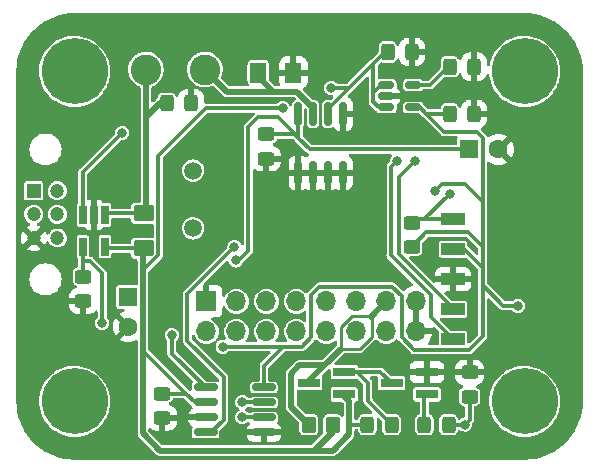
<source format=gbl>
G04 #@! TF.GenerationSoftware,KiCad,Pcbnew,(6.0.10)*
G04 #@! TF.CreationDate,2023-01-26T22:30:24-05:00*
G04 #@! TF.ProjectId,telemetry_transmitter,74656c65-6d65-4747-9279-5f7472616e73,rev?*
G04 #@! TF.SameCoordinates,Original*
G04 #@! TF.FileFunction,Copper,L2,Bot*
G04 #@! TF.FilePolarity,Positive*
%FSLAX46Y46*%
G04 Gerber Fmt 4.6, Leading zero omitted, Abs format (unit mm)*
G04 Created by KiCad (PCBNEW (6.0.10)) date 2023-01-26 22:30:24*
%MOMM*%
%LPD*%
G01*
G04 APERTURE LIST*
G04 Aperture macros list*
%AMRoundRect*
0 Rectangle with rounded corners*
0 $1 Rounding radius*
0 $2 $3 $4 $5 $6 $7 $8 $9 X,Y pos of 4 corners*
0 Add a 4 corners polygon primitive as box body*
4,1,4,$2,$3,$4,$5,$6,$7,$8,$9,$2,$3,0*
0 Add four circle primitives for the rounded corners*
1,1,$1+$1,$2,$3*
1,1,$1+$1,$4,$5*
1,1,$1+$1,$6,$7*
1,1,$1+$1,$8,$9*
0 Add four rect primitives between the rounded corners*
20,1,$1+$1,$2,$3,$4,$5,0*
20,1,$1+$1,$4,$5,$6,$7,0*
20,1,$1+$1,$6,$7,$8,$9,0*
20,1,$1+$1,$8,$9,$2,$3,0*%
G04 Aperture macros list end*
G04 #@! TA.AperFunction,ComponentPad*
%ADD10C,2.600000*%
G04 #@! TD*
G04 #@! TA.AperFunction,ComponentPad*
%ADD11R,1.700000X1.700000*%
G04 #@! TD*
G04 #@! TA.AperFunction,ComponentPad*
%ADD12O,1.700000X1.700000*%
G04 #@! TD*
G04 #@! TA.AperFunction,ComponentPad*
%ADD13R,1.600000X1.600000*%
G04 #@! TD*
G04 #@! TA.AperFunction,ComponentPad*
%ADD14C,1.600000*%
G04 #@! TD*
G04 #@! TA.AperFunction,ComponentPad*
%ADD15C,1.500000*%
G04 #@! TD*
G04 #@! TA.AperFunction,ConnectorPad*
%ADD16C,5.600000*%
G04 #@! TD*
G04 #@! TA.AperFunction,ComponentPad*
%ADD17C,3.600000*%
G04 #@! TD*
G04 #@! TA.AperFunction,ComponentPad*
%ADD18R,1.200000X1.200000*%
G04 #@! TD*
G04 #@! TA.AperFunction,ComponentPad*
%ADD19C,1.200000*%
G04 #@! TD*
G04 #@! TA.AperFunction,SMDPad,CuDef*
%ADD20R,1.900000X0.800000*%
G04 #@! TD*
G04 #@! TA.AperFunction,SMDPad,CuDef*
%ADD21RoundRect,0.250000X0.450000X-0.325000X0.450000X0.325000X-0.450000X0.325000X-0.450000X-0.325000X0*%
G04 #@! TD*
G04 #@! TA.AperFunction,SMDPad,CuDef*
%ADD22RoundRect,0.250000X0.325000X0.450000X-0.325000X0.450000X-0.325000X-0.450000X0.325000X-0.450000X0*%
G04 #@! TD*
G04 #@! TA.AperFunction,SMDPad,CuDef*
%ADD23RoundRect,0.250000X-0.450000X0.325000X-0.450000X-0.325000X0.450000X-0.325000X0.450000X0.325000X0*%
G04 #@! TD*
G04 #@! TA.AperFunction,SMDPad,CuDef*
%ADD24RoundRect,0.250000X-0.325000X-0.450000X0.325000X-0.450000X0.325000X0.450000X-0.325000X0.450000X0*%
G04 #@! TD*
G04 #@! TA.AperFunction,SMDPad,CuDef*
%ADD25R,0.650000X1.560000*%
G04 #@! TD*
G04 #@! TA.AperFunction,SMDPad,CuDef*
%ADD26RoundRect,0.250001X0.624999X-0.462499X0.624999X0.462499X-0.624999X0.462499X-0.624999X-0.462499X0*%
G04 #@! TD*
G04 #@! TA.AperFunction,SMDPad,CuDef*
%ADD27RoundRect,0.250000X-0.350000X-0.450000X0.350000X-0.450000X0.350000X0.450000X-0.350000X0.450000X0*%
G04 #@! TD*
G04 #@! TA.AperFunction,SMDPad,CuDef*
%ADD28RoundRect,0.150000X-0.825000X-0.150000X0.825000X-0.150000X0.825000X0.150000X-0.825000X0.150000X0*%
G04 #@! TD*
G04 #@! TA.AperFunction,SMDPad,CuDef*
%ADD29R,2.000000X1.000000*%
G04 #@! TD*
G04 #@! TA.AperFunction,SMDPad,CuDef*
%ADD30RoundRect,0.250001X-0.462499X-0.624999X0.462499X-0.624999X0.462499X0.624999X-0.462499X0.624999X0*%
G04 #@! TD*
G04 #@! TA.AperFunction,SMDPad,CuDef*
%ADD31RoundRect,0.150000X-0.150000X0.825000X-0.150000X-0.825000X0.150000X-0.825000X0.150000X0.825000X0*%
G04 #@! TD*
G04 #@! TA.AperFunction,SMDPad,CuDef*
%ADD32RoundRect,0.150000X-0.512500X-0.150000X0.512500X-0.150000X0.512500X0.150000X-0.512500X0.150000X0*%
G04 #@! TD*
G04 #@! TA.AperFunction,ViaPad*
%ADD33C,0.800000*%
G04 #@! TD*
G04 #@! TA.AperFunction,Conductor*
%ADD34C,0.355600*%
G04 #@! TD*
G04 #@! TA.AperFunction,Conductor*
%ADD35C,0.508000*%
G04 #@! TD*
G04 #@! TA.AperFunction,Conductor*
%ADD36C,0.254000*%
G04 #@! TD*
G04 APERTURE END LIST*
D10*
X199000000Y-88750000D03*
X194000000Y-88750000D03*
D11*
X199125000Y-108375000D03*
D12*
X199125000Y-110915000D03*
X201665000Y-108375000D03*
X201665000Y-110915000D03*
X204205000Y-108375000D03*
X204205000Y-110915000D03*
X206745000Y-108375000D03*
X206745000Y-110915000D03*
X209285000Y-108375000D03*
X209285000Y-110915000D03*
X211825000Y-108375000D03*
X211825000Y-110915000D03*
X214365000Y-108375000D03*
X214365000Y-110915000D03*
X216905000Y-108375000D03*
X216905000Y-110915000D03*
D13*
X221338606Y-95500000D03*
D14*
X223838606Y-95500000D03*
D13*
X192500000Y-108000000D03*
D14*
X192500000Y-110500000D03*
D15*
X198000000Y-97300000D03*
X198000000Y-102180000D03*
D16*
X226060000Y-88900000D03*
D17*
X226060000Y-88900000D03*
D16*
X187960000Y-116840000D03*
D17*
X187960000Y-116840000D03*
D16*
X187960000Y-88900000D03*
D17*
X187960000Y-88900000D03*
D18*
X184500000Y-99000000D03*
D19*
X184500000Y-101000000D03*
X184500000Y-103000000D03*
X186500000Y-99000000D03*
X186500000Y-101000000D03*
X186500000Y-103000000D03*
D16*
X226060000Y-116840000D03*
D17*
X226060000Y-116840000D03*
D20*
X210800000Y-114350000D03*
X210800000Y-116250000D03*
X207800000Y-115300000D03*
X217800000Y-114350000D03*
X217800000Y-116250000D03*
X214800000Y-115300000D03*
D21*
X188700000Y-108325000D03*
X188700000Y-106275000D03*
D22*
X221775000Y-88500000D03*
X219725000Y-88500000D03*
D23*
X195400000Y-116175000D03*
X195400000Y-118225000D03*
D24*
X217575000Y-118800000D03*
X219625000Y-118800000D03*
D25*
X188650000Y-101050000D03*
X189600000Y-101050000D03*
X190550000Y-101050000D03*
X190550000Y-103750000D03*
X188650000Y-103750000D03*
D21*
X216500000Y-103750000D03*
X216500000Y-101700000D03*
D26*
X193800000Y-103887500D03*
X193800000Y-100912500D03*
D24*
X212750000Y-118800000D03*
X214800000Y-118800000D03*
D27*
X207800000Y-118800000D03*
X209800000Y-118800000D03*
D21*
X221400000Y-116425000D03*
X221400000Y-114375000D03*
D28*
X199050000Y-119470000D03*
X199050000Y-118200000D03*
X199050000Y-116930000D03*
X199050000Y-115660000D03*
X204000000Y-115660000D03*
X204000000Y-116930000D03*
X204000000Y-118200000D03*
X204000000Y-119470000D03*
D29*
X220012500Y-111580000D03*
X220012500Y-109040000D03*
X220012500Y-106500000D03*
X220012500Y-103960000D03*
X220012500Y-101420000D03*
D30*
X203512500Y-89000000D03*
X206487500Y-89000000D03*
D22*
X197825000Y-91600000D03*
X195775000Y-91600000D03*
D21*
X204200000Y-96275000D03*
X204200000Y-94225000D03*
D31*
X206895000Y-92525000D03*
X208165000Y-92525000D03*
X209435000Y-92525000D03*
X210705000Y-92525000D03*
X210705000Y-97475000D03*
X209435000Y-97475000D03*
X208165000Y-97475000D03*
X206895000Y-97475000D03*
D22*
X221775000Y-92500000D03*
X219725000Y-92500000D03*
X216525000Y-87250000D03*
X214475000Y-87250000D03*
D32*
X214362500Y-91950000D03*
X214362500Y-91000000D03*
X214362500Y-90050000D03*
X216637500Y-90050000D03*
X216637500Y-91950000D03*
D33*
X201000000Y-100500000D03*
X213200000Y-105900000D03*
X196000000Y-103300000D03*
X197000000Y-104000000D03*
X196000000Y-101500000D03*
X205500000Y-98600000D03*
X198500000Y-95500000D03*
X198500000Y-104000000D03*
X200500000Y-96500000D03*
X200000000Y-101500000D03*
X217864223Y-105439516D03*
X196000000Y-100000000D03*
X197000000Y-95500000D03*
X202125000Y-113865000D03*
X199500000Y-96000000D03*
X196000000Y-96300000D03*
X199500000Y-103000000D03*
X201500000Y-97000000D03*
X196000000Y-98500000D03*
X200500000Y-112200000D03*
X218500000Y-99000000D03*
X225500000Y-108750000D03*
X190300000Y-110200000D03*
X209700000Y-90300000D03*
X205600000Y-92000000D03*
X201600000Y-104900000D03*
X219750000Y-99250000D03*
X216750000Y-96500000D03*
X215250000Y-96500000D03*
X202161000Y-116905000D03*
X202161000Y-118175000D03*
X196200000Y-111200000D03*
X201500000Y-103750000D03*
X221000000Y-118800000D03*
X192000000Y-94100000D03*
D34*
X225500000Y-108750000D02*
X224250000Y-108750000D01*
X188650000Y-104950000D02*
X188650000Y-106225000D01*
X214873572Y-107147200D02*
X208692028Y-107147200D01*
X219250000Y-94000000D02*
X221250000Y-94000000D01*
X222516406Y-111331694D02*
X221390300Y-112457800D01*
X207972800Y-111423572D02*
X207201534Y-112194838D01*
X219725000Y-92500000D02*
X217750000Y-92500000D01*
X220012500Y-103960000D02*
X220960000Y-103960000D01*
X189250000Y-104950000D02*
X190300000Y-106000000D01*
X220960000Y-103960000D02*
X222516406Y-105516406D01*
X217750000Y-92500000D02*
X217200000Y-91950000D01*
X188650000Y-103750000D02*
X188650000Y-104950000D01*
X215677200Y-107950828D02*
X214873572Y-107147200D01*
X207201534Y-112194838D02*
X202394838Y-112194838D01*
X202555600Y-112194400D02*
X200500000Y-112200000D01*
X217750000Y-92500000D02*
X219250000Y-94000000D01*
X207972800Y-107866428D02*
X207972800Y-111423572D01*
X224250000Y-108750000D02*
X222516406Y-107016406D01*
X190300000Y-106000000D02*
X190300000Y-110200000D01*
X219027800Y-98472200D02*
X221005012Y-98472200D01*
X222516406Y-103766406D02*
X222516406Y-105516406D01*
X221005012Y-98472200D02*
X222516406Y-99983594D01*
X204000000Y-115660000D02*
X204000000Y-113840000D01*
X218500000Y-99000000D02*
X219027800Y-98472200D01*
X222516406Y-107016406D02*
X222516406Y-111331694D01*
X221250000Y-102500000D02*
X222516406Y-103766406D01*
X215677200Y-111423572D02*
X215677200Y-107950828D01*
X221390300Y-112457800D02*
X216711428Y-112457800D01*
X216711428Y-112457800D02*
X215677200Y-111423572D01*
X188650000Y-104950000D02*
X189250000Y-104950000D01*
X222516406Y-99983594D02*
X222516406Y-103766406D01*
X221250000Y-94000000D02*
X222000000Y-94000000D01*
X217750000Y-102500000D02*
X221250000Y-102500000D01*
X222000000Y-94000000D02*
X222516406Y-94516406D01*
X216500000Y-103750000D02*
X217750000Y-102500000D01*
X217200000Y-91950000D02*
X216637500Y-91950000D01*
X204000000Y-113840000D02*
X205580600Y-112259400D01*
X208692028Y-107147200D02*
X207972800Y-107866428D01*
X222516406Y-94516406D02*
X222516406Y-99983594D01*
X222516406Y-105516406D02*
X222516406Y-107016406D01*
D35*
X209800000Y-121000000D02*
X211200000Y-119600000D01*
D34*
X195893922Y-95193922D02*
X199087843Y-92000000D01*
D35*
X210800000Y-116400000D02*
X211200000Y-116800000D01*
X207600000Y-121000000D02*
X208200000Y-121000000D01*
D34*
X195693922Y-95393922D02*
X195893922Y-95193922D01*
X195052800Y-104455200D02*
X193754000Y-105754000D01*
X195140643Y-95947200D02*
X195693922Y-95393922D01*
X213250000Y-90703578D02*
X213903578Y-90050000D01*
D35*
X208200000Y-121000000D02*
X209800000Y-119400000D01*
D34*
X214362500Y-91950000D02*
X213700000Y-91950000D01*
X214250000Y-87250000D02*
X214475000Y-87250000D01*
X213250000Y-90703578D02*
X213250000Y-88250000D01*
D35*
X207600000Y-121000000D02*
X209800000Y-121000000D01*
D34*
X209435000Y-92073578D02*
X209435000Y-92525000D01*
D35*
X209800000Y-119400000D02*
X209800000Y-118800000D01*
D34*
X195052800Y-96035044D02*
X195693922Y-95393922D01*
D35*
X195200000Y-121000000D02*
X207600000Y-121000000D01*
D34*
X195893922Y-95193922D02*
X195052800Y-96035044D01*
X211400000Y-118800000D02*
X211200000Y-119000000D01*
X211204289Y-90304289D02*
X209435000Y-92073578D01*
D35*
X193754000Y-111954000D02*
X193754000Y-105754000D01*
X211200000Y-119600000D02*
X211200000Y-119000000D01*
X193754000Y-105754000D02*
X193754000Y-105154000D01*
D34*
X213903578Y-90050000D02*
X214362500Y-90050000D01*
D35*
X210800000Y-116250000D02*
X210800000Y-116400000D01*
D34*
X197375000Y-116175000D02*
X193754000Y-112554000D01*
X212750000Y-118800000D02*
X211400000Y-118800000D01*
D35*
X193754000Y-111954000D02*
X193754000Y-119554000D01*
X211200000Y-116800000D02*
X211200000Y-119000000D01*
D34*
X213296078Y-88212500D02*
X211204289Y-90304289D01*
X213700000Y-91950000D02*
X213250000Y-91500000D01*
X211204289Y-90304289D02*
X209700000Y-90300000D01*
X198130000Y-116930000D02*
X197375000Y-116175000D01*
X213250000Y-91500000D02*
X213250000Y-90703578D01*
D35*
X193754000Y-105154000D02*
X193754000Y-103933500D01*
D34*
X193754000Y-112554000D02*
X193754000Y-111954000D01*
X213250000Y-88250000D02*
X214250000Y-87250000D01*
X197375000Y-116175000D02*
X195400000Y-116175000D01*
X190687500Y-103887500D02*
X190550000Y-103750000D01*
X199087843Y-92000000D02*
X205600000Y-92000000D01*
D35*
X193754000Y-119554000D02*
X195200000Y-121000000D01*
D34*
X195052800Y-96035044D02*
X195052800Y-104455200D01*
X199050000Y-116930000D02*
X198130000Y-116930000D01*
X193800000Y-103887500D02*
X190687500Y-103887500D01*
X202675000Y-93625000D02*
X202675000Y-104075000D01*
X206895000Y-92525000D02*
X206895000Y-94495000D01*
X207000000Y-94600000D02*
X206600000Y-94200000D01*
X204200000Y-94225000D02*
X206575000Y-94225000D01*
X202675000Y-104075000D02*
X201850000Y-104900000D01*
X203500000Y-92800000D02*
X202675000Y-93625000D01*
X206600000Y-94200000D02*
X205200000Y-92800000D01*
X206895000Y-94495000D02*
X207000000Y-94600000D01*
X201850000Y-104900000D02*
X201600000Y-104900000D01*
X221338606Y-95500000D02*
X207900000Y-95500000D01*
X205200000Y-92800000D02*
X203500000Y-92800000D01*
X206575000Y-94225000D02*
X206600000Y-94200000D01*
X207900000Y-95500000D02*
X207000000Y-94600000D01*
D35*
X204800000Y-90600000D02*
X206799185Y-90600000D01*
X204800000Y-90600000D02*
X200850000Y-90600000D01*
X203512500Y-89312500D02*
X204800000Y-90600000D01*
X203512500Y-89000000D02*
X203512500Y-89312500D01*
X206799185Y-90600000D02*
X208165000Y-91965815D01*
X208165000Y-91965815D02*
X208165000Y-92525000D01*
X200850000Y-90600000D02*
X199000000Y-88750000D01*
D34*
X216780000Y-101420000D02*
X217580000Y-101420000D01*
X216500000Y-101700000D02*
X216780000Y-101420000D01*
X219750000Y-99250000D02*
X217580000Y-101420000D01*
X217580000Y-101420000D02*
X220012500Y-101420000D01*
X215422200Y-97827800D02*
X216750000Y-96500000D01*
X220012500Y-109040000D02*
X220012500Y-108960390D01*
X220012500Y-108960390D02*
X215422200Y-104370090D01*
X215422200Y-104370090D02*
X215422200Y-97827800D01*
X214750000Y-104483628D02*
X214750000Y-97000000D01*
X220012500Y-111580000D02*
X218132800Y-109700300D01*
X218132800Y-109700300D02*
X218132800Y-107866428D01*
X218132800Y-107866428D02*
X214750000Y-104483628D01*
X214750000Y-97000000D02*
X215250000Y-96500000D01*
X219600000Y-88500000D02*
X218050000Y-90050000D01*
X219725000Y-88500000D02*
X219600000Y-88500000D01*
X216637500Y-90050000D02*
X218050000Y-90050000D01*
X213850000Y-114350000D02*
X214800000Y-115300000D01*
X212800000Y-116800000D02*
X212800000Y-115300000D01*
X211850000Y-114350000D02*
X213850000Y-114350000D01*
X210800000Y-114350000D02*
X211850000Y-114350000D01*
X214800000Y-118800000D02*
X212800000Y-116800000D01*
X212800000Y-115300000D02*
X211850000Y-114350000D01*
X190687500Y-100912500D02*
X190550000Y-101050000D01*
D35*
X195775000Y-91600000D02*
X195200000Y-91600000D01*
X194000000Y-92800000D02*
X194000000Y-100712500D01*
X194000000Y-88750000D02*
X194000000Y-92800000D01*
D34*
X193800000Y-100912500D02*
X190687500Y-100912500D01*
D35*
X194000000Y-100712500D02*
X193800000Y-100912500D01*
X195200000Y-91600000D02*
X194000000Y-92800000D01*
D34*
X202186000Y-116930000D02*
X202161000Y-116905000D01*
X204000000Y-116930000D02*
X202186000Y-116930000D01*
X202186000Y-118200000D02*
X202161000Y-118175000D01*
X204000000Y-118200000D02*
X202186000Y-118200000D01*
X196200000Y-111200000D02*
X196200000Y-112810000D01*
X196200000Y-112810000D02*
X199050000Y-115660000D01*
X201500000Y-103750000D02*
X197500000Y-107750000D01*
X200600000Y-114800000D02*
X200600000Y-118371422D01*
X197500000Y-107750000D02*
X197500000Y-111700000D01*
X199501422Y-119470000D02*
X199050000Y-119470000D01*
X200600000Y-118371422D02*
X199501422Y-119470000D01*
X197500000Y-111700000D02*
X200600000Y-114800000D01*
D35*
X209096000Y-113796000D02*
X209396000Y-113496000D01*
D36*
X212982000Y-109600000D02*
X211475470Y-109600000D01*
X211475470Y-109600000D02*
X210500000Y-110575470D01*
D35*
X209900000Y-113000000D02*
X210500000Y-112400000D01*
X209396000Y-113496000D02*
X209892000Y-113000000D01*
X207800000Y-115300000D02*
X207800000Y-115092000D01*
D36*
X212129000Y-112400000D02*
X210500000Y-112400000D01*
D35*
X206300000Y-117300000D02*
X207800000Y-118800000D01*
X209892000Y-113000000D02*
X209900000Y-113000000D01*
X206300000Y-114500000D02*
X206300000Y-117300000D01*
D36*
X213061000Y-109679000D02*
X212982000Y-109600000D01*
X213129000Y-111400000D02*
X212129000Y-112400000D01*
X213129000Y-109747000D02*
X213061000Y-109679000D01*
X210500000Y-110575470D02*
X210500000Y-112400000D01*
D35*
X214365000Y-108375000D02*
X213061000Y-109679000D01*
X209096000Y-113796000D02*
X207004000Y-113796000D01*
X207800000Y-115092000D02*
X209096000Y-113796000D01*
D36*
X213129000Y-111400000D02*
X213129000Y-109747000D01*
D35*
X207004000Y-113796000D02*
X206300000Y-114500000D01*
D34*
X217575000Y-116475000D02*
X217800000Y-116250000D01*
X217575000Y-118800000D02*
X217575000Y-116475000D01*
X221400000Y-118400000D02*
X221000000Y-118800000D01*
X221000000Y-118800000D02*
X219625000Y-118800000D01*
X221400000Y-116425000D02*
X221400000Y-118400000D01*
X188650000Y-97450000D02*
X188650000Y-101050000D01*
X192000000Y-94100000D02*
X188650000Y-97450000D01*
G04 #@! TA.AperFunction,Conductor*
G36*
X226031644Y-83974001D02*
G01*
X226043978Y-83974001D01*
X226060000Y-83978294D01*
X226076022Y-83974001D01*
X226082464Y-83974001D01*
X226087961Y-83974121D01*
X226483930Y-83991409D01*
X226494878Y-83992367D01*
X226910139Y-84047037D01*
X226920947Y-84048943D01*
X227329855Y-84139596D01*
X227340472Y-84142441D01*
X227739924Y-84268387D01*
X227750237Y-84272140D01*
X228137215Y-84432432D01*
X228147159Y-84437070D01*
X228297719Y-84515446D01*
X228518667Y-84630464D01*
X228528187Y-84635960D01*
X228881423Y-84860997D01*
X228890427Y-84867301D01*
X229222720Y-85122277D01*
X229231137Y-85129341D01*
X229475026Y-85352823D01*
X229539930Y-85412297D01*
X229547703Y-85420070D01*
X229830657Y-85728860D01*
X229837723Y-85737280D01*
X230092699Y-86069573D01*
X230099003Y-86078577D01*
X230324040Y-86431813D01*
X230329535Y-86441332D01*
X230514253Y-86796171D01*
X230522926Y-86812832D01*
X230527568Y-86822785D01*
X230683579Y-87199427D01*
X230687857Y-87209755D01*
X230691613Y-87220076D01*
X230817289Y-87618671D01*
X230817559Y-87619527D01*
X230820404Y-87630144D01*
X230909042Y-88029962D01*
X230911055Y-88039044D01*
X230912963Y-88049861D01*
X230966717Y-88458162D01*
X230967633Y-88465121D01*
X230968591Y-88476071D01*
X230985879Y-88872040D01*
X230985999Y-88877536D01*
X230985999Y-88883978D01*
X230981706Y-88900000D01*
X230985999Y-88916022D01*
X230985999Y-88928356D01*
X230987100Y-88936720D01*
X230987100Y-116803280D01*
X230985999Y-116811644D01*
X230985999Y-116823978D01*
X230981706Y-116840000D01*
X230985999Y-116856022D01*
X230985999Y-116862464D01*
X230985879Y-116867960D01*
X230971095Y-117206588D01*
X230968591Y-117263929D01*
X230967633Y-117274878D01*
X230913718Y-117684405D01*
X230912964Y-117690131D01*
X230911057Y-117700947D01*
X230823254Y-118097000D01*
X230820404Y-118109855D01*
X230817559Y-118120472D01*
X230693432Y-118514157D01*
X230691616Y-118519916D01*
X230687860Y-118530237D01*
X230534712Y-118899969D01*
X230527572Y-118917206D01*
X230522930Y-118927159D01*
X230338079Y-119282256D01*
X230329536Y-119298667D01*
X230324041Y-119308185D01*
X230274390Y-119386122D01*
X230099003Y-119661423D01*
X230092699Y-119670427D01*
X229994059Y-119798978D01*
X229862953Y-119969840D01*
X229837723Y-120002720D01*
X229830659Y-120011137D01*
X229586125Y-120278000D01*
X229547703Y-120319930D01*
X229539934Y-120327699D01*
X229305388Y-120542621D01*
X229231140Y-120610657D01*
X229222720Y-120617723D01*
X228890427Y-120872699D01*
X228881423Y-120879003D01*
X228528187Y-121104040D01*
X228518668Y-121109535D01*
X228147159Y-121302930D01*
X228137215Y-121307568D01*
X227750237Y-121467860D01*
X227739924Y-121471613D01*
X227340473Y-121597559D01*
X227329856Y-121600404D01*
X226920947Y-121691057D01*
X226910139Y-121692963D01*
X226494879Y-121747633D01*
X226483930Y-121748591D01*
X226209723Y-121760563D01*
X226087960Y-121765879D01*
X226082464Y-121765999D01*
X226076022Y-121765999D01*
X226060000Y-121761706D01*
X226043978Y-121765999D01*
X226031644Y-121765999D01*
X226023280Y-121767100D01*
X187996720Y-121767100D01*
X187988356Y-121765999D01*
X187976022Y-121765999D01*
X187960000Y-121761706D01*
X187943978Y-121765999D01*
X187937536Y-121765999D01*
X187932040Y-121765879D01*
X187810277Y-121760563D01*
X187536070Y-121748591D01*
X187525121Y-121747633D01*
X187109861Y-121692963D01*
X187099053Y-121691057D01*
X186690144Y-121600404D01*
X186679527Y-121597559D01*
X186280076Y-121471613D01*
X186269763Y-121467860D01*
X185882785Y-121307568D01*
X185872841Y-121302930D01*
X185501332Y-121109535D01*
X185491813Y-121104040D01*
X185138577Y-120879003D01*
X185129573Y-120872699D01*
X184797280Y-120617723D01*
X184788860Y-120610657D01*
X184714612Y-120542621D01*
X184480066Y-120327699D01*
X184472297Y-120319930D01*
X184433876Y-120278000D01*
X184189341Y-120011137D01*
X184182277Y-120002720D01*
X184157048Y-119969840D01*
X184025941Y-119798978D01*
X183927301Y-119670427D01*
X183920997Y-119661423D01*
X183745610Y-119386122D01*
X183695959Y-119308185D01*
X183690464Y-119298667D01*
X183681921Y-119282256D01*
X183497070Y-118927159D01*
X183492428Y-118917206D01*
X183485289Y-118899969D01*
X183332140Y-118530237D01*
X183328384Y-118519916D01*
X183326569Y-118514157D01*
X183202441Y-118120472D01*
X183199596Y-118109855D01*
X183196746Y-118097000D01*
X183108943Y-117700947D01*
X183107036Y-117690131D01*
X183106283Y-117684405D01*
X183052367Y-117274878D01*
X183051409Y-117263929D01*
X183048906Y-117206588D01*
X183034121Y-116867960D01*
X183034001Y-116862464D01*
X183034001Y-116856022D01*
X183038294Y-116840000D01*
X183034001Y-116823978D01*
X183034001Y-116811644D01*
X183032900Y-116803280D01*
X183032900Y-116745592D01*
X184955898Y-116745592D01*
X184955993Y-116749222D01*
X184955993Y-116749223D01*
X184962910Y-117013386D01*
X184964956Y-117091501D01*
X185013712Y-117434076D01*
X185101519Y-117768777D01*
X185227214Y-118091167D01*
X185228911Y-118094372D01*
X185386446Y-118391904D01*
X185389130Y-118396974D01*
X185391180Y-118399957D01*
X185391182Y-118399960D01*
X185583065Y-118679152D01*
X185583071Y-118679159D01*
X185585122Y-118682144D01*
X185670142Y-118779604D01*
X185794608Y-118922282D01*
X185812592Y-118942898D01*
X186068524Y-119175778D01*
X186071472Y-119177896D01*
X186071474Y-119177898D01*
X186174540Y-119251958D01*
X186349527Y-119377699D01*
X186651876Y-119545985D01*
X186971563Y-119678403D01*
X186975057Y-119679398D01*
X186975059Y-119679399D01*
X187300851Y-119772204D01*
X187300856Y-119772205D01*
X187304352Y-119773201D01*
X187528119Y-119809844D01*
X187642251Y-119828534D01*
X187642255Y-119828534D01*
X187645831Y-119829120D01*
X187649457Y-119829291D01*
X187987847Y-119845249D01*
X187987848Y-119845249D01*
X187991474Y-119845420D01*
X188002346Y-119844679D01*
X188333069Y-119822133D01*
X188333077Y-119822132D01*
X188336700Y-119821885D01*
X188340276Y-119821222D01*
X188340278Y-119821222D01*
X188673368Y-119759488D01*
X188673372Y-119759487D01*
X188676933Y-119758827D01*
X189007663Y-119657081D01*
X189242962Y-119553792D01*
X189321172Y-119519460D01*
X189324507Y-119517996D01*
X189506342Y-119411740D01*
X189620125Y-119345251D01*
X189620127Y-119345250D01*
X189623265Y-119343416D01*
X189636993Y-119333109D01*
X189897071Y-119137837D01*
X189897075Y-119137834D01*
X189899978Y-119135654D01*
X190150977Y-118897465D01*
X190372936Y-118632005D01*
X190377974Y-118624336D01*
X190560926Y-118345818D01*
X190560931Y-118345809D01*
X190562913Y-118342792D01*
X190672100Y-118125699D01*
X190716763Y-118036898D01*
X190716766Y-118036890D01*
X190718390Y-118033662D01*
X190751675Y-117942706D01*
X190836057Y-117712122D01*
X190836060Y-117712112D01*
X190837305Y-117708710D01*
X190838150Y-117705188D01*
X190838153Y-117705180D01*
X190917237Y-117375772D01*
X190917238Y-117375768D01*
X190918084Y-117372243D01*
X190919377Y-117361562D01*
X190959318Y-117031501D01*
X190959318Y-117031495D01*
X190959654Y-117028722D01*
X190959756Y-117025498D01*
X190965255Y-116850500D01*
X190965585Y-116840000D01*
X190964424Y-116819869D01*
X190945875Y-116498167D01*
X190945874Y-116498162D01*
X190945666Y-116494547D01*
X190934925Y-116433001D01*
X190886798Y-116157245D01*
X190886796Y-116157238D01*
X190886174Y-116153672D01*
X190869960Y-116098932D01*
X190842726Y-116006993D01*
X190787897Y-115821894D01*
X190775666Y-115793218D01*
X190653562Y-115506949D01*
X190653560Y-115506946D01*
X190652138Y-115503611D01*
X190639463Y-115481388D01*
X190490978Y-115221068D01*
X190480696Y-115203041D01*
X190473816Y-115193674D01*
X190386794Y-115075209D01*
X190275843Y-114924168D01*
X190261349Y-114908570D01*
X190137986Y-114775816D01*
X190040295Y-114670688D01*
X190030820Y-114662595D01*
X189800161Y-114465595D01*
X189777174Y-114445962D01*
X189489967Y-114252967D01*
X189453402Y-114234094D01*
X189185702Y-114095923D01*
X189182482Y-114094261D01*
X188858793Y-113971950D01*
X188523190Y-113887652D01*
X188378981Y-113868667D01*
X188183728Y-113842961D01*
X188183720Y-113842960D01*
X188180124Y-113842487D01*
X188028991Y-113840112D01*
X187837780Y-113837108D01*
X187837776Y-113837108D01*
X187834139Y-113837051D01*
X187830524Y-113837412D01*
X187830520Y-113837412D01*
X187662646Y-113854169D01*
X187489823Y-113871419D01*
X187486286Y-113872190D01*
X187486281Y-113872191D01*
X187155283Y-113944360D01*
X187155278Y-113944361D01*
X187151739Y-113945133D01*
X186824367Y-114057217D01*
X186512048Y-114206186D01*
X186218921Y-114390064D01*
X186216087Y-114392334D01*
X186216082Y-114392338D01*
X186092947Y-114490988D01*
X185948871Y-114606415D01*
X185882640Y-114673343D01*
X185709888Y-114847914D01*
X185705477Y-114852371D01*
X185703236Y-114855229D01*
X185522413Y-115085842D01*
X185491966Y-115124672D01*
X185311168Y-115419709D01*
X185309641Y-115422999D01*
X185309636Y-115423008D01*
X185204502Y-115649500D01*
X185165478Y-115733570D01*
X185164338Y-115737017D01*
X185061117Y-116049129D01*
X185056828Y-116062097D01*
X185056092Y-116065652D01*
X185056091Y-116065655D01*
X184991552Y-116377304D01*
X184986658Y-116400935D01*
X184973012Y-116553834D01*
X184958096Y-116720969D01*
X184955898Y-116745592D01*
X183032900Y-116745592D01*
X183032900Y-108697095D01*
X187492001Y-108697095D01*
X187492338Y-108703614D01*
X187502257Y-108799206D01*
X187505149Y-108812600D01*
X187556588Y-108966784D01*
X187562761Y-108979962D01*
X187648063Y-109117807D01*
X187657099Y-109129208D01*
X187771829Y-109243739D01*
X187783240Y-109252751D01*
X187921243Y-109337816D01*
X187934424Y-109343963D01*
X188088710Y-109395138D01*
X188102086Y-109398005D01*
X188196438Y-109407672D01*
X188202854Y-109408000D01*
X188427885Y-109408000D01*
X188443124Y-109403525D01*
X188444329Y-109402135D01*
X188446000Y-109394452D01*
X188446000Y-108597115D01*
X188441525Y-108581876D01*
X188440135Y-108580671D01*
X188432452Y-108579000D01*
X187510116Y-108579000D01*
X187494877Y-108583475D01*
X187493672Y-108584865D01*
X187492001Y-108592548D01*
X187492001Y-108697095D01*
X183032900Y-108697095D01*
X183032900Y-108052885D01*
X187492000Y-108052885D01*
X187496475Y-108068124D01*
X187497865Y-108069329D01*
X187505548Y-108071000D01*
X188828000Y-108071000D01*
X188896121Y-108091002D01*
X188942614Y-108144658D01*
X188954000Y-108197000D01*
X188954000Y-109389884D01*
X188958475Y-109405123D01*
X188959865Y-109406328D01*
X188967548Y-109407999D01*
X189197095Y-109407999D01*
X189203614Y-109407662D01*
X189299206Y-109397743D01*
X189312600Y-109394851D01*
X189466784Y-109343412D01*
X189479962Y-109337239D01*
X189617807Y-109251937D01*
X189629208Y-109242901D01*
X189706527Y-109165448D01*
X189768810Y-109131369D01*
X189839630Y-109136372D01*
X189896503Y-109178870D01*
X189921371Y-109245368D01*
X189921700Y-109254466D01*
X189921700Y-109671229D01*
X189901698Y-109739350D01*
X189882971Y-109759713D01*
X189884109Y-109760852D01*
X189878271Y-109766690D01*
X189871718Y-109771718D01*
X189866692Y-109778268D01*
X189866691Y-109778269D01*
X189823591Y-109834438D01*
X189775464Y-109897159D01*
X189714956Y-110043238D01*
X189713878Y-110051426D01*
X189709635Y-110083653D01*
X189694318Y-110200000D01*
X189695396Y-110208188D01*
X189711545Y-110330849D01*
X189714956Y-110356762D01*
X189775464Y-110502841D01*
X189871718Y-110628282D01*
X189997159Y-110724536D01*
X190143238Y-110785044D01*
X190300000Y-110805682D01*
X190308188Y-110804604D01*
X190448574Y-110786122D01*
X190456762Y-110785044D01*
X190602841Y-110724536D01*
X190728282Y-110628282D01*
X190822515Y-110505475D01*
X191187483Y-110505475D01*
X191206472Y-110722519D01*
X191208375Y-110733312D01*
X191264764Y-110943761D01*
X191268510Y-110954053D01*
X191360586Y-111151511D01*
X191366069Y-111161006D01*
X191402509Y-111213048D01*
X191412988Y-111221424D01*
X191426434Y-111214356D01*
X192127978Y-110512812D01*
X192135592Y-110498868D01*
X192135461Y-110497035D01*
X192131210Y-110490420D01*
X191425713Y-109784923D01*
X191413938Y-109778493D01*
X191401923Y-109787789D01*
X191366069Y-109838994D01*
X191360586Y-109848489D01*
X191268510Y-110045947D01*
X191264764Y-110056239D01*
X191208375Y-110266688D01*
X191206472Y-110277481D01*
X191187483Y-110494525D01*
X191187483Y-110505475D01*
X190822515Y-110505475D01*
X190824536Y-110502841D01*
X190885044Y-110356762D01*
X190888456Y-110330849D01*
X190904604Y-110208188D01*
X190905682Y-110200000D01*
X190890365Y-110083653D01*
X190886122Y-110051426D01*
X190885044Y-110043238D01*
X190824536Y-109897159D01*
X190776409Y-109834438D01*
X190733309Y-109778269D01*
X190733308Y-109778268D01*
X190728282Y-109771718D01*
X190721729Y-109766690D01*
X190715891Y-109760852D01*
X190718288Y-109758455D01*
X190685714Y-109713812D01*
X190678300Y-109671229D01*
X190678300Y-106053797D01*
X190680830Y-106030025D01*
X190680914Y-106028243D01*
X190683105Y-106018066D01*
X190679173Y-105984845D01*
X190678825Y-105978944D01*
X190678728Y-105978952D01*
X190678300Y-105973772D01*
X190678300Y-105968573D01*
X190677447Y-105963449D01*
X190677446Y-105963436D01*
X190675144Y-105949607D01*
X190674307Y-105943732D01*
X190669525Y-105903335D01*
X190668302Y-105892998D01*
X190664352Y-105884771D01*
X190662853Y-105875768D01*
X190657909Y-105866606D01*
X190657908Y-105866602D01*
X190638599Y-105830818D01*
X190635919Y-105825560D01*
X190613786Y-105779467D01*
X190610206Y-105775209D01*
X190608280Y-105773283D01*
X190606520Y-105771364D01*
X190606470Y-105771272D01*
X190606590Y-105771162D01*
X190606128Y-105770638D01*
X190603049Y-105764931D01*
X190563572Y-105728439D01*
X190560007Y-105725010D01*
X189555538Y-104720541D01*
X189540518Y-104701945D01*
X189539321Y-104700630D01*
X189533671Y-104691879D01*
X189507398Y-104671167D01*
X189502979Y-104667240D01*
X189502916Y-104667315D01*
X189498958Y-104663961D01*
X189495276Y-104660279D01*
X189491045Y-104657256D01*
X189491042Y-104657253D01*
X189482694Y-104651288D01*
X189479622Y-104649093D01*
X189474886Y-104645537D01*
X189434767Y-104613909D01*
X189426156Y-104610885D01*
X189418731Y-104605579D01*
X189408755Y-104602596D01*
X189408752Y-104602594D01*
X189369805Y-104590947D01*
X189364157Y-104589112D01*
X189323423Y-104574807D01*
X189323417Y-104574806D01*
X189315940Y-104572180D01*
X189310398Y-104571700D01*
X189307680Y-104571700D01*
X189305071Y-104571587D01*
X189304957Y-104571553D01*
X189304964Y-104571394D01*
X189304282Y-104571351D01*
X189298069Y-104569493D01*
X189287666Y-104569902D01*
X189285705Y-104569654D01*
X189220629Y-104541271D01*
X189181229Y-104482210D01*
X189175500Y-104444648D01*
X189175500Y-102950252D01*
X189163867Y-102891769D01*
X189152966Y-102875454D01*
X189126443Y-102835761D01*
X189119552Y-102825448D01*
X189053231Y-102781133D01*
X189041062Y-102778712D01*
X189041061Y-102778712D01*
X189000816Y-102770707D01*
X188994748Y-102769500D01*
X188305252Y-102769500D01*
X188299184Y-102770707D01*
X188258939Y-102778712D01*
X188258938Y-102778712D01*
X188246769Y-102781133D01*
X188180448Y-102825448D01*
X188173557Y-102835761D01*
X188147035Y-102875454D01*
X188136133Y-102891769D01*
X188124500Y-102950252D01*
X188124500Y-104549748D01*
X188125707Y-104555816D01*
X188133696Y-104595977D01*
X188136133Y-104608231D01*
X188180448Y-104674552D01*
X188190761Y-104681443D01*
X188215703Y-104698109D01*
X188261230Y-104752587D01*
X188271700Y-104802874D01*
X188271700Y-104927896D01*
X188271230Y-104938767D01*
X188267651Y-104980091D01*
X188270162Y-104990200D01*
X188270979Y-105000582D01*
X188270333Y-105000633D01*
X188271700Y-105011808D01*
X188271700Y-105378592D01*
X188251698Y-105446713D01*
X188198042Y-105493206D01*
X188172702Y-105501665D01*
X188172277Y-105501758D01*
X188164631Y-105502481D01*
X188157388Y-105505025D01*
X188157386Y-105505025D01*
X188142889Y-105510116D01*
X188036816Y-105547366D01*
X188029246Y-105552958D01*
X188029243Y-105552959D01*
X188005905Y-105570197D01*
X187927850Y-105627850D01*
X187915335Y-105644794D01*
X187852959Y-105729243D01*
X187852958Y-105729246D01*
X187847366Y-105736816D01*
X187802481Y-105864631D01*
X187799500Y-105896166D01*
X187799500Y-106653834D01*
X187802481Y-106685369D01*
X187847366Y-106813184D01*
X187852958Y-106820754D01*
X187852959Y-106820757D01*
X187871829Y-106846304D01*
X187927850Y-106922150D01*
X187935421Y-106927742D01*
X188029243Y-106997041D01*
X188029246Y-106997042D01*
X188036816Y-107002634D01*
X188082973Y-107018843D01*
X188140619Y-107060286D01*
X188166707Y-107126316D01*
X188152956Y-107195968D01*
X188103731Y-107247129D01*
X188081101Y-107257250D01*
X187933216Y-107306588D01*
X187920038Y-107312761D01*
X187782193Y-107398063D01*
X187770792Y-107407099D01*
X187656261Y-107521829D01*
X187647249Y-107533240D01*
X187562184Y-107671243D01*
X187556037Y-107684424D01*
X187504862Y-107838710D01*
X187501995Y-107852086D01*
X187492328Y-107946438D01*
X187492000Y-107952855D01*
X187492000Y-108052885D01*
X183032900Y-108052885D01*
X183032900Y-106500000D01*
X184144341Y-106500000D01*
X184164937Y-106735408D01*
X184166361Y-106740722D01*
X184166361Y-106740723D01*
X184220353Y-106942224D01*
X184226097Y-106963663D01*
X184228419Y-106968643D01*
X184228420Y-106968645D01*
X184321977Y-107169276D01*
X184325965Y-107177829D01*
X184461505Y-107371401D01*
X184628599Y-107538495D01*
X184822171Y-107674035D01*
X184827149Y-107676356D01*
X184827152Y-107676358D01*
X184997144Y-107755627D01*
X185036337Y-107773903D01*
X185041645Y-107775325D01*
X185041647Y-107775326D01*
X185119887Y-107796290D01*
X185264592Y-107835063D01*
X185367682Y-107844082D01*
X185438310Y-107850262D01*
X185438317Y-107850262D01*
X185441034Y-107850500D01*
X185558966Y-107850500D01*
X185561683Y-107850262D01*
X185561690Y-107850262D01*
X185632318Y-107844082D01*
X185735408Y-107835063D01*
X185880113Y-107796290D01*
X185958353Y-107775326D01*
X185958355Y-107775325D01*
X185963663Y-107773903D01*
X186002856Y-107755627D01*
X186172848Y-107676358D01*
X186172851Y-107676356D01*
X186177829Y-107674035D01*
X186371401Y-107538495D01*
X186538495Y-107371401D01*
X186541655Y-107366889D01*
X186670878Y-107182339D01*
X186670881Y-107182334D01*
X186674035Y-107177830D01*
X186676358Y-107172848D01*
X186676361Y-107172843D01*
X186771580Y-106968645D01*
X186771581Y-106968644D01*
X186773903Y-106963663D01*
X186779648Y-106942224D01*
X186833639Y-106740723D01*
X186833639Y-106740722D01*
X186835063Y-106735408D01*
X186855659Y-106500000D01*
X186835063Y-106264592D01*
X186801595Y-106139687D01*
X186775326Y-106041647D01*
X186775325Y-106041645D01*
X186773903Y-106036337D01*
X186770960Y-106030025D01*
X186676358Y-105827152D01*
X186676356Y-105827149D01*
X186674035Y-105822171D01*
X186538495Y-105628599D01*
X186371401Y-105461505D01*
X186177829Y-105325965D01*
X186172851Y-105323644D01*
X186172848Y-105323642D01*
X185968645Y-105228420D01*
X185968643Y-105228419D01*
X185963663Y-105226097D01*
X185958355Y-105224675D01*
X185958353Y-105224674D01*
X185740723Y-105166361D01*
X185740722Y-105166361D01*
X185735408Y-105164937D01*
X185632318Y-105155918D01*
X185561690Y-105149738D01*
X185561683Y-105149738D01*
X185558966Y-105149500D01*
X185441034Y-105149500D01*
X185438317Y-105149738D01*
X185438310Y-105149738D01*
X185367682Y-105155918D01*
X185264592Y-105164937D01*
X185259278Y-105166361D01*
X185259277Y-105166361D01*
X185041647Y-105224674D01*
X185041645Y-105224675D01*
X185036337Y-105226097D01*
X185031357Y-105228419D01*
X185031355Y-105228420D01*
X184827152Y-105323642D01*
X184827149Y-105323644D01*
X184822171Y-105325965D01*
X184628599Y-105461505D01*
X184461505Y-105628599D01*
X184458348Y-105633107D01*
X184458346Y-105633110D01*
X184329122Y-105817661D01*
X184325965Y-105822170D01*
X184323642Y-105827152D01*
X184323639Y-105827157D01*
X184229040Y-106030025D01*
X184226097Y-106036337D01*
X184224675Y-106041645D01*
X184224674Y-106041647D01*
X184198405Y-106139687D01*
X184164937Y-106264592D01*
X184144341Y-106500000D01*
X183032900Y-106500000D01*
X183032900Y-103941294D01*
X183923066Y-103941294D01*
X183932948Y-103953783D01*
X183964239Y-103974691D01*
X183974349Y-103980181D01*
X184150835Y-104056005D01*
X184161778Y-104059560D01*
X184349120Y-104101952D01*
X184360530Y-104103454D01*
X184552469Y-104110995D01*
X184563951Y-104110393D01*
X184754045Y-104082832D01*
X184765240Y-104080144D01*
X184947131Y-104018400D01*
X184957628Y-104013726D01*
X185068032Y-103951898D01*
X185077895Y-103941821D01*
X185074940Y-103934151D01*
X184512811Y-103372021D01*
X184498868Y-103364408D01*
X184497034Y-103364539D01*
X184490420Y-103368790D01*
X183929259Y-103929952D01*
X183923066Y-103941294D01*
X183032900Y-103941294D01*
X183032900Y-102976638D01*
X183388012Y-102976638D01*
X183400575Y-103168304D01*
X183402376Y-103179674D01*
X183449657Y-103365843D01*
X183453498Y-103376690D01*
X183533916Y-103551130D01*
X183539664Y-103561086D01*
X183545788Y-103569751D01*
X183556377Y-103578140D01*
X183569676Y-103571113D01*
X184127979Y-103012811D01*
X184134356Y-103001132D01*
X184864408Y-103001132D01*
X184864539Y-103002966D01*
X184868790Y-103009580D01*
X185430239Y-103571028D01*
X185442614Y-103577785D01*
X185449194Y-103572859D01*
X185513726Y-103457628D01*
X185518401Y-103447128D01*
X185545120Y-103368417D01*
X185585957Y-103310340D01*
X185651710Y-103283562D01*
X185721502Y-103296583D01*
X185772209Y-103343647D01*
X185837419Y-103451321D01*
X185861759Y-103491512D01*
X185986514Y-103620699D01*
X186136789Y-103719036D01*
X186305116Y-103781636D01*
X186312097Y-103782567D01*
X186312099Y-103782568D01*
X186476149Y-103804457D01*
X186476153Y-103804457D01*
X186483130Y-103805388D01*
X186490142Y-103804750D01*
X186490146Y-103804750D01*
X186654960Y-103789751D01*
X186654961Y-103789751D01*
X186661981Y-103789112D01*
X186832782Y-103733615D01*
X186853119Y-103721492D01*
X186980992Y-103645265D01*
X186980994Y-103645264D01*
X186987044Y-103641657D01*
X187117099Y-103517807D01*
X187122818Y-103509200D01*
X187172658Y-103434184D01*
X187216483Y-103368222D01*
X187243696Y-103296583D01*
X187277757Y-103206919D01*
X187277758Y-103206914D01*
X187280257Y-103200336D01*
X187291465Y-103120589D01*
X187304700Y-103026416D01*
X187304700Y-103026411D01*
X187305251Y-103022493D01*
X187305565Y-103000000D01*
X187285546Y-102821528D01*
X187273880Y-102788026D01*
X187240055Y-102690896D01*
X187226485Y-102651927D01*
X187191566Y-102596044D01*
X187135049Y-102505599D01*
X187131316Y-102499625D01*
X187033188Y-102400810D01*
X187009733Y-102377190D01*
X187009729Y-102377187D01*
X187004770Y-102372193D01*
X186993761Y-102365206D01*
X186941649Y-102332135D01*
X186853136Y-102275963D01*
X186785686Y-102251945D01*
X186690586Y-102218081D01*
X186690581Y-102218080D01*
X186683951Y-102215719D01*
X186676965Y-102214886D01*
X186676961Y-102214885D01*
X186544612Y-102199104D01*
X186505624Y-102194455D01*
X186498621Y-102195191D01*
X186498620Y-102195191D01*
X186334025Y-102212490D01*
X186334021Y-102212491D01*
X186327017Y-102213227D01*
X186320346Y-102215498D01*
X186163677Y-102268832D01*
X186163674Y-102268833D01*
X186157007Y-102271103D01*
X186151009Y-102274793D01*
X186151007Y-102274794D01*
X186137142Y-102283324D01*
X186004045Y-102365206D01*
X185999014Y-102370132D01*
X185999011Y-102370135D01*
X185942510Y-102425465D01*
X185875732Y-102490859D01*
X185871913Y-102496784D01*
X185871912Y-102496786D01*
X185838315Y-102548919D01*
X185778446Y-102641817D01*
X185777498Y-102644423D01*
X185730441Y-102695305D01*
X185661709Y-102713092D01*
X185594271Y-102690896D01*
X185549539Y-102635764D01*
X185544517Y-102621361D01*
X185540406Y-102606786D01*
X185536283Y-102596044D01*
X185452163Y-102425465D01*
X185444869Y-102419990D01*
X185432449Y-102426762D01*
X184872021Y-102987189D01*
X184864408Y-103001132D01*
X184134356Y-103001132D01*
X184135592Y-102998868D01*
X184135461Y-102997034D01*
X184131210Y-102990420D01*
X183568538Y-102427749D01*
X183556163Y-102420992D01*
X183550197Y-102425458D01*
X183474645Y-102569058D01*
X183470242Y-102579691D01*
X183413281Y-102763132D01*
X183410891Y-102774376D01*
X183388313Y-102965137D01*
X183388012Y-102976638D01*
X183032900Y-102976638D01*
X183032900Y-100988753D01*
X183694514Y-100988753D01*
X183695201Y-100995760D01*
X183695201Y-100995763D01*
X183703277Y-101078120D01*
X183712039Y-101167486D01*
X183714262Y-101174168D01*
X183714262Y-101174169D01*
X183738234Y-101246231D01*
X183768726Y-101337896D01*
X183772373Y-101343918D01*
X183842898Y-101460368D01*
X183861759Y-101491512D01*
X183866648Y-101496575D01*
X183866649Y-101496576D01*
X183881482Y-101511936D01*
X183986514Y-101620699D01*
X184136789Y-101719036D01*
X184143392Y-101721491D01*
X184147031Y-101723330D01*
X184198815Y-101771898D01*
X184216121Y-101840753D01*
X184193454Y-101908034D01*
X184133830Y-101954007D01*
X184026365Y-101993653D01*
X184015991Y-101998601D01*
X183932385Y-102048342D01*
X183922788Y-102058675D01*
X183926275Y-102067064D01*
X184487189Y-102627979D01*
X184501132Y-102635592D01*
X184502966Y-102635461D01*
X184509580Y-102631210D01*
X185070285Y-102070504D01*
X185077042Y-102058129D01*
X185071012Y-102050073D01*
X185010061Y-102011616D01*
X184999813Y-102006395D01*
X184862674Y-101951682D01*
X184806814Y-101907861D01*
X184786624Y-101849748D01*
X188124500Y-101849748D01*
X188136133Y-101908231D01*
X188180448Y-101974552D01*
X188246769Y-102018867D01*
X188258938Y-102021288D01*
X188258939Y-102021288D01*
X188299184Y-102029293D01*
X188305252Y-102030500D01*
X188727354Y-102030500D01*
X188795475Y-102050502D01*
X188828180Y-102080935D01*
X188906715Y-102185724D01*
X188919276Y-102198285D01*
X189021351Y-102274786D01*
X189036946Y-102283324D01*
X189157394Y-102328478D01*
X189172649Y-102332105D01*
X189223514Y-102337631D01*
X189230328Y-102338000D01*
X189327885Y-102338000D01*
X189343124Y-102333525D01*
X189344329Y-102332135D01*
X189346000Y-102324452D01*
X189346000Y-102319884D01*
X189854000Y-102319884D01*
X189858475Y-102335123D01*
X189859865Y-102336328D01*
X189867548Y-102337999D01*
X189969669Y-102337999D01*
X189976490Y-102337629D01*
X190027352Y-102332105D01*
X190042604Y-102328479D01*
X190163054Y-102283324D01*
X190178649Y-102274786D01*
X190280724Y-102198285D01*
X190293285Y-102185724D01*
X190371820Y-102080935D01*
X190428679Y-102038420D01*
X190472646Y-102030500D01*
X190894748Y-102030500D01*
X190900816Y-102029293D01*
X190941061Y-102021288D01*
X190941062Y-102021288D01*
X190953231Y-102018867D01*
X191019552Y-101974552D01*
X191063867Y-101908231D01*
X191075500Y-101849748D01*
X191075500Y-101416800D01*
X191095502Y-101348679D01*
X191149158Y-101302186D01*
X191201500Y-101290800D01*
X192598501Y-101290800D01*
X192666622Y-101310802D01*
X192713115Y-101364458D01*
X192724501Y-101416800D01*
X192724501Y-101428832D01*
X192727481Y-101460368D01*
X192730024Y-101467609D01*
X192730024Y-101467610D01*
X192743859Y-101507005D01*
X192772366Y-101588183D01*
X192852850Y-101697150D01*
X192961817Y-101777634D01*
X192970704Y-101780755D01*
X192970706Y-101780756D01*
X193069000Y-101815274D01*
X193089632Y-101822519D01*
X193097278Y-101823242D01*
X193097279Y-101823242D01*
X193103249Y-101823806D01*
X193121167Y-101825500D01*
X193799656Y-101825500D01*
X194478832Y-101825499D01*
X194481782Y-101825220D01*
X194481787Y-101825220D01*
X194489313Y-101824509D01*
X194510368Y-101822519D01*
X194517614Y-101819975D01*
X194521500Y-101819122D01*
X194592324Y-101824062D01*
X194649235Y-101866508D01*
X194674163Y-101932985D01*
X194674500Y-101942195D01*
X194674500Y-102857805D01*
X194654498Y-102925926D01*
X194600842Y-102972419D01*
X194530568Y-102982523D01*
X194521496Y-102980877D01*
X194517612Y-102980025D01*
X194510368Y-102977481D01*
X194478833Y-102974500D01*
X193800344Y-102974500D01*
X193121168Y-102974501D01*
X193118218Y-102974780D01*
X193118213Y-102974780D01*
X193107594Y-102975784D01*
X193089632Y-102977481D01*
X193082391Y-102980024D01*
X193082390Y-102980024D01*
X192970706Y-103019244D01*
X192970704Y-103019245D01*
X192961817Y-103022366D01*
X192852850Y-103102850D01*
X192772366Y-103211817D01*
X192769245Y-103220704D01*
X192769244Y-103220706D01*
X192735974Y-103315448D01*
X192727481Y-103339632D01*
X192726758Y-103347278D01*
X192726758Y-103347279D01*
X192726194Y-103353249D01*
X192724500Y-103371167D01*
X192724500Y-103383200D01*
X192704498Y-103451321D01*
X192650842Y-103497814D01*
X192598500Y-103509200D01*
X191201500Y-103509200D01*
X191133379Y-103489198D01*
X191086886Y-103435542D01*
X191075500Y-103383200D01*
X191075500Y-102950252D01*
X191063867Y-102891769D01*
X191052966Y-102875454D01*
X191026443Y-102835761D01*
X191019552Y-102825448D01*
X190953231Y-102781133D01*
X190941062Y-102778712D01*
X190941061Y-102778712D01*
X190900816Y-102770707D01*
X190894748Y-102769500D01*
X190205252Y-102769500D01*
X190199184Y-102770707D01*
X190158939Y-102778712D01*
X190158938Y-102778712D01*
X190146769Y-102781133D01*
X190080448Y-102825448D01*
X190073557Y-102835761D01*
X190047035Y-102875454D01*
X190036133Y-102891769D01*
X190024500Y-102950252D01*
X190024500Y-104549748D01*
X190025707Y-104555816D01*
X190033696Y-104595977D01*
X190036133Y-104608231D01*
X190080448Y-104674552D01*
X190090761Y-104681443D01*
X190130771Y-104708177D01*
X190146769Y-104718867D01*
X190158938Y-104721288D01*
X190158939Y-104721288D01*
X190199184Y-104729293D01*
X190205252Y-104730500D01*
X190894748Y-104730500D01*
X190900816Y-104729293D01*
X190941061Y-104721288D01*
X190941062Y-104721288D01*
X190953231Y-104718867D01*
X190969230Y-104708177D01*
X191009239Y-104681443D01*
X191019552Y-104674552D01*
X191063867Y-104608231D01*
X191066305Y-104595977D01*
X191074293Y-104555816D01*
X191075500Y-104549748D01*
X191075500Y-104391800D01*
X191095502Y-104323679D01*
X191149158Y-104277186D01*
X191201500Y-104265800D01*
X192598501Y-104265800D01*
X192666622Y-104285802D01*
X192713115Y-104339458D01*
X192724501Y-104391800D01*
X192724501Y-104403832D01*
X192727481Y-104435368D01*
X192730024Y-104442609D01*
X192730024Y-104442610D01*
X192764188Y-104539894D01*
X192772366Y-104563183D01*
X192852850Y-104672150D01*
X192961817Y-104752634D01*
X192970704Y-104755755D01*
X192970706Y-104755756D01*
X193069000Y-104790274D01*
X193089632Y-104797519D01*
X193097278Y-104798242D01*
X193097279Y-104798242D01*
X193103249Y-104798806D01*
X193121167Y-104800500D01*
X193173500Y-104800500D01*
X193241621Y-104820502D01*
X193288114Y-104874158D01*
X193299500Y-104926500D01*
X193299500Y-106873500D01*
X193279498Y-106941621D01*
X193225842Y-106988114D01*
X193173500Y-106999500D01*
X191680252Y-106999500D01*
X191674184Y-107000707D01*
X191633939Y-107008712D01*
X191633938Y-107008712D01*
X191621769Y-107011133D01*
X191555448Y-107055448D01*
X191511133Y-107121769D01*
X191499500Y-107180252D01*
X191499500Y-108819748D01*
X191500707Y-108825816D01*
X191507089Y-108857898D01*
X191511133Y-108878231D01*
X191555448Y-108944552D01*
X191621769Y-108988867D01*
X191633938Y-108991288D01*
X191633939Y-108991288D01*
X191667960Y-108998055D01*
X191680252Y-109000500D01*
X192085420Y-109000500D01*
X192153541Y-109020502D01*
X192200034Y-109074158D01*
X192210138Y-109144432D01*
X192180644Y-109209012D01*
X192118031Y-109248207D01*
X192056239Y-109264764D01*
X192045947Y-109268510D01*
X191848489Y-109360586D01*
X191838994Y-109366069D01*
X191786952Y-109402509D01*
X191778576Y-109412988D01*
X191785644Y-109426434D01*
X192770115Y-110410905D01*
X192804141Y-110473217D01*
X192799076Y-110544032D01*
X192770115Y-110589095D01*
X191784923Y-111574287D01*
X191778493Y-111586062D01*
X191787789Y-111598077D01*
X191838994Y-111633931D01*
X191848489Y-111639414D01*
X192045947Y-111731490D01*
X192056239Y-111735236D01*
X192266688Y-111791625D01*
X192277481Y-111793528D01*
X192494525Y-111812517D01*
X192505475Y-111812517D01*
X192722519Y-111793528D01*
X192733312Y-111791625D01*
X192943761Y-111735236D01*
X192954053Y-111731490D01*
X193120250Y-111653991D01*
X193190442Y-111643330D01*
X193255254Y-111672310D01*
X193294111Y-111731730D01*
X193299500Y-111768186D01*
X193299500Y-119519544D01*
X193298627Y-119534353D01*
X193294593Y-119568438D01*
X193296285Y-119577702D01*
X193296285Y-119577705D01*
X193305229Y-119626680D01*
X193305878Y-119630582D01*
X193313284Y-119679836D01*
X193314685Y-119689151D01*
X193317838Y-119695718D01*
X193319147Y-119702883D01*
X193346462Y-119755467D01*
X193348205Y-119758957D01*
X193373846Y-119812353D01*
X193378741Y-119817648D01*
X193378834Y-119817787D01*
X193382148Y-119824166D01*
X193386494Y-119829254D01*
X193424076Y-119866836D01*
X193427506Y-119870401D01*
X193466617Y-119912712D01*
X193473017Y-119916430D01*
X193479277Y-119922037D01*
X194854251Y-121297011D01*
X194864106Y-121308100D01*
X194885359Y-121335059D01*
X194893106Y-121340413D01*
X194934094Y-121368742D01*
X194937287Y-121371024D01*
X194984924Y-121406209D01*
X194991797Y-121408623D01*
X194997789Y-121412764D01*
X195054270Y-121430626D01*
X195057999Y-121431871D01*
X195113874Y-121451493D01*
X195121078Y-121451776D01*
X195121249Y-121451809D01*
X195128097Y-121453975D01*
X195134768Y-121454500D01*
X195187938Y-121454500D01*
X195192884Y-121454597D01*
X195250437Y-121456858D01*
X195257592Y-121454961D01*
X195265970Y-121454500D01*
X208165544Y-121454500D01*
X208180354Y-121455373D01*
X208214438Y-121459407D01*
X208230083Y-121456550D01*
X208252718Y-121454500D01*
X209765544Y-121454500D01*
X209780354Y-121455373D01*
X209814438Y-121459407D01*
X209823702Y-121457715D01*
X209823705Y-121457715D01*
X209872680Y-121448771D01*
X209876582Y-121448122D01*
X209925836Y-121440716D01*
X209925839Y-121440715D01*
X209935151Y-121439315D01*
X209941718Y-121436162D01*
X209948883Y-121434853D01*
X210001467Y-121407538D01*
X210004957Y-121405795D01*
X210058353Y-121380154D01*
X210063648Y-121375259D01*
X210063787Y-121375166D01*
X210070166Y-121371852D01*
X210075254Y-121367506D01*
X210112836Y-121329924D01*
X210116402Y-121326494D01*
X210158712Y-121287383D01*
X210162430Y-121280983D01*
X210168037Y-121274723D01*
X211497011Y-119945749D01*
X211508100Y-119935894D01*
X211525677Y-119922037D01*
X211535059Y-119914641D01*
X211552254Y-119889762D01*
X211568742Y-119865906D01*
X211571024Y-119862713D01*
X211606209Y-119815076D01*
X211608623Y-119808203D01*
X211612764Y-119802211D01*
X211630629Y-119745722D01*
X211631880Y-119741973D01*
X211635768Y-119730902D01*
X211651493Y-119686126D01*
X211651776Y-119678922D01*
X211651809Y-119678751D01*
X211653975Y-119671903D01*
X211654500Y-119665232D01*
X211654500Y-119612062D01*
X211654597Y-119607116D01*
X211656488Y-119558976D01*
X211656858Y-119549563D01*
X211654961Y-119542408D01*
X211654500Y-119534033D01*
X211654500Y-119304300D01*
X211674502Y-119236179D01*
X211728158Y-119189686D01*
X211780500Y-119178300D01*
X211848522Y-119178300D01*
X211916643Y-119198302D01*
X211963136Y-119251958D01*
X211974382Y-119298367D01*
X211974500Y-119300868D01*
X211974500Y-119303834D01*
X211977481Y-119335369D01*
X212022366Y-119463184D01*
X212027958Y-119470754D01*
X212027959Y-119470757D01*
X212086167Y-119549563D01*
X212102850Y-119572150D01*
X212110421Y-119577742D01*
X212204243Y-119647041D01*
X212204246Y-119647042D01*
X212211816Y-119652634D01*
X212339631Y-119697519D01*
X212347277Y-119698242D01*
X212347278Y-119698242D01*
X212353248Y-119698806D01*
X212371166Y-119700500D01*
X213128834Y-119700500D01*
X213146752Y-119698806D01*
X213152722Y-119698242D01*
X213152723Y-119698242D01*
X213160369Y-119697519D01*
X213288184Y-119652634D01*
X213295754Y-119647042D01*
X213295757Y-119647041D01*
X213389579Y-119577742D01*
X213397150Y-119572150D01*
X213413833Y-119549563D01*
X213472041Y-119470757D01*
X213472042Y-119470754D01*
X213477634Y-119463184D01*
X213522519Y-119335369D01*
X213525500Y-119303834D01*
X213525500Y-118364687D01*
X213545502Y-118296566D01*
X213599158Y-118250073D01*
X213669432Y-118239969D01*
X213734012Y-118269463D01*
X213740595Y-118275592D01*
X213987595Y-118522592D01*
X214021621Y-118584904D01*
X214024500Y-118611687D01*
X214024500Y-119303834D01*
X214027481Y-119335369D01*
X214072366Y-119463184D01*
X214077958Y-119470754D01*
X214077959Y-119470757D01*
X214136167Y-119549563D01*
X214152850Y-119572150D01*
X214160421Y-119577742D01*
X214254243Y-119647041D01*
X214254246Y-119647042D01*
X214261816Y-119652634D01*
X214389631Y-119697519D01*
X214397277Y-119698242D01*
X214397278Y-119698242D01*
X214403248Y-119698806D01*
X214421166Y-119700500D01*
X215178834Y-119700500D01*
X215196752Y-119698806D01*
X215202722Y-119698242D01*
X215202723Y-119698242D01*
X215210369Y-119697519D01*
X215338184Y-119652634D01*
X215345754Y-119647042D01*
X215345757Y-119647041D01*
X215439579Y-119577742D01*
X215447150Y-119572150D01*
X215463833Y-119549563D01*
X215522041Y-119470757D01*
X215522042Y-119470754D01*
X215527634Y-119463184D01*
X215572519Y-119335369D01*
X215575500Y-119303834D01*
X215575500Y-118296166D01*
X215572519Y-118264631D01*
X215527634Y-118136816D01*
X215522042Y-118129246D01*
X215522041Y-118129243D01*
X215452742Y-118035421D01*
X215447150Y-118027850D01*
X215370182Y-117971000D01*
X215345757Y-117952959D01*
X215345754Y-117952958D01*
X215338184Y-117947366D01*
X215210369Y-117902481D01*
X215202723Y-117901758D01*
X215202722Y-117901758D01*
X215196752Y-117901194D01*
X215178834Y-117899500D01*
X214486687Y-117899500D01*
X214418566Y-117879498D01*
X214397592Y-117862595D01*
X213215205Y-116680208D01*
X213209493Y-116669748D01*
X216649500Y-116669748D01*
X216661133Y-116728231D01*
X216705448Y-116794552D01*
X216715761Y-116801443D01*
X216755120Y-116827742D01*
X216771769Y-116838867D01*
X216783938Y-116841288D01*
X216783939Y-116841288D01*
X216824184Y-116849293D01*
X216830252Y-116850500D01*
X217070700Y-116850500D01*
X217138821Y-116870502D01*
X217185314Y-116924158D01*
X217196700Y-116976500D01*
X217196700Y-117801923D01*
X217176698Y-117870044D01*
X217123042Y-117916537D01*
X217112448Y-117920806D01*
X217092977Y-117927644D01*
X217036816Y-117947366D01*
X217029246Y-117952958D01*
X217029243Y-117952959D01*
X217004818Y-117971000D01*
X216927850Y-118027850D01*
X216922258Y-118035421D01*
X216852959Y-118129243D01*
X216852958Y-118129246D01*
X216847366Y-118136816D01*
X216802481Y-118264631D01*
X216799500Y-118296166D01*
X216799500Y-119303834D01*
X216802481Y-119335369D01*
X216847366Y-119463184D01*
X216852958Y-119470754D01*
X216852959Y-119470757D01*
X216911167Y-119549563D01*
X216927850Y-119572150D01*
X216935421Y-119577742D01*
X217029243Y-119647041D01*
X217029246Y-119647042D01*
X217036816Y-119652634D01*
X217164631Y-119697519D01*
X217172277Y-119698242D01*
X217172278Y-119698242D01*
X217178248Y-119698806D01*
X217196166Y-119700500D01*
X217953834Y-119700500D01*
X217971752Y-119698806D01*
X217977722Y-119698242D01*
X217977723Y-119698242D01*
X217985369Y-119697519D01*
X218113184Y-119652634D01*
X218120754Y-119647042D01*
X218120757Y-119647041D01*
X218214579Y-119577742D01*
X218222150Y-119572150D01*
X218238833Y-119549563D01*
X218297041Y-119470757D01*
X218297042Y-119470754D01*
X218302634Y-119463184D01*
X218347519Y-119335369D01*
X218350500Y-119303834D01*
X218849500Y-119303834D01*
X218852481Y-119335369D01*
X218897366Y-119463184D01*
X218902958Y-119470754D01*
X218902959Y-119470757D01*
X218961167Y-119549563D01*
X218977850Y-119572150D01*
X218985421Y-119577742D01*
X219079243Y-119647041D01*
X219079246Y-119647042D01*
X219086816Y-119652634D01*
X219214631Y-119697519D01*
X219222277Y-119698242D01*
X219222278Y-119698242D01*
X219228248Y-119698806D01*
X219246166Y-119700500D01*
X220003834Y-119700500D01*
X220021752Y-119698806D01*
X220027722Y-119698242D01*
X220027723Y-119698242D01*
X220035369Y-119697519D01*
X220163184Y-119652634D01*
X220170754Y-119647042D01*
X220170757Y-119647041D01*
X220264579Y-119577742D01*
X220272150Y-119572150D01*
X220288833Y-119549563D01*
X220347041Y-119470757D01*
X220347042Y-119470754D01*
X220352634Y-119463184D01*
X220397519Y-119335369D01*
X220398241Y-119327729D01*
X220399426Y-119322330D01*
X220433562Y-119260079D01*
X220495936Y-119226166D01*
X220566742Y-119231357D01*
X220599201Y-119249371D01*
X220697159Y-119324536D01*
X220843238Y-119385044D01*
X221000000Y-119405682D01*
X221008188Y-119404604D01*
X221148574Y-119386122D01*
X221156762Y-119385044D01*
X221302841Y-119324536D01*
X221416609Y-119237239D01*
X221421736Y-119233305D01*
X221428282Y-119228282D01*
X221524536Y-119102841D01*
X221585044Y-118956762D01*
X221605682Y-118800000D01*
X221604604Y-118791811D01*
X221604604Y-118785760D01*
X221624606Y-118717639D01*
X221645805Y-118692566D01*
X221649373Y-118689320D01*
X221658121Y-118683671D01*
X221678833Y-118657398D01*
X221682761Y-118652978D01*
X221682686Y-118652915D01*
X221686038Y-118648959D01*
X221689720Y-118645277D01*
X221692748Y-118641040D01*
X221700898Y-118629636D01*
X221704462Y-118624888D01*
X221736091Y-118584767D01*
X221739115Y-118576156D01*
X221744421Y-118568731D01*
X221747404Y-118558755D01*
X221747406Y-118558752D01*
X221759053Y-118519805D01*
X221760888Y-118514157D01*
X221775193Y-118473423D01*
X221775194Y-118473417D01*
X221777820Y-118465940D01*
X221778300Y-118460398D01*
X221778300Y-118457680D01*
X221778413Y-118455071D01*
X221778447Y-118454957D01*
X221778606Y-118454964D01*
X221778649Y-118454283D01*
X221780507Y-118448069D01*
X221778397Y-118394372D01*
X221778300Y-118389426D01*
X221778300Y-117326478D01*
X221798302Y-117258357D01*
X221851958Y-117211864D01*
X221898367Y-117200618D01*
X221900868Y-117200500D01*
X221903834Y-117200500D01*
X221921752Y-117198806D01*
X221927722Y-117198242D01*
X221927723Y-117198242D01*
X221935369Y-117197519D01*
X222063184Y-117152634D01*
X222070754Y-117147042D01*
X222070757Y-117147041D01*
X222164579Y-117077742D01*
X222172150Y-117072150D01*
X222210276Y-117020532D01*
X222247041Y-116970757D01*
X222247042Y-116970754D01*
X222252634Y-116963184D01*
X222297519Y-116835369D01*
X222300500Y-116803834D01*
X222300500Y-116745592D01*
X223055898Y-116745592D01*
X223055993Y-116749222D01*
X223055993Y-116749223D01*
X223062910Y-117013386D01*
X223064956Y-117091501D01*
X223113712Y-117434076D01*
X223201519Y-117768777D01*
X223327214Y-118091167D01*
X223328911Y-118094372D01*
X223486446Y-118391904D01*
X223489130Y-118396974D01*
X223491180Y-118399957D01*
X223491182Y-118399960D01*
X223683065Y-118679152D01*
X223683071Y-118679159D01*
X223685122Y-118682144D01*
X223770142Y-118779604D01*
X223894608Y-118922282D01*
X223912592Y-118942898D01*
X224168524Y-119175778D01*
X224171472Y-119177896D01*
X224171474Y-119177898D01*
X224274540Y-119251958D01*
X224449527Y-119377699D01*
X224751876Y-119545985D01*
X225071563Y-119678403D01*
X225075057Y-119679398D01*
X225075059Y-119679399D01*
X225400851Y-119772204D01*
X225400856Y-119772205D01*
X225404352Y-119773201D01*
X225628119Y-119809844D01*
X225742251Y-119828534D01*
X225742255Y-119828534D01*
X225745831Y-119829120D01*
X225749457Y-119829291D01*
X226087847Y-119845249D01*
X226087848Y-119845249D01*
X226091474Y-119845420D01*
X226102346Y-119844679D01*
X226433069Y-119822133D01*
X226433077Y-119822132D01*
X226436700Y-119821885D01*
X226440276Y-119821222D01*
X226440278Y-119821222D01*
X226773368Y-119759488D01*
X226773372Y-119759487D01*
X226776933Y-119758827D01*
X227107663Y-119657081D01*
X227342962Y-119553792D01*
X227421172Y-119519460D01*
X227424507Y-119517996D01*
X227606342Y-119411740D01*
X227720125Y-119345251D01*
X227720127Y-119345250D01*
X227723265Y-119343416D01*
X227736993Y-119333109D01*
X227997071Y-119137837D01*
X227997075Y-119137834D01*
X227999978Y-119135654D01*
X228250977Y-118897465D01*
X228472936Y-118632005D01*
X228477974Y-118624336D01*
X228660926Y-118345818D01*
X228660931Y-118345809D01*
X228662913Y-118342792D01*
X228772100Y-118125699D01*
X228816763Y-118036898D01*
X228816766Y-118036890D01*
X228818390Y-118033662D01*
X228851675Y-117942706D01*
X228936057Y-117712122D01*
X228936060Y-117712112D01*
X228937305Y-117708710D01*
X228938150Y-117705188D01*
X228938153Y-117705180D01*
X229017237Y-117375772D01*
X229017238Y-117375768D01*
X229018084Y-117372243D01*
X229019377Y-117361562D01*
X229059318Y-117031501D01*
X229059318Y-117031495D01*
X229059654Y-117028722D01*
X229059756Y-117025498D01*
X229065255Y-116850500D01*
X229065585Y-116840000D01*
X229064424Y-116819869D01*
X229045875Y-116498167D01*
X229045874Y-116498162D01*
X229045666Y-116494547D01*
X229034925Y-116433001D01*
X228986798Y-116157245D01*
X228986796Y-116157238D01*
X228986174Y-116153672D01*
X228969960Y-116098932D01*
X228942726Y-116006993D01*
X228887897Y-115821894D01*
X228875666Y-115793218D01*
X228753562Y-115506949D01*
X228753560Y-115506946D01*
X228752138Y-115503611D01*
X228739463Y-115481388D01*
X228590978Y-115221068D01*
X228580696Y-115203041D01*
X228573816Y-115193674D01*
X228486794Y-115075209D01*
X228375843Y-114924168D01*
X228361349Y-114908570D01*
X228237986Y-114775816D01*
X228140295Y-114670688D01*
X228130820Y-114662595D01*
X227900161Y-114465595D01*
X227877174Y-114445962D01*
X227589967Y-114252967D01*
X227553402Y-114234094D01*
X227285702Y-114095923D01*
X227282482Y-114094261D01*
X226958793Y-113971950D01*
X226623190Y-113887652D01*
X226478981Y-113868667D01*
X226283728Y-113842961D01*
X226283720Y-113842960D01*
X226280124Y-113842487D01*
X226128991Y-113840112D01*
X225937780Y-113837108D01*
X225937776Y-113837108D01*
X225934139Y-113837051D01*
X225930524Y-113837412D01*
X225930520Y-113837412D01*
X225762646Y-113854169D01*
X225589823Y-113871419D01*
X225586286Y-113872190D01*
X225586281Y-113872191D01*
X225255283Y-113944360D01*
X225255278Y-113944361D01*
X225251739Y-113945133D01*
X224924367Y-114057217D01*
X224612048Y-114206186D01*
X224318921Y-114390064D01*
X224316087Y-114392334D01*
X224316082Y-114392338D01*
X224192947Y-114490988D01*
X224048871Y-114606415D01*
X223982640Y-114673343D01*
X223809888Y-114847914D01*
X223805477Y-114852371D01*
X223803236Y-114855229D01*
X223622413Y-115085842D01*
X223591966Y-115124672D01*
X223411168Y-115419709D01*
X223409641Y-115422999D01*
X223409636Y-115423008D01*
X223304502Y-115649500D01*
X223265478Y-115733570D01*
X223264338Y-115737017D01*
X223161117Y-116049129D01*
X223156828Y-116062097D01*
X223156092Y-116065652D01*
X223156091Y-116065655D01*
X223091552Y-116377304D01*
X223086658Y-116400935D01*
X223073012Y-116553834D01*
X223058096Y-116720969D01*
X223055898Y-116745592D01*
X222300500Y-116745592D01*
X222300500Y-116046166D01*
X222297519Y-116014631D01*
X222252634Y-115886816D01*
X222247042Y-115879246D01*
X222247041Y-115879243D01*
X222177742Y-115785421D01*
X222172150Y-115777850D01*
X222149950Y-115761453D01*
X222070757Y-115702959D01*
X222070754Y-115702958D01*
X222063184Y-115697366D01*
X222017027Y-115681157D01*
X221959381Y-115639714D01*
X221933293Y-115573684D01*
X221947044Y-115504032D01*
X221996269Y-115452871D01*
X222018899Y-115442750D01*
X222166784Y-115393412D01*
X222179962Y-115387239D01*
X222317807Y-115301937D01*
X222329208Y-115292901D01*
X222443739Y-115178171D01*
X222452751Y-115166760D01*
X222537816Y-115028757D01*
X222543963Y-115015576D01*
X222595138Y-114861290D01*
X222598005Y-114847914D01*
X222607672Y-114753562D01*
X222608000Y-114747146D01*
X222608000Y-114647115D01*
X222603525Y-114631876D01*
X222602135Y-114630671D01*
X222594452Y-114629000D01*
X220210116Y-114629000D01*
X220194877Y-114633475D01*
X220193672Y-114634865D01*
X220192001Y-114642548D01*
X220192001Y-114747095D01*
X220192338Y-114753614D01*
X220202257Y-114849206D01*
X220205149Y-114862600D01*
X220256588Y-115016784D01*
X220262761Y-115029962D01*
X220348063Y-115167807D01*
X220357099Y-115179208D01*
X220471829Y-115293739D01*
X220483240Y-115302751D01*
X220621243Y-115387816D01*
X220634424Y-115393963D01*
X220781092Y-115442611D01*
X220839451Y-115483042D01*
X220866688Y-115548606D01*
X220854154Y-115618488D01*
X220805830Y-115670500D01*
X220783171Y-115681087D01*
X220736816Y-115697366D01*
X220729246Y-115702958D01*
X220729243Y-115702959D01*
X220650050Y-115761453D01*
X220627850Y-115777850D01*
X220622258Y-115785421D01*
X220552959Y-115879243D01*
X220552958Y-115879246D01*
X220547366Y-115886816D01*
X220502481Y-116014631D01*
X220499500Y-116046166D01*
X220499500Y-116803834D01*
X220502481Y-116835369D01*
X220547366Y-116963184D01*
X220552958Y-116970754D01*
X220552959Y-116970757D01*
X220589724Y-117020532D01*
X220627850Y-117072150D01*
X220635421Y-117077742D01*
X220729243Y-117147041D01*
X220729246Y-117147042D01*
X220736816Y-117152634D01*
X220864631Y-117197519D01*
X220872277Y-117198242D01*
X220872278Y-117198242D01*
X220878248Y-117198806D01*
X220896166Y-117200500D01*
X220899132Y-117200500D01*
X220901633Y-117200618D01*
X220968736Y-117223805D01*
X221012651Y-117279590D01*
X221021700Y-117326478D01*
X221021700Y-118080962D01*
X221001698Y-118149083D01*
X220948042Y-118195576D01*
X220912146Y-118205884D01*
X220876481Y-118210579D01*
X220843238Y-118214956D01*
X220697159Y-118275464D01*
X220609415Y-118342792D01*
X220599202Y-118350629D01*
X220532982Y-118376229D01*
X220463433Y-118361964D01*
X220412637Y-118312363D01*
X220399426Y-118277670D01*
X220398241Y-118272271D01*
X220397519Y-118264631D01*
X220352634Y-118136816D01*
X220347042Y-118129246D01*
X220347041Y-118129243D01*
X220277742Y-118035421D01*
X220272150Y-118027850D01*
X220195182Y-117971000D01*
X220170757Y-117952959D01*
X220170754Y-117952958D01*
X220163184Y-117947366D01*
X220035369Y-117902481D01*
X220027723Y-117901758D01*
X220027722Y-117901758D01*
X220021752Y-117901194D01*
X220003834Y-117899500D01*
X219246166Y-117899500D01*
X219228248Y-117901194D01*
X219222278Y-117901758D01*
X219222277Y-117901758D01*
X219214631Y-117902481D01*
X219086816Y-117947366D01*
X219079246Y-117952958D01*
X219079243Y-117952959D01*
X219054818Y-117971000D01*
X218977850Y-118027850D01*
X218972258Y-118035421D01*
X218902959Y-118129243D01*
X218902958Y-118129246D01*
X218897366Y-118136816D01*
X218852481Y-118264631D01*
X218849500Y-118296166D01*
X218849500Y-119303834D01*
X218350500Y-119303834D01*
X218350500Y-118296166D01*
X218347519Y-118264631D01*
X218302634Y-118136816D01*
X218297042Y-118129246D01*
X218297041Y-118129243D01*
X218227742Y-118035421D01*
X218222150Y-118027850D01*
X218145182Y-117971000D01*
X218120757Y-117952959D01*
X218120754Y-117952958D01*
X218113184Y-117947366D01*
X218057023Y-117927644D01*
X218037552Y-117920806D01*
X217979906Y-117879362D01*
X217953818Y-117813333D01*
X217953300Y-117801923D01*
X217953300Y-116976500D01*
X217973302Y-116908379D01*
X218026958Y-116861886D01*
X218079300Y-116850500D01*
X218769748Y-116850500D01*
X218775816Y-116849293D01*
X218816061Y-116841288D01*
X218816062Y-116841288D01*
X218828231Y-116838867D01*
X218844881Y-116827742D01*
X218884239Y-116801443D01*
X218894552Y-116794552D01*
X218938867Y-116728231D01*
X218950500Y-116669748D01*
X218950500Y-115830252D01*
X218949293Y-115824184D01*
X218941288Y-115783939D01*
X218941288Y-115783938D01*
X218938867Y-115771769D01*
X218894552Y-115705448D01*
X218858094Y-115681087D01*
X218838547Y-115668026D01*
X218828231Y-115661133D01*
X218816062Y-115658712D01*
X218816061Y-115658712D01*
X218775816Y-115650707D01*
X218769748Y-115649500D01*
X216830252Y-115649500D01*
X216824184Y-115650707D01*
X216783939Y-115658712D01*
X216783938Y-115658712D01*
X216771769Y-115661133D01*
X216761453Y-115668026D01*
X216741906Y-115681087D01*
X216705448Y-115705448D01*
X216661133Y-115771769D01*
X216658712Y-115783938D01*
X216658712Y-115783939D01*
X216650707Y-115824184D01*
X216649500Y-115830252D01*
X216649500Y-116669748D01*
X213209493Y-116669748D01*
X213181179Y-116617896D01*
X213178300Y-116591113D01*
X213178300Y-115353798D01*
X213180830Y-115330026D01*
X213180914Y-115328244D01*
X213183105Y-115318067D01*
X213179173Y-115284846D01*
X213178825Y-115278944D01*
X213178728Y-115278952D01*
X213178300Y-115273774D01*
X213178300Y-115268573D01*
X213175144Y-115249611D01*
X213174307Y-115243734D01*
X213173414Y-115236189D01*
X213168302Y-115192998D01*
X213164352Y-115184771D01*
X213162853Y-115175768D01*
X213138596Y-115130811D01*
X213135901Y-115125522D01*
X213126394Y-115105724D01*
X213113786Y-115079468D01*
X213110206Y-115075209D01*
X213108274Y-115073277D01*
X213106521Y-115071367D01*
X213106470Y-115071271D01*
X213106589Y-115071161D01*
X213106129Y-115070639D01*
X213103049Y-115064931D01*
X213063572Y-115028439D01*
X213060007Y-115025010D01*
X212978392Y-114943395D01*
X212944366Y-114881083D01*
X212949431Y-114810268D01*
X212991978Y-114753432D01*
X213058498Y-114728621D01*
X213067487Y-114728300D01*
X213526194Y-114728300D01*
X213594315Y-114748302D01*
X213640808Y-114801958D01*
X213648468Y-114867741D01*
X213651314Y-114868021D01*
X213650707Y-114874184D01*
X213649500Y-114880252D01*
X213649500Y-115719748D01*
X213650707Y-115725816D01*
X213657796Y-115761453D01*
X213661133Y-115778231D01*
X213705448Y-115844552D01*
X213715761Y-115851443D01*
X213742435Y-115869266D01*
X213771769Y-115888867D01*
X213783938Y-115891288D01*
X213783939Y-115891288D01*
X213822932Y-115899044D01*
X213830252Y-115900500D01*
X215769748Y-115900500D01*
X215777068Y-115899044D01*
X215816061Y-115891288D01*
X215816062Y-115891288D01*
X215828231Y-115888867D01*
X215857566Y-115869266D01*
X215884239Y-115851443D01*
X215894552Y-115844552D01*
X215938867Y-115778231D01*
X215942205Y-115761453D01*
X215949293Y-115725816D01*
X215950500Y-115719748D01*
X215950500Y-114880252D01*
X215942570Y-114840385D01*
X215941288Y-114833939D01*
X215941288Y-114833938D01*
X215938867Y-114821769D01*
X215925630Y-114801958D01*
X215920759Y-114794669D01*
X216342001Y-114794669D01*
X216342371Y-114801490D01*
X216347895Y-114852352D01*
X216351520Y-114867601D01*
X216396676Y-114988054D01*
X216405214Y-115003649D01*
X216481715Y-115105724D01*
X216494276Y-115118285D01*
X216596351Y-115194786D01*
X216611946Y-115203324D01*
X216732394Y-115248478D01*
X216747649Y-115252105D01*
X216798514Y-115257631D01*
X216805328Y-115258000D01*
X217527885Y-115258000D01*
X217543124Y-115253525D01*
X217544329Y-115252135D01*
X217546000Y-115244452D01*
X217546000Y-115239884D01*
X218054000Y-115239884D01*
X218058475Y-115255123D01*
X218059865Y-115256328D01*
X218067548Y-115257999D01*
X218794669Y-115257999D01*
X218801490Y-115257629D01*
X218852352Y-115252105D01*
X218867604Y-115248479D01*
X218988054Y-115203324D01*
X219003649Y-115194786D01*
X219105724Y-115118285D01*
X219118285Y-115105724D01*
X219194786Y-115003649D01*
X219203324Y-114988054D01*
X219248478Y-114867606D01*
X219252105Y-114852351D01*
X219257631Y-114801486D01*
X219258000Y-114794672D01*
X219258000Y-114622115D01*
X219253525Y-114606876D01*
X219252135Y-114605671D01*
X219244452Y-114604000D01*
X218072115Y-114604000D01*
X218056876Y-114608475D01*
X218055671Y-114609865D01*
X218054000Y-114617548D01*
X218054000Y-115239884D01*
X217546000Y-115239884D01*
X217546000Y-114622115D01*
X217541525Y-114606876D01*
X217540135Y-114605671D01*
X217532452Y-114604000D01*
X216360116Y-114604000D01*
X216344877Y-114608475D01*
X216343672Y-114609865D01*
X216342001Y-114617548D01*
X216342001Y-114794669D01*
X215920759Y-114794669D01*
X215901443Y-114765761D01*
X215894552Y-114755448D01*
X215828231Y-114711133D01*
X215816062Y-114708712D01*
X215816061Y-114708712D01*
X215775816Y-114700707D01*
X215769748Y-114699500D01*
X214786687Y-114699500D01*
X214718566Y-114679498D01*
X214697592Y-114662595D01*
X214155538Y-114120541D01*
X214141277Y-114102885D01*
X220192000Y-114102885D01*
X220196475Y-114118124D01*
X220197865Y-114119329D01*
X220205548Y-114121000D01*
X221127885Y-114121000D01*
X221143124Y-114116525D01*
X221144329Y-114115135D01*
X221146000Y-114107452D01*
X221146000Y-114102885D01*
X221654000Y-114102885D01*
X221658475Y-114118124D01*
X221659865Y-114119329D01*
X221667548Y-114121000D01*
X222589884Y-114121000D01*
X222605123Y-114116525D01*
X222606328Y-114115135D01*
X222607999Y-114107452D01*
X222607999Y-114002905D01*
X222607662Y-113996386D01*
X222597743Y-113900794D01*
X222594851Y-113887400D01*
X222543412Y-113733216D01*
X222537239Y-113720038D01*
X222451937Y-113582193D01*
X222442901Y-113570792D01*
X222328171Y-113456261D01*
X222316760Y-113447249D01*
X222178757Y-113362184D01*
X222165576Y-113356037D01*
X222011290Y-113304862D01*
X221997914Y-113301995D01*
X221903562Y-113292328D01*
X221897145Y-113292000D01*
X221672115Y-113292000D01*
X221656876Y-113296475D01*
X221655671Y-113297865D01*
X221654000Y-113305548D01*
X221654000Y-114102885D01*
X221146000Y-114102885D01*
X221146000Y-113310116D01*
X221141525Y-113294877D01*
X221140135Y-113293672D01*
X221132452Y-113292001D01*
X220902905Y-113292001D01*
X220896386Y-113292338D01*
X220800794Y-113302257D01*
X220787400Y-113305149D01*
X220633216Y-113356588D01*
X220620038Y-113362761D01*
X220482193Y-113448063D01*
X220470792Y-113457099D01*
X220356261Y-113571829D01*
X220347249Y-113583240D01*
X220262184Y-113721243D01*
X220256037Y-113734424D01*
X220204862Y-113888710D01*
X220201995Y-113902086D01*
X220192328Y-113996438D01*
X220192000Y-114002855D01*
X220192000Y-114102885D01*
X214141277Y-114102885D01*
X214140518Y-114101945D01*
X214139321Y-114100630D01*
X214133671Y-114091879D01*
X214115920Y-114077885D01*
X216342000Y-114077885D01*
X216346475Y-114093124D01*
X216347865Y-114094329D01*
X216355548Y-114096000D01*
X217527885Y-114096000D01*
X217543124Y-114091525D01*
X217544329Y-114090135D01*
X217546000Y-114082452D01*
X217546000Y-114077885D01*
X218054000Y-114077885D01*
X218058475Y-114093124D01*
X218059865Y-114094329D01*
X218067548Y-114096000D01*
X219239884Y-114096000D01*
X219255123Y-114091525D01*
X219256328Y-114090135D01*
X219257999Y-114082452D01*
X219257999Y-113905331D01*
X219257629Y-113898510D01*
X219252105Y-113847648D01*
X219248479Y-113832396D01*
X219203324Y-113711946D01*
X219194786Y-113696351D01*
X219118285Y-113594276D01*
X219105724Y-113581715D01*
X219003649Y-113505214D01*
X218988054Y-113496676D01*
X218867606Y-113451522D01*
X218852351Y-113447895D01*
X218801486Y-113442369D01*
X218794672Y-113442000D01*
X218072115Y-113442000D01*
X218056876Y-113446475D01*
X218055671Y-113447865D01*
X218054000Y-113455548D01*
X218054000Y-114077885D01*
X217546000Y-114077885D01*
X217546000Y-113460116D01*
X217541525Y-113444877D01*
X217540135Y-113443672D01*
X217532452Y-113442001D01*
X216805331Y-113442001D01*
X216798510Y-113442371D01*
X216747648Y-113447895D01*
X216732396Y-113451521D01*
X216611946Y-113496676D01*
X216596351Y-113505214D01*
X216494276Y-113581715D01*
X216481715Y-113594276D01*
X216405214Y-113696351D01*
X216396676Y-113711946D01*
X216351522Y-113832394D01*
X216347895Y-113847649D01*
X216342369Y-113898514D01*
X216342000Y-113905328D01*
X216342000Y-114077885D01*
X214115920Y-114077885D01*
X214107398Y-114071167D01*
X214102979Y-114067240D01*
X214102916Y-114067315D01*
X214098958Y-114063961D01*
X214095276Y-114060279D01*
X214091045Y-114057256D01*
X214091042Y-114057253D01*
X214086123Y-114053738D01*
X214079622Y-114049093D01*
X214074886Y-114045537D01*
X214034767Y-114013909D01*
X214026156Y-114010885D01*
X214018731Y-114005579D01*
X214008755Y-114002596D01*
X214008752Y-114002594D01*
X213969805Y-113990947D01*
X213964157Y-113989112D01*
X213923423Y-113974807D01*
X213923417Y-113974806D01*
X213915940Y-113972180D01*
X213910398Y-113971700D01*
X213907680Y-113971700D01*
X213905071Y-113971587D01*
X213904957Y-113971553D01*
X213904964Y-113971394D01*
X213904283Y-113971351D01*
X213898069Y-113969493D01*
X213844907Y-113971582D01*
X213844373Y-113971603D01*
X213839426Y-113971700D01*
X212061830Y-113971700D01*
X211993709Y-113951698D01*
X211945421Y-113893918D01*
X211941288Y-113883940D01*
X211938867Y-113871769D01*
X211894552Y-113805448D01*
X211855871Y-113779602D01*
X211838547Y-113768026D01*
X211828231Y-113761133D01*
X211816062Y-113758712D01*
X211816061Y-113758712D01*
X211775816Y-113750707D01*
X211769748Y-113749500D01*
X210089450Y-113749500D01*
X210021329Y-113729498D01*
X209974836Y-113675842D01*
X209964732Y-113605568D01*
X209994226Y-113540988D01*
X210000355Y-113534405D01*
X210142330Y-113392430D01*
X210155655Y-113381449D01*
X210158353Y-113380154D01*
X210163648Y-113375259D01*
X210163787Y-113375165D01*
X210170166Y-113371852D01*
X210175254Y-113367506D01*
X210212836Y-113329924D01*
X210216402Y-113326494D01*
X210258712Y-113287383D01*
X210262430Y-113280983D01*
X210268037Y-113274723D01*
X210778355Y-112764405D01*
X210840667Y-112730379D01*
X210867450Y-112727500D01*
X212109206Y-112727500D01*
X212120189Y-112727980D01*
X212146999Y-112730326D01*
X212147000Y-112730326D01*
X212157984Y-112731287D01*
X212194644Y-112721464D01*
X212205367Y-112719087D01*
X212207690Y-112718677D01*
X212242739Y-112712497D01*
X212252285Y-112706986D01*
X212255653Y-112705760D01*
X212258899Y-112704246D01*
X212269543Y-112701394D01*
X212300635Y-112679623D01*
X212309894Y-112673725D01*
X212333211Y-112660263D01*
X212342760Y-112654750D01*
X212367160Y-112625671D01*
X212374576Y-112617578D01*
X213346585Y-111645570D01*
X213354677Y-111638155D01*
X213366443Y-111628282D01*
X213383750Y-111613760D01*
X213386316Y-111609316D01*
X213442401Y-111572002D01*
X213513389Y-111570876D01*
X213573717Y-111608307D01*
X213578554Y-111614050D01*
X213605677Y-111648270D01*
X213610370Y-111652264D01*
X213610371Y-111652265D01*
X213737047Y-111760074D01*
X213762564Y-111781791D01*
X213767942Y-111784797D01*
X213767944Y-111784798D01*
X213818601Y-111813109D01*
X213942398Y-111882297D01*
X214011609Y-111904785D01*
X214132471Y-111944056D01*
X214132475Y-111944057D01*
X214138329Y-111945959D01*
X214342894Y-111970351D01*
X214349029Y-111969879D01*
X214349031Y-111969879D01*
X214405039Y-111965569D01*
X214548300Y-111954546D01*
X214554230Y-111952890D01*
X214554232Y-111952890D01*
X214695719Y-111913386D01*
X214746725Y-111899145D01*
X214752214Y-111896372D01*
X214752220Y-111896370D01*
X214885347Y-111829122D01*
X214930610Y-111806258D01*
X214946345Y-111793965D01*
X215019822Y-111736558D01*
X215092951Y-111679424D01*
X215116268Y-111652411D01*
X215151938Y-111611087D01*
X215211591Y-111572589D01*
X215282587Y-111572453D01*
X215342387Y-111610723D01*
X215355390Y-111630492D01*
X215355685Y-111630302D01*
X215359983Y-111636960D01*
X215363414Y-111644104D01*
X215366994Y-111648363D01*
X215368926Y-111650295D01*
X215370679Y-111652205D01*
X215370730Y-111652301D01*
X215370611Y-111652411D01*
X215371071Y-111652933D01*
X215374151Y-111658641D01*
X215381797Y-111665709D01*
X215381798Y-111665710D01*
X215413627Y-111695132D01*
X215417193Y-111698562D01*
X216405890Y-112687259D01*
X216420910Y-112705855D01*
X216422107Y-112707170D01*
X216427757Y-112715921D01*
X216443054Y-112727980D01*
X216454030Y-112736633D01*
X216458449Y-112740560D01*
X216458512Y-112740485D01*
X216462470Y-112743839D01*
X216466152Y-112747521D01*
X216470383Y-112750544D01*
X216470386Y-112750547D01*
X216474102Y-112753202D01*
X216481806Y-112758707D01*
X216486535Y-112762258D01*
X216526661Y-112793891D01*
X216535272Y-112796915D01*
X216542697Y-112802221D01*
X216552673Y-112805204D01*
X216552676Y-112805206D01*
X216591623Y-112816853D01*
X216597271Y-112818688D01*
X216638005Y-112832993D01*
X216638011Y-112832994D01*
X216645488Y-112835620D01*
X216651030Y-112836100D01*
X216653748Y-112836100D01*
X216656357Y-112836213D01*
X216656471Y-112836247D01*
X216656464Y-112836406D01*
X216657145Y-112836449D01*
X216663359Y-112838307D01*
X216717056Y-112836197D01*
X216722002Y-112836100D01*
X221336502Y-112836100D01*
X221360274Y-112838630D01*
X221362056Y-112838714D01*
X221372233Y-112840905D01*
X221405454Y-112836973D01*
X221411356Y-112836625D01*
X221411348Y-112836528D01*
X221416526Y-112836100D01*
X221421727Y-112836100D01*
X221440689Y-112832944D01*
X221446566Y-112832107D01*
X221497302Y-112826102D01*
X221505529Y-112822152D01*
X221514532Y-112820653D01*
X221559489Y-112796396D01*
X221564778Y-112793701D01*
X221582806Y-112785044D01*
X221610832Y-112771586D01*
X221615091Y-112768006D01*
X221617023Y-112766074D01*
X221618933Y-112764321D01*
X221619029Y-112764270D01*
X221619139Y-112764389D01*
X221619661Y-112763929D01*
X221625369Y-112760849D01*
X221643506Y-112741229D01*
X221661860Y-112721373D01*
X221665290Y-112717807D01*
X222745865Y-111637232D01*
X222764461Y-111622212D01*
X222765776Y-111621015D01*
X222774527Y-111615365D01*
X222795239Y-111589092D01*
X222799167Y-111584672D01*
X222799092Y-111584609D01*
X222802444Y-111580653D01*
X222806126Y-111576971D01*
X222809154Y-111572734D01*
X222817304Y-111561330D01*
X222820868Y-111556582D01*
X222833532Y-111540518D01*
X222852497Y-111516461D01*
X222855521Y-111507850D01*
X222860827Y-111500425D01*
X222863810Y-111490449D01*
X222863812Y-111490446D01*
X222875459Y-111451499D01*
X222877294Y-111445851D01*
X222891599Y-111405117D01*
X222891600Y-111405111D01*
X222894226Y-111397634D01*
X222894706Y-111392092D01*
X222894706Y-111389374D01*
X222894819Y-111386765D01*
X222894853Y-111386651D01*
X222895012Y-111386658D01*
X222895055Y-111385977D01*
X222896913Y-111379763D01*
X222894803Y-111326066D01*
X222894706Y-111321120D01*
X222894706Y-108233893D01*
X222914708Y-108165772D01*
X222968364Y-108119279D01*
X223038638Y-108109175D01*
X223103218Y-108138669D01*
X223109801Y-108144798D01*
X223944462Y-108979459D01*
X223959482Y-108998055D01*
X223960679Y-108999370D01*
X223966329Y-109008121D01*
X223974507Y-109014568D01*
X223992602Y-109028833D01*
X223997021Y-109032760D01*
X223997084Y-109032685D01*
X224001042Y-109036039D01*
X224004724Y-109039721D01*
X224008955Y-109042744D01*
X224008958Y-109042747D01*
X224012407Y-109045211D01*
X224020378Y-109050907D01*
X224025107Y-109054458D01*
X224065233Y-109086091D01*
X224073844Y-109089115D01*
X224081269Y-109094421D01*
X224091245Y-109097404D01*
X224091248Y-109097406D01*
X224130195Y-109109053D01*
X224135843Y-109110888D01*
X224176577Y-109125193D01*
X224176583Y-109125194D01*
X224184060Y-109127820D01*
X224189602Y-109128300D01*
X224192320Y-109128300D01*
X224194929Y-109128413D01*
X224195043Y-109128447D01*
X224195036Y-109128606D01*
X224195717Y-109128649D01*
X224201931Y-109130507D01*
X224255628Y-109128397D01*
X224260574Y-109128300D01*
X224971229Y-109128300D01*
X225039350Y-109148302D01*
X225059713Y-109167029D01*
X225060852Y-109165891D01*
X225066690Y-109171729D01*
X225071718Y-109178282D01*
X225197159Y-109274536D01*
X225343238Y-109335044D01*
X225351426Y-109336122D01*
X225375490Y-109339290D01*
X225500000Y-109355682D01*
X225508188Y-109354604D01*
X225648574Y-109336122D01*
X225656762Y-109335044D01*
X225802841Y-109274536D01*
X225928282Y-109178282D01*
X226024536Y-109052841D01*
X226085044Y-108906762D01*
X226105682Y-108750000D01*
X226088253Y-108617614D01*
X226086122Y-108601426D01*
X226085044Y-108593238D01*
X226024536Y-108447159D01*
X225928282Y-108321718D01*
X225802841Y-108225464D01*
X225656762Y-108164956D01*
X225500000Y-108144318D01*
X225343238Y-108164956D01*
X225197159Y-108225464D01*
X225190608Y-108230491D01*
X225096640Y-108302595D01*
X225071718Y-108321718D01*
X225066690Y-108328271D01*
X225060852Y-108334109D01*
X225058455Y-108331712D01*
X225013812Y-108364286D01*
X224971229Y-108371700D01*
X224458887Y-108371700D01*
X224390766Y-108351698D01*
X224369792Y-108334795D01*
X222931611Y-106896614D01*
X222897585Y-106834302D01*
X222894706Y-106807519D01*
X222894706Y-105570197D01*
X222897234Y-105546441D01*
X222897318Y-105544652D01*
X222899510Y-105534472D01*
X222895579Y-105501257D01*
X222894706Y-105486448D01*
X222894706Y-103820203D01*
X222897236Y-103796431D01*
X222897320Y-103794650D01*
X222899511Y-103784473D01*
X222895579Y-103751249D01*
X222894706Y-103736440D01*
X222894706Y-100037392D01*
X222897236Y-100013620D01*
X222897320Y-100011838D01*
X222899511Y-100001661D01*
X222895579Y-99968440D01*
X222894706Y-99953630D01*
X222894706Y-96677891D01*
X222914708Y-96609770D01*
X222968364Y-96563277D01*
X223038638Y-96553173D01*
X223092976Y-96574678D01*
X223177594Y-96633928D01*
X223187095Y-96639414D01*
X223384553Y-96731490D01*
X223394845Y-96735236D01*
X223605294Y-96791625D01*
X223616087Y-96793528D01*
X223833131Y-96812517D01*
X223844081Y-96812517D01*
X224061125Y-96793528D01*
X224071918Y-96791625D01*
X224282367Y-96735236D01*
X224292659Y-96731490D01*
X224490117Y-96639414D01*
X224499612Y-96633931D01*
X224551654Y-96597491D01*
X224560030Y-96587012D01*
X224552962Y-96573566D01*
X223568491Y-95589095D01*
X223534465Y-95526783D01*
X223536300Y-95501132D01*
X224203014Y-95501132D01*
X224203145Y-95502965D01*
X224207396Y-95509580D01*
X224912893Y-96215077D01*
X224924668Y-96221507D01*
X224936683Y-96212211D01*
X224972537Y-96161006D01*
X224978020Y-96151511D01*
X225070096Y-95954053D01*
X225073842Y-95943761D01*
X225130231Y-95733312D01*
X225132134Y-95722519D01*
X225151123Y-95505475D01*
X225151123Y-95494525D01*
X225132134Y-95277481D01*
X225130231Y-95266688D01*
X225073842Y-95056239D01*
X225070096Y-95045947D01*
X224978020Y-94848489D01*
X224972537Y-94838994D01*
X224936097Y-94786952D01*
X224925618Y-94778576D01*
X224912172Y-94785644D01*
X224210628Y-95487188D01*
X224203014Y-95501132D01*
X223536300Y-95501132D01*
X223539530Y-95455968D01*
X223568491Y-95410905D01*
X224553683Y-94425713D01*
X224560113Y-94413938D01*
X224550817Y-94401923D01*
X224499612Y-94366069D01*
X224490117Y-94360586D01*
X224292659Y-94268510D01*
X224282367Y-94264764D01*
X224071918Y-94208375D01*
X224061125Y-94206472D01*
X223844081Y-94187483D01*
X223833131Y-94187483D01*
X223616087Y-94206472D01*
X223605294Y-94208375D01*
X223394845Y-94264764D01*
X223384553Y-94268510D01*
X223187095Y-94360586D01*
X223177600Y-94366069D01*
X223065502Y-94444561D01*
X222998228Y-94467249D01*
X222929368Y-94449964D01*
X222880783Y-94398195D01*
X222879921Y-94396150D01*
X222879259Y-94392174D01*
X222874623Y-94383583D01*
X222874621Y-94383577D01*
X222854995Y-94347203D01*
X222852300Y-94341915D01*
X222851554Y-94340362D01*
X222830191Y-94295873D01*
X222826612Y-94291615D01*
X222824673Y-94289676D01*
X222822927Y-94287773D01*
X222822868Y-94287664D01*
X222822986Y-94287556D01*
X222822534Y-94287043D01*
X222819455Y-94281337D01*
X222779978Y-94244845D01*
X222776413Y-94241416D01*
X222381457Y-93846460D01*
X222347431Y-93784148D01*
X222352496Y-93713333D01*
X222395043Y-93656497D01*
X222417100Y-93643264D01*
X222429962Y-93637238D01*
X222567807Y-93551937D01*
X222579208Y-93542901D01*
X222693739Y-93428171D01*
X222702751Y-93416760D01*
X222787816Y-93278757D01*
X222793963Y-93265576D01*
X222845138Y-93111290D01*
X222848005Y-93097914D01*
X222857672Y-93003562D01*
X222858000Y-92997146D01*
X222858000Y-92772115D01*
X222853525Y-92756876D01*
X222852135Y-92755671D01*
X222844452Y-92754000D01*
X221647000Y-92754000D01*
X221578879Y-92733998D01*
X221532386Y-92680342D01*
X221521000Y-92628000D01*
X221521000Y-92227885D01*
X222029000Y-92227885D01*
X222033475Y-92243124D01*
X222034865Y-92244329D01*
X222042548Y-92246000D01*
X222839884Y-92246000D01*
X222855123Y-92241525D01*
X222856328Y-92240135D01*
X222857999Y-92232452D01*
X222857999Y-92002905D01*
X222857662Y-91996386D01*
X222847743Y-91900794D01*
X222844851Y-91887400D01*
X222793412Y-91733216D01*
X222787239Y-91720038D01*
X222701937Y-91582193D01*
X222692901Y-91570792D01*
X222578171Y-91456261D01*
X222566760Y-91447249D01*
X222428757Y-91362184D01*
X222415576Y-91356037D01*
X222261290Y-91304862D01*
X222247914Y-91301995D01*
X222153562Y-91292328D01*
X222147145Y-91292000D01*
X222047115Y-91292000D01*
X222031876Y-91296475D01*
X222030671Y-91297865D01*
X222029000Y-91305548D01*
X222029000Y-92227885D01*
X221521000Y-92227885D01*
X221521000Y-91310116D01*
X221516525Y-91294877D01*
X221515135Y-91293672D01*
X221507452Y-91292001D01*
X221402905Y-91292001D01*
X221396386Y-91292338D01*
X221300794Y-91302257D01*
X221287400Y-91305149D01*
X221133216Y-91356588D01*
X221120038Y-91362761D01*
X220982193Y-91448063D01*
X220970792Y-91457099D01*
X220856261Y-91571829D01*
X220847249Y-91583240D01*
X220762184Y-91721243D01*
X220756037Y-91734424D01*
X220707389Y-91881092D01*
X220666958Y-91939451D01*
X220601394Y-91966688D01*
X220531512Y-91954154D01*
X220479500Y-91905830D01*
X220468913Y-91883172D01*
X220466778Y-91877092D01*
X220452634Y-91836816D01*
X220447042Y-91829246D01*
X220447041Y-91829243D01*
X220377742Y-91735421D01*
X220372150Y-91727850D01*
X220330598Y-91697159D01*
X220270757Y-91652959D01*
X220270754Y-91652958D01*
X220263184Y-91647366D01*
X220135369Y-91602481D01*
X220127723Y-91601758D01*
X220127722Y-91601758D01*
X220121752Y-91601194D01*
X220103834Y-91599500D01*
X219346166Y-91599500D01*
X219328248Y-91601194D01*
X219322278Y-91601758D01*
X219322277Y-91601758D01*
X219314631Y-91602481D01*
X219186816Y-91647366D01*
X219179246Y-91652958D01*
X219179243Y-91652959D01*
X219119402Y-91697159D01*
X219077850Y-91727850D01*
X219072258Y-91735421D01*
X219002959Y-91829243D01*
X219002958Y-91829246D01*
X218997366Y-91836816D01*
X218952481Y-91964631D01*
X218949500Y-91996166D01*
X218949500Y-91999132D01*
X218949382Y-92001633D01*
X218926195Y-92068736D01*
X218870410Y-92112651D01*
X218823522Y-92121700D01*
X217958887Y-92121700D01*
X217890766Y-92101698D01*
X217869792Y-92084795D01*
X217512357Y-91727360D01*
X217488349Y-91693796D01*
X217443522Y-91602493D01*
X217443521Y-91602491D01*
X217438932Y-91593145D01*
X217356350Y-91510707D01*
X217340598Y-91503007D01*
X217305371Y-91485788D01*
X217251518Y-91459464D01*
X217221027Y-91455016D01*
X217187744Y-91450160D01*
X217187740Y-91450160D01*
X217183218Y-91449500D01*
X216091782Y-91449500D01*
X216087232Y-91450170D01*
X216087229Y-91450170D01*
X216032574Y-91458216D01*
X216032573Y-91458216D01*
X216022888Y-91459642D01*
X215980423Y-91480491D01*
X215927493Y-91506478D01*
X215927491Y-91506479D01*
X215918145Y-91511068D01*
X215879602Y-91549678D01*
X215853166Y-91576161D01*
X215835707Y-91593650D01*
X215831134Y-91603006D01*
X215831133Y-91603007D01*
X215822787Y-91620081D01*
X215784464Y-91698482D01*
X215774500Y-91766782D01*
X215774500Y-92133218D01*
X215775170Y-92137768D01*
X215775170Y-92137771D01*
X215783216Y-92192426D01*
X215784642Y-92202112D01*
X215800018Y-92233429D01*
X215829255Y-92292978D01*
X215836068Y-92306855D01*
X215918650Y-92389293D01*
X215928006Y-92393866D01*
X215928007Y-92393867D01*
X215934417Y-92397000D01*
X216023482Y-92440536D01*
X216053973Y-92444984D01*
X216087256Y-92449840D01*
X216087260Y-92449840D01*
X216091782Y-92450500D01*
X217113313Y-92450500D01*
X217181434Y-92470502D01*
X217202408Y-92487405D01*
X217439794Y-92724791D01*
X217439797Y-92724795D01*
X217444462Y-92729460D01*
X217459469Y-92748041D01*
X217460680Y-92749372D01*
X217466329Y-92758121D01*
X217474509Y-92764569D01*
X217474511Y-92764572D01*
X217492603Y-92778835D01*
X217503692Y-92788689D01*
X218225847Y-93510843D01*
X218944458Y-94229454D01*
X218959487Y-94248061D01*
X218960680Y-94249372D01*
X218966329Y-94258121D01*
X218986811Y-94274268D01*
X218992607Y-94278837D01*
X218997020Y-94282759D01*
X218997084Y-94282684D01*
X219001041Y-94286037D01*
X219004724Y-94289720D01*
X219020374Y-94300904D01*
X219025102Y-94304454D01*
X219065233Y-94336091D01*
X219073844Y-94339115D01*
X219081269Y-94344421D01*
X219091245Y-94347404D01*
X219091248Y-94347406D01*
X219130195Y-94359053D01*
X219135843Y-94360888D01*
X219176577Y-94375193D01*
X219176583Y-94375194D01*
X219184060Y-94377820D01*
X219189602Y-94378300D01*
X219192320Y-94378300D01*
X219194929Y-94378413D01*
X219195043Y-94378447D01*
X219195036Y-94378606D01*
X219195717Y-94378649D01*
X219201931Y-94380507D01*
X219255628Y-94378397D01*
X219260574Y-94378300D01*
X220276690Y-94378300D01*
X220344811Y-94398302D01*
X220391304Y-94451958D01*
X220401408Y-94522232D01*
X220381455Y-94574302D01*
X220356633Y-94611450D01*
X220356631Y-94611454D01*
X220349739Y-94621769D01*
X220338106Y-94680252D01*
X220338106Y-94995700D01*
X220318104Y-95063821D01*
X220264448Y-95110314D01*
X220212106Y-95121700D01*
X208108887Y-95121700D01*
X208040766Y-95101698D01*
X208019792Y-95084795D01*
X207310205Y-94375208D01*
X207276179Y-94312896D01*
X207273300Y-94286113D01*
X207273300Y-93669576D01*
X207293302Y-93601455D01*
X207310127Y-93580558D01*
X207312831Y-93577850D01*
X207324978Y-93565681D01*
X207326939Y-93563717D01*
X207334293Y-93556350D01*
X207385536Y-93451518D01*
X207395500Y-93383218D01*
X207395500Y-92143265D01*
X207415502Y-92075144D01*
X207469158Y-92028651D01*
X207539432Y-92018547D01*
X207604012Y-92048041D01*
X207610595Y-92054170D01*
X207627595Y-92071170D01*
X207661621Y-92133482D01*
X207664500Y-92160265D01*
X207664500Y-93383218D01*
X207665170Y-93387768D01*
X207665170Y-93387771D01*
X207673216Y-93442426D01*
X207674642Y-93452112D01*
X207726068Y-93556855D01*
X207738786Y-93569551D01*
X207800949Y-93631605D01*
X207808650Y-93639293D01*
X207818006Y-93643866D01*
X207818007Y-93643867D01*
X207843846Y-93656497D01*
X207913482Y-93690536D01*
X207936658Y-93693917D01*
X207977256Y-93699840D01*
X207977260Y-93699840D01*
X207981782Y-93700500D01*
X208348218Y-93700500D01*
X208352768Y-93699830D01*
X208352771Y-93699830D01*
X208407426Y-93691784D01*
X208407427Y-93691784D01*
X208417112Y-93690358D01*
X208511804Y-93643867D01*
X208512507Y-93643522D01*
X208512509Y-93643521D01*
X208521855Y-93638932D01*
X208580194Y-93580491D01*
X208596935Y-93563721D01*
X208596935Y-93563720D01*
X208604293Y-93556350D01*
X208655536Y-93451518D01*
X208665500Y-93383218D01*
X208934500Y-93383218D01*
X208935170Y-93387768D01*
X208935170Y-93387771D01*
X208943216Y-93442426D01*
X208944642Y-93452112D01*
X208996068Y-93556855D01*
X209008786Y-93569551D01*
X209070949Y-93631605D01*
X209078650Y-93639293D01*
X209088006Y-93643866D01*
X209088007Y-93643867D01*
X209113846Y-93656497D01*
X209183482Y-93690536D01*
X209206658Y-93693917D01*
X209247256Y-93699840D01*
X209247260Y-93699840D01*
X209251782Y-93700500D01*
X209618218Y-93700500D01*
X209622768Y-93699830D01*
X209622771Y-93699830D01*
X209677426Y-93691784D01*
X209677427Y-93691784D01*
X209687112Y-93690358D01*
X209791855Y-93638932D01*
X209798699Y-93632076D01*
X209865333Y-93608823D01*
X209934370Y-93625386D01*
X209980102Y-93670526D01*
X210026911Y-93749678D01*
X210036551Y-93762104D01*
X210142896Y-93868449D01*
X210155322Y-93878089D01*
X210284779Y-93954648D01*
X210299210Y-93960893D01*
X210433605Y-93999939D01*
X210447706Y-93999899D01*
X210451000Y-93992630D01*
X210451000Y-93986878D01*
X210959000Y-93986878D01*
X210962973Y-94000409D01*
X210970871Y-94001544D01*
X211110790Y-93960893D01*
X211125221Y-93954648D01*
X211254678Y-93878089D01*
X211267104Y-93868449D01*
X211373449Y-93762104D01*
X211383089Y-93749678D01*
X211459648Y-93620221D01*
X211465893Y-93605790D01*
X211508269Y-93459935D01*
X211510570Y-93447333D01*
X211512807Y-93418916D01*
X211513000Y-93413986D01*
X211513000Y-92797115D01*
X211508525Y-92781876D01*
X211507135Y-92780671D01*
X211499452Y-92779000D01*
X210977115Y-92779000D01*
X210961876Y-92783475D01*
X210960671Y-92784865D01*
X210959000Y-92792548D01*
X210959000Y-93986878D01*
X210451000Y-93986878D01*
X210451000Y-92397000D01*
X210471002Y-92328879D01*
X210524658Y-92282386D01*
X210577000Y-92271000D01*
X211494884Y-92271000D01*
X211510123Y-92266525D01*
X211511328Y-92265135D01*
X211512999Y-92257452D01*
X211512999Y-91636017D01*
X211512805Y-91631080D01*
X211510570Y-91602664D01*
X211508270Y-91590069D01*
X211465893Y-91444210D01*
X211459648Y-91429779D01*
X211383089Y-91300322D01*
X211373449Y-91287896D01*
X211267104Y-91181551D01*
X211254677Y-91171911D01*
X211153817Y-91112263D01*
X211105364Y-91060370D01*
X211092659Y-90990519D01*
X211119734Y-90924888D01*
X211128861Y-90914714D01*
X211429411Y-90614164D01*
X211433170Y-90610859D01*
X211438493Y-90608007D01*
X211475618Y-90568074D01*
X211478804Y-90564771D01*
X212656605Y-89386970D01*
X212718917Y-89352944D01*
X212789732Y-89358009D01*
X212846568Y-89400556D01*
X212871379Y-89467076D01*
X212871700Y-89476065D01*
X212871700Y-90643752D01*
X212871351Y-90649295D01*
X212869493Y-90655509D01*
X212869902Y-90665915D01*
X212871603Y-90709205D01*
X212871700Y-90714152D01*
X212871700Y-91446202D01*
X212869170Y-91469974D01*
X212869086Y-91471756D01*
X212866895Y-91481933D01*
X212869389Y-91503007D01*
X212870827Y-91515154D01*
X212871175Y-91521056D01*
X212871272Y-91521048D01*
X212871700Y-91526226D01*
X212871700Y-91531427D01*
X212872554Y-91536558D01*
X212874856Y-91550388D01*
X212875693Y-91556265D01*
X212881698Y-91607002D01*
X212885648Y-91615229D01*
X212887147Y-91624232D01*
X212899629Y-91647366D01*
X212911404Y-91669189D01*
X212914099Y-91674478D01*
X212936214Y-91720532D01*
X212939794Y-91724791D01*
X212941726Y-91726723D01*
X212943479Y-91728633D01*
X212943530Y-91728729D01*
X212943411Y-91728839D01*
X212943871Y-91729361D01*
X212946951Y-91735069D01*
X212954597Y-91742137D01*
X212954598Y-91742138D01*
X212986427Y-91771560D01*
X212989993Y-91774990D01*
X213394462Y-92179459D01*
X213409482Y-92198055D01*
X213410679Y-92199370D01*
X213416329Y-92208121D01*
X213424507Y-92214568D01*
X213442602Y-92228833D01*
X213447021Y-92232760D01*
X213447084Y-92232685D01*
X213451042Y-92236039D01*
X213454724Y-92239721D01*
X213458955Y-92242744D01*
X213458958Y-92242747D01*
X213459486Y-92243124D01*
X213470378Y-92250907D01*
X213475107Y-92254458D01*
X213515233Y-92286091D01*
X213523844Y-92289115D01*
X213531269Y-92294421D01*
X213541242Y-92297404D01*
X213542798Y-92298166D01*
X213576383Y-92322143D01*
X213643650Y-92389293D01*
X213653006Y-92393866D01*
X213653007Y-92393867D01*
X213659417Y-92397000D01*
X213748482Y-92440536D01*
X213778973Y-92444984D01*
X213812256Y-92449840D01*
X213812260Y-92449840D01*
X213816782Y-92450500D01*
X214908218Y-92450500D01*
X214912768Y-92449830D01*
X214912771Y-92449830D01*
X214967426Y-92441784D01*
X214967427Y-92441784D01*
X214977112Y-92440358D01*
X215034303Y-92412279D01*
X215072507Y-92393522D01*
X215072509Y-92393521D01*
X215081855Y-92388932D01*
X215164293Y-92306350D01*
X215170830Y-92292978D01*
X215190553Y-92252628D01*
X215215536Y-92201518D01*
X215223483Y-92147044D01*
X215224840Y-92137744D01*
X215224840Y-92137740D01*
X215225500Y-92133218D01*
X215225500Y-91777961D01*
X215245502Y-91709840D01*
X215274271Y-91678404D01*
X215287104Y-91668449D01*
X215393449Y-91562104D01*
X215403089Y-91549678D01*
X215479648Y-91420221D01*
X215485893Y-91405790D01*
X215524939Y-91271395D01*
X215524899Y-91257294D01*
X215517630Y-91254000D01*
X214234500Y-91254000D01*
X214166379Y-91233998D01*
X214119886Y-91180342D01*
X214108500Y-91128000D01*
X214108500Y-90872000D01*
X214128502Y-90803879D01*
X214182158Y-90757386D01*
X214234500Y-90746000D01*
X215511878Y-90746000D01*
X215525409Y-90742027D01*
X215526544Y-90734129D01*
X215485893Y-90594210D01*
X215479648Y-90579779D01*
X215403089Y-90450322D01*
X215393449Y-90437896D01*
X215287108Y-90331555D01*
X215274274Y-90321600D01*
X215232707Y-90264043D01*
X215227418Y-90233218D01*
X215774500Y-90233218D01*
X215775170Y-90237768D01*
X215775170Y-90237771D01*
X215780885Y-90276591D01*
X215784642Y-90302112D01*
X215788958Y-90310902D01*
X215830972Y-90396475D01*
X215836068Y-90406855D01*
X215857979Y-90428728D01*
X215893705Y-90464391D01*
X215918650Y-90489293D01*
X216023482Y-90540536D01*
X216053973Y-90544984D01*
X216087256Y-90549840D01*
X216087260Y-90549840D01*
X216091782Y-90550500D01*
X217183218Y-90550500D01*
X217187768Y-90549830D01*
X217187771Y-90549830D01*
X217242426Y-90541784D01*
X217242427Y-90541784D01*
X217252112Y-90540358D01*
X217356855Y-90488932D01*
X217380464Y-90465281D01*
X217442746Y-90431203D01*
X217469636Y-90428300D01*
X217996202Y-90428300D01*
X218019974Y-90430830D01*
X218021756Y-90430914D01*
X218031933Y-90433105D01*
X218065154Y-90429173D01*
X218071056Y-90428825D01*
X218071048Y-90428728D01*
X218076226Y-90428300D01*
X218081427Y-90428300D01*
X218100389Y-90425144D01*
X218106266Y-90424307D01*
X218157002Y-90418302D01*
X218165229Y-90414352D01*
X218174232Y-90412853D01*
X218219189Y-90388596D01*
X218224478Y-90385901D01*
X218227774Y-90384318D01*
X218270532Y-90363786D01*
X218274791Y-90360206D01*
X218276723Y-90358274D01*
X218278633Y-90356521D01*
X218278729Y-90356470D01*
X218278839Y-90356589D01*
X218279361Y-90356129D01*
X218285069Y-90353049D01*
X218321561Y-90313572D01*
X218324990Y-90310007D01*
X219203389Y-89431608D01*
X219265701Y-89397582D01*
X219314621Y-89397625D01*
X219314631Y-89397519D01*
X219315760Y-89397626D01*
X219315763Y-89397626D01*
X219322270Y-89398241D01*
X219322274Y-89398242D01*
X219335034Y-89399448D01*
X219346166Y-89400500D01*
X220103834Y-89400500D01*
X220121752Y-89398806D01*
X220127722Y-89398242D01*
X220127723Y-89398242D01*
X220135369Y-89397519D01*
X220263184Y-89352634D01*
X220270754Y-89347042D01*
X220270757Y-89347041D01*
X220364579Y-89277742D01*
X220372150Y-89272150D01*
X220385556Y-89254000D01*
X220447041Y-89170757D01*
X220447042Y-89170754D01*
X220452634Y-89163184D01*
X220468843Y-89117027D01*
X220510286Y-89059381D01*
X220576316Y-89033293D01*
X220645968Y-89047044D01*
X220697129Y-89096269D01*
X220707250Y-89118899D01*
X220756588Y-89266784D01*
X220762761Y-89279962D01*
X220848063Y-89417807D01*
X220857099Y-89429208D01*
X220971829Y-89543739D01*
X220983240Y-89552751D01*
X221121243Y-89637816D01*
X221134424Y-89643963D01*
X221288710Y-89695138D01*
X221302086Y-89698005D01*
X221396438Y-89707672D01*
X221402854Y-89708000D01*
X221502885Y-89708000D01*
X221518124Y-89703525D01*
X221519329Y-89702135D01*
X221521000Y-89694452D01*
X221521000Y-89689884D01*
X222029000Y-89689884D01*
X222033475Y-89705123D01*
X222034865Y-89706328D01*
X222042548Y-89707999D01*
X222147095Y-89707999D01*
X222153614Y-89707662D01*
X222249206Y-89697743D01*
X222262600Y-89694851D01*
X222416784Y-89643412D01*
X222429962Y-89637239D01*
X222567807Y-89551937D01*
X222579208Y-89542901D01*
X222693739Y-89428171D01*
X222702751Y-89416760D01*
X222787816Y-89278757D01*
X222793964Y-89265574D01*
X222826159Y-89168509D01*
X222866590Y-89110149D01*
X222932154Y-89082912D01*
X223002035Y-89095445D01*
X223054047Y-89143770D01*
X223070495Y-89190422D01*
X223087358Y-89308905D01*
X223113712Y-89494076D01*
X223201519Y-89828777D01*
X223327214Y-90151167D01*
X223348504Y-90191377D01*
X223475288Y-90430830D01*
X223489130Y-90456974D01*
X223491180Y-90459957D01*
X223491182Y-90459960D01*
X223665884Y-90714152D01*
X223685122Y-90742144D01*
X223912592Y-91002898D01*
X224168524Y-91235778D01*
X224171472Y-91237896D01*
X224171474Y-91237898D01*
X224260675Y-91301995D01*
X224449527Y-91437699D01*
X224751876Y-91605985D01*
X225071563Y-91738403D01*
X225075057Y-91739398D01*
X225075059Y-91739399D01*
X225400851Y-91832204D01*
X225400856Y-91832205D01*
X225404352Y-91833201D01*
X225640034Y-91871795D01*
X225742251Y-91888534D01*
X225742255Y-91888534D01*
X225745831Y-91889120D01*
X225749457Y-91889291D01*
X226087847Y-91905249D01*
X226087848Y-91905249D01*
X226091474Y-91905420D01*
X226102346Y-91904679D01*
X226433069Y-91882133D01*
X226433077Y-91882132D01*
X226436700Y-91881885D01*
X226440276Y-91881222D01*
X226440278Y-91881222D01*
X226773368Y-91819488D01*
X226773372Y-91819487D01*
X226776933Y-91818827D01*
X227107663Y-91717081D01*
X227424507Y-91577996D01*
X227650046Y-91446202D01*
X227720125Y-91405251D01*
X227720127Y-91405250D01*
X227723265Y-91403416D01*
X227733947Y-91395396D01*
X227997071Y-91197837D01*
X227997075Y-91197834D01*
X227999978Y-91195654D01*
X228250977Y-90957465D01*
X228472936Y-90692005D01*
X228478694Y-90683240D01*
X228660926Y-90405818D01*
X228660931Y-90405809D01*
X228662913Y-90402792D01*
X228771327Y-90187236D01*
X228816763Y-90096898D01*
X228816766Y-90096890D01*
X228818390Y-90093662D01*
X228842553Y-90027634D01*
X228936057Y-89772122D01*
X228936060Y-89772112D01*
X228937305Y-89768710D01*
X228938150Y-89765188D01*
X228938153Y-89765180D01*
X229017237Y-89435772D01*
X229017238Y-89435768D01*
X229018084Y-89432243D01*
X229019958Y-89416760D01*
X229059318Y-89091501D01*
X229059318Y-89091495D01*
X229059654Y-89088722D01*
X229065585Y-88900000D01*
X229063973Y-88872040D01*
X229045875Y-88558167D01*
X229045874Y-88558162D01*
X229045666Y-88554547D01*
X229030059Y-88465121D01*
X228986798Y-88217245D01*
X228986796Y-88217238D01*
X228986174Y-88213672D01*
X228975966Y-88179208D01*
X228935980Y-88044221D01*
X228887897Y-87881894D01*
X228879109Y-87861290D01*
X228753562Y-87566949D01*
X228753560Y-87566946D01*
X228752138Y-87563611D01*
X228715353Y-87499119D01*
X228582487Y-87266181D01*
X228580696Y-87263041D01*
X228571834Y-87250976D01*
X228383307Y-86994329D01*
X228375843Y-86984168D01*
X228370005Y-86977885D01*
X228216628Y-86812832D01*
X228140295Y-86730688D01*
X228113010Y-86707384D01*
X227879930Y-86508316D01*
X227877174Y-86505962D01*
X227589967Y-86312967D01*
X227282482Y-86154261D01*
X226958793Y-86031950D01*
X226623190Y-85947652D01*
X226478981Y-85928667D01*
X226283728Y-85902961D01*
X226283720Y-85902960D01*
X226280124Y-85902487D01*
X226128991Y-85900112D01*
X225937780Y-85897108D01*
X225937776Y-85897108D01*
X225934139Y-85897051D01*
X225930524Y-85897412D01*
X225930520Y-85897412D01*
X225762646Y-85914169D01*
X225589823Y-85931419D01*
X225586286Y-85932190D01*
X225586281Y-85932191D01*
X225255283Y-86004360D01*
X225255278Y-86004361D01*
X225251739Y-86005133D01*
X224924367Y-86117217D01*
X224612048Y-86266186D01*
X224318921Y-86450064D01*
X224316087Y-86452334D01*
X224316082Y-86452338D01*
X224157679Y-86579243D01*
X224048871Y-86666415D01*
X223805477Y-86912371D01*
X223803236Y-86915229D01*
X223739904Y-86996000D01*
X223591966Y-87184672D01*
X223411168Y-87479709D01*
X223409641Y-87482999D01*
X223409636Y-87483008D01*
X223292933Y-87734424D01*
X223265478Y-87793570D01*
X223264338Y-87797017D01*
X223163265Y-88102634D01*
X223156828Y-88122097D01*
X223156092Y-88125652D01*
X223156091Y-88125655D01*
X223107381Y-88360866D01*
X223073980Y-88423516D01*
X223012011Y-88458162D01*
X222941149Y-88453805D01*
X222883891Y-88411828D01*
X222858416Y-88345559D01*
X222857999Y-88335315D01*
X222857999Y-88002905D01*
X222857662Y-87996386D01*
X222847743Y-87900794D01*
X222844851Y-87887400D01*
X222793412Y-87733216D01*
X222787239Y-87720038D01*
X222701937Y-87582193D01*
X222692901Y-87570792D01*
X222578171Y-87456261D01*
X222566760Y-87447249D01*
X222428757Y-87362184D01*
X222415576Y-87356037D01*
X222261290Y-87304862D01*
X222247914Y-87301995D01*
X222153562Y-87292328D01*
X222147145Y-87292000D01*
X222047115Y-87292000D01*
X222031876Y-87296475D01*
X222030671Y-87297865D01*
X222029000Y-87305548D01*
X222029000Y-89689884D01*
X221521000Y-89689884D01*
X221521000Y-87310116D01*
X221516525Y-87294877D01*
X221515135Y-87293672D01*
X221507452Y-87292001D01*
X221402905Y-87292001D01*
X221396386Y-87292338D01*
X221300794Y-87302257D01*
X221287400Y-87305149D01*
X221133216Y-87356588D01*
X221120038Y-87362761D01*
X220982193Y-87448063D01*
X220970792Y-87457099D01*
X220856261Y-87571829D01*
X220847249Y-87583240D01*
X220762184Y-87721243D01*
X220756037Y-87734424D01*
X220707389Y-87881092D01*
X220666958Y-87939451D01*
X220601394Y-87966688D01*
X220531512Y-87954154D01*
X220479500Y-87905830D01*
X220468913Y-87883172D01*
X220463243Y-87867027D01*
X220452634Y-87836816D01*
X220447042Y-87829246D01*
X220447041Y-87829243D01*
X220377742Y-87735421D01*
X220372150Y-87727850D01*
X220355206Y-87715335D01*
X220270757Y-87652959D01*
X220270754Y-87652958D01*
X220263184Y-87647366D01*
X220135369Y-87602481D01*
X220127723Y-87601758D01*
X220127722Y-87601758D01*
X220121752Y-87601194D01*
X220103834Y-87599500D01*
X219346166Y-87599500D01*
X219328248Y-87601194D01*
X219322278Y-87601758D01*
X219322277Y-87601758D01*
X219314631Y-87602481D01*
X219186816Y-87647366D01*
X219179246Y-87652958D01*
X219179243Y-87652959D01*
X219094794Y-87715335D01*
X219077850Y-87727850D01*
X219072258Y-87735421D01*
X219002959Y-87829243D01*
X219002958Y-87829246D01*
X218997366Y-87836816D01*
X218952481Y-87964631D01*
X218949500Y-87996166D01*
X218949500Y-88563313D01*
X218929498Y-88631434D01*
X218912595Y-88652408D01*
X217930208Y-89634795D01*
X217867896Y-89668821D01*
X217841113Y-89671700D01*
X217469576Y-89671700D01*
X217401455Y-89651698D01*
X217380558Y-89634873D01*
X217363717Y-89618061D01*
X217356350Y-89610707D01*
X217251518Y-89559464D01*
X217205503Y-89552751D01*
X217187744Y-89550160D01*
X217187740Y-89550160D01*
X217183218Y-89549500D01*
X216091782Y-89549500D01*
X216087232Y-89550170D01*
X216087229Y-89550170D01*
X216032574Y-89558216D01*
X216032573Y-89558216D01*
X216022888Y-89559642D01*
X215975843Y-89582740D01*
X215927493Y-89606478D01*
X215927491Y-89606479D01*
X215918145Y-89611068D01*
X215894382Y-89634873D01*
X215857175Y-89672145D01*
X215835707Y-89693650D01*
X215831134Y-89703006D01*
X215831133Y-89703007D01*
X215827535Y-89710368D01*
X215784464Y-89798482D01*
X215774500Y-89866782D01*
X215774500Y-90233218D01*
X215227418Y-90233218D01*
X215225500Y-90222040D01*
X215225500Y-89866782D01*
X215216871Y-89808162D01*
X215216784Y-89807574D01*
X215216784Y-89807573D01*
X215215358Y-89797888D01*
X215179983Y-89725837D01*
X215168522Y-89702493D01*
X215168521Y-89702491D01*
X215163932Y-89693145D01*
X215081350Y-89610707D01*
X214976518Y-89559464D01*
X214930503Y-89552751D01*
X214912744Y-89550160D01*
X214912740Y-89550160D01*
X214908218Y-89549500D01*
X213816782Y-89549500D01*
X213812230Y-89550170D01*
X213812218Y-89550171D01*
X213772652Y-89555996D01*
X213702344Y-89546129D01*
X213648532Y-89499818D01*
X213628300Y-89431340D01*
X213628300Y-88458887D01*
X213648302Y-88390766D01*
X213665205Y-88369792D01*
X213877468Y-88157529D01*
X213939780Y-88123503D01*
X214008311Y-88127741D01*
X214064631Y-88147519D01*
X214072277Y-88148242D01*
X214072278Y-88148242D01*
X214078248Y-88148806D01*
X214096166Y-88150500D01*
X214853834Y-88150500D01*
X214871752Y-88148806D01*
X214877722Y-88148242D01*
X214877723Y-88148242D01*
X214885369Y-88147519D01*
X215013184Y-88102634D01*
X215020754Y-88097042D01*
X215020757Y-88097041D01*
X215114579Y-88027742D01*
X215122150Y-88022150D01*
X215139154Y-87999129D01*
X215197041Y-87920757D01*
X215197042Y-87920754D01*
X215202634Y-87913184D01*
X215218843Y-87867027D01*
X215260286Y-87809381D01*
X215326316Y-87783293D01*
X215395968Y-87797044D01*
X215447129Y-87846269D01*
X215457250Y-87868899D01*
X215506588Y-88016784D01*
X215512761Y-88029962D01*
X215598063Y-88167807D01*
X215607099Y-88179208D01*
X215721829Y-88293739D01*
X215733240Y-88302751D01*
X215871243Y-88387816D01*
X215884424Y-88393963D01*
X216038710Y-88445138D01*
X216052086Y-88448005D01*
X216146438Y-88457672D01*
X216152854Y-88458000D01*
X216252885Y-88458000D01*
X216268124Y-88453525D01*
X216269329Y-88452135D01*
X216271000Y-88444452D01*
X216271000Y-88439884D01*
X216779000Y-88439884D01*
X216783475Y-88455123D01*
X216784865Y-88456328D01*
X216792548Y-88457999D01*
X216897095Y-88457999D01*
X216903614Y-88457662D01*
X216999206Y-88447743D01*
X217012600Y-88444851D01*
X217166784Y-88393412D01*
X217179962Y-88387239D01*
X217317807Y-88301937D01*
X217329208Y-88292901D01*
X217443739Y-88178171D01*
X217452751Y-88166760D01*
X217537816Y-88028757D01*
X217543963Y-88015576D01*
X217595138Y-87861290D01*
X217598005Y-87847914D01*
X217607672Y-87753562D01*
X217608000Y-87747146D01*
X217608000Y-87522115D01*
X217603525Y-87506876D01*
X217602135Y-87505671D01*
X217594452Y-87504000D01*
X216797115Y-87504000D01*
X216781876Y-87508475D01*
X216780671Y-87509865D01*
X216779000Y-87517548D01*
X216779000Y-88439884D01*
X216271000Y-88439884D01*
X216271000Y-86977885D01*
X216779000Y-86977885D01*
X216783475Y-86993124D01*
X216784865Y-86994329D01*
X216792548Y-86996000D01*
X217589884Y-86996000D01*
X217605123Y-86991525D01*
X217606328Y-86990135D01*
X217607999Y-86982452D01*
X217607999Y-86752905D01*
X217607662Y-86746386D01*
X217597743Y-86650794D01*
X217594851Y-86637400D01*
X217543412Y-86483216D01*
X217537239Y-86470038D01*
X217451937Y-86332193D01*
X217442901Y-86320792D01*
X217328171Y-86206261D01*
X217316760Y-86197249D01*
X217178757Y-86112184D01*
X217165576Y-86106037D01*
X217011290Y-86054862D01*
X216997914Y-86051995D01*
X216903562Y-86042328D01*
X216897145Y-86042000D01*
X216797115Y-86042000D01*
X216781876Y-86046475D01*
X216780671Y-86047865D01*
X216779000Y-86055548D01*
X216779000Y-86977885D01*
X216271000Y-86977885D01*
X216271000Y-86060116D01*
X216266525Y-86044877D01*
X216265135Y-86043672D01*
X216257452Y-86042001D01*
X216152905Y-86042001D01*
X216146386Y-86042338D01*
X216050794Y-86052257D01*
X216037400Y-86055149D01*
X215883216Y-86106588D01*
X215870038Y-86112761D01*
X215732193Y-86198063D01*
X215720792Y-86207099D01*
X215606261Y-86321829D01*
X215597249Y-86333240D01*
X215512184Y-86471243D01*
X215506037Y-86484424D01*
X215457389Y-86631092D01*
X215416958Y-86689451D01*
X215351394Y-86716688D01*
X215281512Y-86704154D01*
X215229500Y-86655830D01*
X215218913Y-86633172D01*
X215205753Y-86595699D01*
X215202634Y-86586816D01*
X215197042Y-86579246D01*
X215197041Y-86579243D01*
X215127742Y-86485421D01*
X215122150Y-86477850D01*
X215072710Y-86441333D01*
X215020757Y-86402959D01*
X215020754Y-86402958D01*
X215013184Y-86397366D01*
X214885369Y-86352481D01*
X214877723Y-86351758D01*
X214877722Y-86351758D01*
X214871752Y-86351194D01*
X214853834Y-86349500D01*
X214096166Y-86349500D01*
X214078248Y-86351194D01*
X214072278Y-86351758D01*
X214072277Y-86351758D01*
X214064631Y-86352481D01*
X213936816Y-86397366D01*
X213929246Y-86402958D01*
X213929243Y-86402959D01*
X213877290Y-86441333D01*
X213827850Y-86477850D01*
X213822258Y-86485421D01*
X213752959Y-86579243D01*
X213752958Y-86579246D01*
X213747366Y-86586816D01*
X213702481Y-86714631D01*
X213699500Y-86746166D01*
X213699500Y-87213313D01*
X213679498Y-87281434D01*
X213662595Y-87302408D01*
X213020541Y-87944462D01*
X213001945Y-87959482D01*
X213000630Y-87960679D01*
X212991879Y-87966329D01*
X212985432Y-87974507D01*
X212971167Y-87992602D01*
X212967240Y-87997021D01*
X212967315Y-87997084D01*
X212963964Y-88001039D01*
X212960279Y-88004724D01*
X212949093Y-88020378D01*
X212945542Y-88025107D01*
X212939211Y-88033137D01*
X212929360Y-88044221D01*
X211085092Y-89888489D01*
X211022780Y-89922515D01*
X210995642Y-89925393D01*
X210229568Y-89923209D01*
X210161506Y-89903013D01*
X210140045Y-89883212D01*
X210139148Y-89884109D01*
X210133310Y-89878270D01*
X210128282Y-89871718D01*
X210002841Y-89775464D01*
X209856762Y-89714956D01*
X209821913Y-89710368D01*
X209728006Y-89698005D01*
X209700000Y-89694318D01*
X209671994Y-89698005D01*
X209578088Y-89710368D01*
X209543238Y-89714956D01*
X209397159Y-89775464D01*
X209271718Y-89871718D01*
X209175464Y-89997159D01*
X209114956Y-90143238D01*
X209094318Y-90300000D01*
X209095396Y-90308188D01*
X209111842Y-90433105D01*
X209114956Y-90456762D01*
X209175464Y-90602841D01*
X209271718Y-90728282D01*
X209397159Y-90824536D01*
X209543238Y-90885044D01*
X209700000Y-90905682D01*
X209708188Y-90904604D01*
X209755670Y-90898353D01*
X209825819Y-90909292D01*
X209878917Y-90956421D01*
X209898107Y-91024775D01*
X209877296Y-91092652D01*
X209861211Y-91112370D01*
X209660986Y-91312595D01*
X209598674Y-91346621D01*
X209571891Y-91349500D01*
X209251782Y-91349500D01*
X209247232Y-91350170D01*
X209247229Y-91350170D01*
X209192574Y-91358216D01*
X209192573Y-91358216D01*
X209182888Y-91359642D01*
X209132992Y-91384140D01*
X209087493Y-91406478D01*
X209087491Y-91406479D01*
X209078145Y-91411068D01*
X209049794Y-91439469D01*
X209007404Y-91481933D01*
X208995707Y-91493650D01*
X208991134Y-91503006D01*
X208991133Y-91503007D01*
X208982311Y-91521056D01*
X208944464Y-91598482D01*
X208942021Y-91615229D01*
X208936517Y-91652959D01*
X208934500Y-91666782D01*
X208934500Y-93383218D01*
X208665500Y-93383218D01*
X208665500Y-91666782D01*
X208661138Y-91637147D01*
X208656784Y-91607574D01*
X208656784Y-91607573D01*
X208655358Y-91597888D01*
X208625247Y-91536558D01*
X208608522Y-91502493D01*
X208608521Y-91502491D01*
X208603932Y-91493145D01*
X208548389Y-91437699D01*
X208528721Y-91418065D01*
X208528720Y-91418065D01*
X208521350Y-91410707D01*
X208510189Y-91405251D01*
X208479540Y-91390270D01*
X208416518Y-91359464D01*
X208386027Y-91355016D01*
X208352744Y-91350160D01*
X208352740Y-91350160D01*
X208348218Y-91349500D01*
X208243635Y-91349500D01*
X208175514Y-91329498D01*
X208154540Y-91312595D01*
X207314775Y-90472830D01*
X207280749Y-90410518D01*
X207285814Y-90339703D01*
X207328361Y-90282867D01*
X207337567Y-90276591D01*
X207417807Y-90226937D01*
X207429208Y-90217901D01*
X207543739Y-90103170D01*
X207552751Y-90091759D01*
X207637818Y-89953755D01*
X207643962Y-89940577D01*
X207695139Y-89786284D01*
X207698005Y-89772919D01*
X207707672Y-89678561D01*
X207708000Y-89672145D01*
X207708000Y-89272115D01*
X207703525Y-89256876D01*
X207702135Y-89255671D01*
X207694452Y-89254000D01*
X205285115Y-89254000D01*
X205269876Y-89258475D01*
X205268671Y-89259865D01*
X205267000Y-89267548D01*
X205267000Y-89672096D01*
X205267337Y-89678611D01*
X205277256Y-89774203D01*
X205280150Y-89787602D01*
X205331588Y-89941783D01*
X205340863Y-89961582D01*
X205339192Y-89962365D01*
X205355508Y-90021642D01*
X205334351Y-90089413D01*
X205279912Y-90134987D01*
X205229526Y-90145500D01*
X205040450Y-90145500D01*
X204972329Y-90125498D01*
X204951355Y-90108595D01*
X204462405Y-89619645D01*
X204428379Y-89557333D01*
X204425500Y-89530550D01*
X204425499Y-88727885D01*
X205267000Y-88727885D01*
X205271475Y-88743124D01*
X205272865Y-88744329D01*
X205280548Y-88746000D01*
X206215385Y-88746000D01*
X206230624Y-88741525D01*
X206231829Y-88740135D01*
X206233500Y-88732452D01*
X206233500Y-88727885D01*
X206741500Y-88727885D01*
X206745975Y-88743124D01*
X206747365Y-88744329D01*
X206755048Y-88746000D01*
X207689885Y-88746000D01*
X207705124Y-88741525D01*
X207706329Y-88740135D01*
X207708000Y-88732452D01*
X207708000Y-88327904D01*
X207707663Y-88321389D01*
X207697744Y-88225797D01*
X207694850Y-88212398D01*
X207643412Y-88058217D01*
X207637238Y-88045038D01*
X207551937Y-87907193D01*
X207542901Y-87895792D01*
X207428170Y-87781261D01*
X207416759Y-87772249D01*
X207278755Y-87687182D01*
X207265577Y-87681038D01*
X207111284Y-87629861D01*
X207097919Y-87626995D01*
X207003561Y-87617328D01*
X206997144Y-87617000D01*
X206759615Y-87617000D01*
X206744376Y-87621475D01*
X206743171Y-87622865D01*
X206741500Y-87630548D01*
X206741500Y-88727885D01*
X206233500Y-88727885D01*
X206233500Y-87635115D01*
X206229025Y-87619876D01*
X206227635Y-87618671D01*
X206219952Y-87617000D01*
X205977904Y-87617000D01*
X205971389Y-87617337D01*
X205875797Y-87627256D01*
X205862398Y-87630150D01*
X205708217Y-87681588D01*
X205695038Y-87687762D01*
X205557193Y-87773063D01*
X205545792Y-87782099D01*
X205431261Y-87896830D01*
X205422249Y-87908241D01*
X205337182Y-88046245D01*
X205331038Y-88059423D01*
X205279861Y-88213716D01*
X205276995Y-88227081D01*
X205267328Y-88321439D01*
X205267000Y-88327856D01*
X205267000Y-88727885D01*
X204425499Y-88727885D01*
X204425499Y-88324134D01*
X204425499Y-88321168D01*
X204422519Y-88289632D01*
X204413793Y-88264783D01*
X204380756Y-88170706D01*
X204380755Y-88170704D01*
X204377634Y-88161817D01*
X204297150Y-88052850D01*
X204188183Y-87972366D01*
X204179296Y-87969245D01*
X204179294Y-87969244D01*
X204067615Y-87930026D01*
X204060368Y-87927481D01*
X204052722Y-87926758D01*
X204052721Y-87926758D01*
X204046751Y-87926194D01*
X204028833Y-87924500D01*
X203512762Y-87924500D01*
X202996168Y-87924501D01*
X202993218Y-87924780D01*
X202993213Y-87924780D01*
X202982594Y-87925784D01*
X202964632Y-87927481D01*
X202957391Y-87930024D01*
X202957390Y-87930024D01*
X202845706Y-87969244D01*
X202845704Y-87969245D01*
X202836817Y-87972366D01*
X202727850Y-88052850D01*
X202647366Y-88161817D01*
X202644245Y-88170704D01*
X202644244Y-88170706D01*
X202611207Y-88264783D01*
X202602481Y-88289632D01*
X202599500Y-88321167D01*
X202599501Y-89678832D01*
X202602481Y-89710368D01*
X202605024Y-89717609D01*
X202605024Y-89717610D01*
X202644157Y-89829044D01*
X202647366Y-89838183D01*
X202710036Y-89923032D01*
X202725997Y-89944641D01*
X202750380Y-90011319D01*
X202734843Y-90080595D01*
X202684319Y-90130473D01*
X202624646Y-90145500D01*
X201090450Y-90145500D01*
X201022329Y-90125498D01*
X201001355Y-90108595D01*
X200396708Y-89503948D01*
X200362682Y-89441636D01*
X200367747Y-89370821D01*
X200372846Y-89359026D01*
X200397617Y-89308905D01*
X200399911Y-89304264D01*
X200441157Y-89168509D01*
X200470135Y-89073132D01*
X200470136Y-89073126D01*
X200471639Y-89068180D01*
X200503845Y-88823550D01*
X200505643Y-88750000D01*
X200494585Y-88615503D01*
X200485849Y-88509240D01*
X200485848Y-88509234D01*
X200485425Y-88504089D01*
X200425316Y-88264783D01*
X200326928Y-88038507D01*
X200192905Y-87831339D01*
X200166635Y-87802468D01*
X200122381Y-87753834D01*
X200026846Y-87648842D01*
X200022795Y-87645643D01*
X200022791Y-87645639D01*
X199837264Y-87499119D01*
X199837259Y-87499116D01*
X199833210Y-87495918D01*
X199828694Y-87493425D01*
X199828691Y-87493423D01*
X199621722Y-87379170D01*
X199621718Y-87379168D01*
X199617198Y-87376673D01*
X199612329Y-87374949D01*
X199612325Y-87374947D01*
X199389485Y-87296035D01*
X199389481Y-87296034D01*
X199384610Y-87294309D01*
X199379517Y-87293402D01*
X199379514Y-87293401D01*
X199146783Y-87251945D01*
X199146777Y-87251944D01*
X199141694Y-87251039D01*
X199062324Y-87250069D01*
X198900142Y-87248088D01*
X198900140Y-87248088D01*
X198894972Y-87248025D01*
X198651070Y-87285347D01*
X198416540Y-87362003D01*
X198411948Y-87364393D01*
X198411949Y-87364393D01*
X198233863Y-87457099D01*
X198197679Y-87475935D01*
X198193546Y-87479038D01*
X198193543Y-87479040D01*
X198007572Y-87618671D01*
X198000364Y-87624083D01*
X197994571Y-87630145D01*
X197876372Y-87753834D01*
X197829896Y-87802468D01*
X197826982Y-87806740D01*
X197826981Y-87806741D01*
X197749205Y-87920757D01*
X197690851Y-88006300D01*
X197670627Y-88049869D01*
X197596209Y-88210190D01*
X197586965Y-88230104D01*
X197521026Y-88467871D01*
X197494806Y-88713214D01*
X197495103Y-88718366D01*
X197495103Y-88718370D01*
X197505738Y-88902797D01*
X197509010Y-88959545D01*
X197510147Y-88964591D01*
X197510148Y-88964597D01*
X197539636Y-89095445D01*
X197563255Y-89200249D01*
X197656084Y-89428861D01*
X197658789Y-89433276D01*
X197658790Y-89433277D01*
X197679502Y-89467076D01*
X197785006Y-89639241D01*
X197946557Y-89825741D01*
X197950532Y-89829041D01*
X197950535Y-89829044D01*
X198009821Y-89878264D01*
X198136399Y-89983351D01*
X198349433Y-90107838D01*
X198354253Y-90109678D01*
X198354258Y-90109681D01*
X198506947Y-90167986D01*
X198579939Y-90195859D01*
X198585007Y-90196890D01*
X198585010Y-90196891D01*
X198688277Y-90217901D01*
X198821726Y-90245052D01*
X198826899Y-90245242D01*
X198826902Y-90245242D01*
X199063136Y-90253904D01*
X199063140Y-90253904D01*
X199068300Y-90254093D01*
X199073420Y-90253437D01*
X199073422Y-90253437D01*
X199195713Y-90237771D01*
X199313041Y-90222741D01*
X199317990Y-90221256D01*
X199317996Y-90221255D01*
X199544431Y-90153321D01*
X199549374Y-90151838D01*
X199554020Y-90149562D01*
X199609267Y-90122497D01*
X199679241Y-90110491D01*
X199744598Y-90138221D01*
X199753794Y-90146554D01*
X200504251Y-90897011D01*
X200514106Y-90908100D01*
X200535359Y-90935059D01*
X200543106Y-90940413D01*
X200584094Y-90968742D01*
X200587287Y-90971024D01*
X200634924Y-91006209D01*
X200641797Y-91008623D01*
X200647789Y-91012764D01*
X200704270Y-91030626D01*
X200707999Y-91031871D01*
X200763874Y-91051493D01*
X200771078Y-91051776D01*
X200771249Y-91051809D01*
X200778097Y-91053975D01*
X200784768Y-91054500D01*
X200837938Y-91054500D01*
X200842884Y-91054597D01*
X200900437Y-91056858D01*
X200907592Y-91054961D01*
X200915967Y-91054500D01*
X204787938Y-91054500D01*
X204792884Y-91054597D01*
X204850437Y-91056858D01*
X204857592Y-91054961D01*
X204865967Y-91054500D01*
X206558735Y-91054500D01*
X206626856Y-91074502D01*
X206647830Y-91091405D01*
X206704998Y-91148573D01*
X206739024Y-91210885D01*
X206733959Y-91281700D01*
X206691412Y-91338536D01*
X206653295Y-91357992D01*
X206652574Y-91358216D01*
X206642888Y-91359642D01*
X206592992Y-91384140D01*
X206547493Y-91406478D01*
X206547491Y-91406479D01*
X206538145Y-91411068D01*
X206509794Y-91439469D01*
X206467404Y-91481933D01*
X206455707Y-91493650D01*
X206451134Y-91503006D01*
X206451133Y-91503007D01*
X206442311Y-91521056D01*
X206404464Y-91598482D01*
X206402021Y-91615229D01*
X206396517Y-91652959D01*
X206394500Y-91666782D01*
X206394500Y-91715465D01*
X206374498Y-91783586D01*
X206320842Y-91830079D01*
X206250568Y-91840183D01*
X206185988Y-91810689D01*
X206152091Y-91763683D01*
X206141620Y-91738403D01*
X206124536Y-91697159D01*
X206045111Y-91593650D01*
X206033305Y-91578264D01*
X206028282Y-91571718D01*
X205902841Y-91475464D01*
X205756762Y-91414956D01*
X205724488Y-91410707D01*
X205608188Y-91395396D01*
X205600000Y-91394318D01*
X205591812Y-91395396D01*
X205475513Y-91410707D01*
X205443238Y-91414956D01*
X205297159Y-91475464D01*
X205268183Y-91497698D01*
X205217540Y-91536558D01*
X205171718Y-91571718D01*
X205166690Y-91578271D01*
X205160852Y-91584109D01*
X205158455Y-91581712D01*
X205113812Y-91614286D01*
X205071229Y-91621700D01*
X199141640Y-91621700D01*
X199117868Y-91619170D01*
X199116086Y-91619086D01*
X199105909Y-91616895D01*
X199072688Y-91620827D01*
X199066787Y-91621175D01*
X199066795Y-91621272D01*
X199061617Y-91621700D01*
X199056416Y-91621700D01*
X199051287Y-91622554D01*
X199046106Y-91622982D01*
X199045935Y-91620919D01*
X198984243Y-91613457D01*
X198929557Y-91568180D01*
X198908000Y-91497698D01*
X198907999Y-91102905D01*
X198907662Y-91096386D01*
X198897743Y-91000794D01*
X198894851Y-90987400D01*
X198843412Y-90833216D01*
X198837239Y-90820038D01*
X198751937Y-90682193D01*
X198742901Y-90670792D01*
X198628171Y-90556261D01*
X198616760Y-90547249D01*
X198478757Y-90462184D01*
X198465576Y-90456037D01*
X198311290Y-90404862D01*
X198297914Y-90401995D01*
X198203562Y-90392328D01*
X198197145Y-90392000D01*
X198097115Y-90392000D01*
X198081876Y-90396475D01*
X198080671Y-90397865D01*
X198079000Y-90405548D01*
X198079000Y-91728000D01*
X198058998Y-91796121D01*
X198005342Y-91842614D01*
X197953000Y-91854000D01*
X197697000Y-91854000D01*
X197628879Y-91833998D01*
X197582386Y-91780342D01*
X197571000Y-91728000D01*
X197571000Y-90410116D01*
X197566525Y-90394877D01*
X197565135Y-90393672D01*
X197557452Y-90392001D01*
X197452905Y-90392001D01*
X197446386Y-90392338D01*
X197350794Y-90402257D01*
X197337400Y-90405149D01*
X197183216Y-90456588D01*
X197170038Y-90462761D01*
X197032193Y-90548063D01*
X197020792Y-90557099D01*
X196906261Y-90671829D01*
X196897249Y-90683240D01*
X196812184Y-90821243D01*
X196806037Y-90834424D01*
X196757389Y-90981092D01*
X196716958Y-91039451D01*
X196651394Y-91066688D01*
X196581512Y-91054154D01*
X196529500Y-91005830D01*
X196518913Y-90983172D01*
X196516778Y-90977092D01*
X196502634Y-90936816D01*
X196497042Y-90929246D01*
X196497041Y-90929243D01*
X196427742Y-90835421D01*
X196422150Y-90827850D01*
X196389696Y-90803879D01*
X196320757Y-90752959D01*
X196320754Y-90752958D01*
X196313184Y-90747366D01*
X196185369Y-90702481D01*
X196177723Y-90701758D01*
X196177722Y-90701758D01*
X196171752Y-90701194D01*
X196153834Y-90699500D01*
X195396166Y-90699500D01*
X195378248Y-90701194D01*
X195372278Y-90701758D01*
X195372277Y-90701758D01*
X195364631Y-90702481D01*
X195236816Y-90747366D01*
X195229246Y-90752958D01*
X195229243Y-90752959D01*
X195160304Y-90803879D01*
X195127850Y-90827850D01*
X195122258Y-90835421D01*
X195052959Y-90929243D01*
X195052958Y-90929246D01*
X195047366Y-90936816D01*
X195002481Y-91064631D01*
X194999500Y-91096166D01*
X194999500Y-91115426D01*
X194979498Y-91183547D01*
X194940816Y-91218813D01*
X194941564Y-91219923D01*
X194936352Y-91224741D01*
X194936213Y-91224835D01*
X194929834Y-91228148D01*
X194924746Y-91232494D01*
X194887164Y-91270076D01*
X194883599Y-91273506D01*
X194841288Y-91312617D01*
X194837570Y-91319017D01*
X194831963Y-91325277D01*
X194669595Y-91487645D01*
X194607283Y-91521671D01*
X194536468Y-91516606D01*
X194479632Y-91474059D01*
X194454821Y-91407539D01*
X194454500Y-91398550D01*
X194454500Y-90274048D01*
X194474502Y-90205927D01*
X194528158Y-90159434D01*
X194544301Y-90153360D01*
X194544424Y-90153323D01*
X194549374Y-90151838D01*
X194668126Y-90093662D01*
X194766303Y-90045566D01*
X194766308Y-90045563D01*
X194770954Y-90043287D01*
X194775164Y-90040284D01*
X194775169Y-90040281D01*
X194967617Y-89903009D01*
X194967622Y-89903005D01*
X194971829Y-89900004D01*
X195146605Y-89725837D01*
X195155199Y-89713878D01*
X195287570Y-89529663D01*
X195290588Y-89525463D01*
X195301222Y-89503948D01*
X195353769Y-89397625D01*
X195399911Y-89304264D01*
X195441157Y-89168509D01*
X195470135Y-89073132D01*
X195470136Y-89073126D01*
X195471639Y-89068180D01*
X195503845Y-88823550D01*
X195505643Y-88750000D01*
X195494585Y-88615503D01*
X195485849Y-88509240D01*
X195485848Y-88509234D01*
X195485425Y-88504089D01*
X195425316Y-88264783D01*
X195326928Y-88038507D01*
X195192905Y-87831339D01*
X195166635Y-87802468D01*
X195122381Y-87753834D01*
X195026846Y-87648842D01*
X195022795Y-87645643D01*
X195022791Y-87645639D01*
X194837264Y-87499119D01*
X194837259Y-87499116D01*
X194833210Y-87495918D01*
X194828694Y-87493425D01*
X194828691Y-87493423D01*
X194621722Y-87379170D01*
X194621718Y-87379168D01*
X194617198Y-87376673D01*
X194612329Y-87374949D01*
X194612325Y-87374947D01*
X194389485Y-87296035D01*
X194389481Y-87296034D01*
X194384610Y-87294309D01*
X194379517Y-87293402D01*
X194379514Y-87293401D01*
X194146783Y-87251945D01*
X194146777Y-87251944D01*
X194141694Y-87251039D01*
X194062324Y-87250069D01*
X193900142Y-87248088D01*
X193900140Y-87248088D01*
X193894972Y-87248025D01*
X193651070Y-87285347D01*
X193416540Y-87362003D01*
X193411948Y-87364393D01*
X193411949Y-87364393D01*
X193233863Y-87457099D01*
X193197679Y-87475935D01*
X193193546Y-87479038D01*
X193193543Y-87479040D01*
X193007572Y-87618671D01*
X193000364Y-87624083D01*
X192994571Y-87630145D01*
X192876372Y-87753834D01*
X192829896Y-87802468D01*
X192826982Y-87806740D01*
X192826981Y-87806741D01*
X192749205Y-87920757D01*
X192690851Y-88006300D01*
X192670627Y-88049869D01*
X192596209Y-88210190D01*
X192586965Y-88230104D01*
X192521026Y-88467871D01*
X192494806Y-88713214D01*
X192495103Y-88718366D01*
X192495103Y-88718370D01*
X192505738Y-88902797D01*
X192509010Y-88959545D01*
X192510147Y-88964591D01*
X192510148Y-88964597D01*
X192539636Y-89095445D01*
X192563255Y-89200249D01*
X192656084Y-89428861D01*
X192658789Y-89433276D01*
X192658790Y-89433277D01*
X192679502Y-89467076D01*
X192785006Y-89639241D01*
X192946557Y-89825741D01*
X192950532Y-89829041D01*
X192950535Y-89829044D01*
X193009821Y-89878264D01*
X193136399Y-89983351D01*
X193349433Y-90107838D01*
X193354253Y-90109678D01*
X193354258Y-90109681D01*
X193464449Y-90151758D01*
X193520952Y-90194745D01*
X193545245Y-90261456D01*
X193545500Y-90269468D01*
X193545500Y-92787938D01*
X193545403Y-92792884D01*
X193543142Y-92850437D01*
X193545039Y-92857592D01*
X193545500Y-92865967D01*
X193545500Y-99873501D01*
X193525498Y-99941622D01*
X193471842Y-99988115D01*
X193419500Y-99999501D01*
X193121168Y-99999501D01*
X193118218Y-99999780D01*
X193118213Y-99999780D01*
X193107594Y-100000784D01*
X193089632Y-100002481D01*
X193082391Y-100005024D01*
X193082390Y-100005024D01*
X192970706Y-100044244D01*
X192970704Y-100044245D01*
X192961817Y-100047366D01*
X192852850Y-100127850D01*
X192772366Y-100236817D01*
X192769245Y-100245704D01*
X192769244Y-100245706D01*
X192758619Y-100275963D01*
X192727481Y-100364632D01*
X192724500Y-100396167D01*
X192724500Y-100408200D01*
X192704498Y-100476321D01*
X192650842Y-100522814D01*
X192598500Y-100534200D01*
X191201500Y-100534200D01*
X191133379Y-100514198D01*
X191086886Y-100460542D01*
X191075500Y-100408200D01*
X191075500Y-100250252D01*
X191063867Y-100191769D01*
X191019552Y-100125448D01*
X190953231Y-100081133D01*
X190941062Y-100078712D01*
X190941061Y-100078712D01*
X190900816Y-100070707D01*
X190894748Y-100069500D01*
X190472646Y-100069500D01*
X190404525Y-100049498D01*
X190371820Y-100019065D01*
X190293285Y-99914276D01*
X190280724Y-99901715D01*
X190178649Y-99825214D01*
X190163054Y-99816676D01*
X190042606Y-99771522D01*
X190027351Y-99767895D01*
X189976486Y-99762369D01*
X189969672Y-99762000D01*
X189872115Y-99762000D01*
X189856876Y-99766475D01*
X189855671Y-99767865D01*
X189854000Y-99775548D01*
X189854000Y-102319884D01*
X189346000Y-102319884D01*
X189346000Y-99780116D01*
X189341525Y-99764877D01*
X189340135Y-99763672D01*
X189332452Y-99762001D01*
X189230331Y-99762001D01*
X189223510Y-99762371D01*
X189167905Y-99768410D01*
X189098023Y-99755881D01*
X189046008Y-99707559D01*
X189028300Y-99643147D01*
X189028300Y-97658887D01*
X189048302Y-97590766D01*
X189065205Y-97569792D01*
X191893601Y-94741396D01*
X191955913Y-94707370D01*
X191983554Y-94706219D01*
X191983554Y-94704604D01*
X191991811Y-94704604D01*
X192000000Y-94705682D01*
X192008188Y-94704604D01*
X192148574Y-94686122D01*
X192156762Y-94685044D01*
X192302841Y-94624536D01*
X192428282Y-94528282D01*
X192524536Y-94402841D01*
X192585044Y-94256762D01*
X192605682Y-94100000D01*
X192585044Y-93943238D01*
X192524536Y-93797159D01*
X192428282Y-93671718D01*
X192302841Y-93575464D01*
X192156762Y-93514956D01*
X192125521Y-93510843D01*
X192008188Y-93495396D01*
X192000000Y-93494318D01*
X191991812Y-93495396D01*
X191874480Y-93510843D01*
X191843238Y-93514956D01*
X191697159Y-93575464D01*
X191571718Y-93671718D01*
X191475464Y-93797159D01*
X191414956Y-93943238D01*
X191394318Y-94100000D01*
X191395396Y-94108188D01*
X191395396Y-94116446D01*
X191391999Y-94116446D01*
X191383494Y-94171001D01*
X191358604Y-94206399D01*
X188420541Y-97144462D01*
X188401945Y-97159482D01*
X188400630Y-97160679D01*
X188391879Y-97166329D01*
X188385432Y-97174507D01*
X188371167Y-97192602D01*
X188367240Y-97197021D01*
X188367315Y-97197084D01*
X188363961Y-97201042D01*
X188360279Y-97204724D01*
X188349093Y-97220378D01*
X188345542Y-97225107D01*
X188313909Y-97265233D01*
X188310885Y-97273844D01*
X188305579Y-97281269D01*
X188302596Y-97291245D01*
X188302594Y-97291248D01*
X188290947Y-97330195D01*
X188289112Y-97335843D01*
X188274807Y-97376577D01*
X188274806Y-97376583D01*
X188272180Y-97384060D01*
X188271700Y-97389602D01*
X188271700Y-97392320D01*
X188271587Y-97394929D01*
X188271553Y-97395043D01*
X188271394Y-97395036D01*
X188271351Y-97395717D01*
X188269493Y-97401931D01*
X188269902Y-97412337D01*
X188271603Y-97455627D01*
X188271700Y-97460574D01*
X188271700Y-99997126D01*
X188251698Y-100065247D01*
X188215703Y-100101891D01*
X188180448Y-100125448D01*
X188136133Y-100191769D01*
X188124500Y-100250252D01*
X188124500Y-101849748D01*
X184786624Y-101849748D01*
X184783514Y-101840797D01*
X184800170Y-101771782D01*
X184844847Y-101726423D01*
X184980992Y-101645265D01*
X184980994Y-101645264D01*
X184987044Y-101641657D01*
X185117099Y-101517807D01*
X185121104Y-101511780D01*
X185166791Y-101443014D01*
X185216483Y-101368222D01*
X185244507Y-101294448D01*
X185277757Y-101206919D01*
X185277758Y-101206914D01*
X185280257Y-101200336D01*
X185302552Y-101041700D01*
X185304700Y-101026416D01*
X185304700Y-101026411D01*
X185305251Y-101022493D01*
X185305565Y-101000000D01*
X185304303Y-100988753D01*
X185694514Y-100988753D01*
X185695201Y-100995760D01*
X185695201Y-100995763D01*
X185703277Y-101078120D01*
X185712039Y-101167486D01*
X185714262Y-101174168D01*
X185714262Y-101174169D01*
X185738234Y-101246231D01*
X185768726Y-101337896D01*
X185772373Y-101343918D01*
X185842898Y-101460368D01*
X185861759Y-101491512D01*
X185866648Y-101496575D01*
X185866649Y-101496576D01*
X185881482Y-101511936D01*
X185986514Y-101620699D01*
X186136789Y-101719036D01*
X186305116Y-101781636D01*
X186312097Y-101782567D01*
X186312099Y-101782568D01*
X186476149Y-101804457D01*
X186476153Y-101804457D01*
X186483130Y-101805388D01*
X186490142Y-101804750D01*
X186490146Y-101804750D01*
X186654960Y-101789751D01*
X186654961Y-101789751D01*
X186661981Y-101789112D01*
X186832782Y-101733615D01*
X186844847Y-101726423D01*
X186980992Y-101645265D01*
X186980994Y-101645264D01*
X186987044Y-101641657D01*
X187117099Y-101517807D01*
X187121104Y-101511780D01*
X187166791Y-101443014D01*
X187216483Y-101368222D01*
X187244507Y-101294448D01*
X187277757Y-101206919D01*
X187277758Y-101206914D01*
X187280257Y-101200336D01*
X187302552Y-101041700D01*
X187304700Y-101026416D01*
X187304700Y-101026411D01*
X187305251Y-101022493D01*
X187305565Y-101000000D01*
X187285546Y-100821528D01*
X187279427Y-100803955D01*
X187228803Y-100658584D01*
X187226485Y-100651927D01*
X187131316Y-100499625D01*
X187031520Y-100399130D01*
X187009733Y-100377190D01*
X187009729Y-100377187D01*
X187004770Y-100372193D01*
X186993761Y-100365206D01*
X186946860Y-100335442D01*
X186853136Y-100275963D01*
X186823352Y-100265357D01*
X186690586Y-100218081D01*
X186690581Y-100218080D01*
X186683951Y-100215719D01*
X186676965Y-100214886D01*
X186676961Y-100214885D01*
X186549177Y-100199648D01*
X186505624Y-100194455D01*
X186498621Y-100195191D01*
X186498620Y-100195191D01*
X186334025Y-100212490D01*
X186334021Y-100212491D01*
X186327017Y-100213227D01*
X186320346Y-100215498D01*
X186163677Y-100268832D01*
X186163674Y-100268833D01*
X186157007Y-100271103D01*
X186151009Y-100274793D01*
X186151007Y-100274794D01*
X186080526Y-100318154D01*
X186004045Y-100365206D01*
X185999014Y-100370132D01*
X185999011Y-100370135D01*
X185969403Y-100399130D01*
X185875732Y-100490859D01*
X185871913Y-100496784D01*
X185871912Y-100496786D01*
X185782265Y-100635891D01*
X185778446Y-100641817D01*
X185717022Y-100810578D01*
X185694514Y-100988753D01*
X185304303Y-100988753D01*
X185285546Y-100821528D01*
X185279427Y-100803955D01*
X185228803Y-100658584D01*
X185226485Y-100651927D01*
X185131316Y-100499625D01*
X185031520Y-100399130D01*
X185009733Y-100377190D01*
X185009729Y-100377187D01*
X185004770Y-100372193D01*
X184993761Y-100365206D01*
X184946860Y-100335442D01*
X184853136Y-100275963D01*
X184823352Y-100265357D01*
X184690586Y-100218081D01*
X184690581Y-100218080D01*
X184683951Y-100215719D01*
X184676965Y-100214886D01*
X184676961Y-100214885D01*
X184549177Y-100199648D01*
X184505624Y-100194455D01*
X184498621Y-100195191D01*
X184498620Y-100195191D01*
X184334025Y-100212490D01*
X184334021Y-100212491D01*
X184327017Y-100213227D01*
X184320346Y-100215498D01*
X184163677Y-100268832D01*
X184163674Y-100268833D01*
X184157007Y-100271103D01*
X184151009Y-100274793D01*
X184151007Y-100274794D01*
X184080526Y-100318154D01*
X184004045Y-100365206D01*
X183999014Y-100370132D01*
X183999011Y-100370135D01*
X183969403Y-100399130D01*
X183875732Y-100490859D01*
X183871913Y-100496784D01*
X183871912Y-100496786D01*
X183782265Y-100635891D01*
X183778446Y-100641817D01*
X183717022Y-100810578D01*
X183694514Y-100988753D01*
X183032900Y-100988753D01*
X183032900Y-99619748D01*
X183699500Y-99619748D01*
X183711133Y-99678231D01*
X183755448Y-99744552D01*
X183821769Y-99788867D01*
X183833938Y-99791288D01*
X183833939Y-99791288D01*
X183874184Y-99799293D01*
X183880252Y-99800500D01*
X185119748Y-99800500D01*
X185125816Y-99799293D01*
X185166061Y-99791288D01*
X185166062Y-99791288D01*
X185178231Y-99788867D01*
X185244552Y-99744552D01*
X185288867Y-99678231D01*
X185300500Y-99619748D01*
X185300500Y-98988753D01*
X185694514Y-98988753D01*
X185695201Y-98995760D01*
X185695201Y-98995763D01*
X185697434Y-99018532D01*
X185712039Y-99167486D01*
X185714262Y-99174168D01*
X185714262Y-99174169D01*
X185736764Y-99241812D01*
X185768726Y-99337896D01*
X185772373Y-99343918D01*
X185826508Y-99433305D01*
X185861759Y-99491512D01*
X185866648Y-99496575D01*
X185866649Y-99496576D01*
X185913616Y-99545211D01*
X185986514Y-99620699D01*
X186136789Y-99719036D01*
X186305116Y-99781636D01*
X186312097Y-99782567D01*
X186312099Y-99782568D01*
X186476149Y-99804457D01*
X186476153Y-99804457D01*
X186483130Y-99805388D01*
X186490142Y-99804750D01*
X186490146Y-99804750D01*
X186654960Y-99789751D01*
X186654961Y-99789751D01*
X186661981Y-99789112D01*
X186832782Y-99733615D01*
X186908385Y-99688547D01*
X186980992Y-99645265D01*
X186980994Y-99645264D01*
X186987044Y-99641657D01*
X187117099Y-99517807D01*
X187134570Y-99491512D01*
X187212582Y-99374093D01*
X187216483Y-99368222D01*
X187237664Y-99312462D01*
X187277757Y-99206919D01*
X187277758Y-99206914D01*
X187280257Y-99200336D01*
X187305251Y-99022493D01*
X187305565Y-99000000D01*
X187285546Y-98821528D01*
X187279427Y-98803955D01*
X187244893Y-98704789D01*
X187226485Y-98651927D01*
X187131316Y-98499625D01*
X187034907Y-98402541D01*
X187009733Y-98377190D01*
X187009729Y-98377187D01*
X187004770Y-98372193D01*
X186993761Y-98365206D01*
X186944491Y-98333939D01*
X186853136Y-98275963D01*
X186791909Y-98254161D01*
X186690586Y-98218081D01*
X186690581Y-98218080D01*
X186683951Y-98215719D01*
X186676965Y-98214886D01*
X186676961Y-98214885D01*
X186547933Y-98199500D01*
X186505624Y-98194455D01*
X186498621Y-98195191D01*
X186498620Y-98195191D01*
X186334025Y-98212490D01*
X186334021Y-98212491D01*
X186327017Y-98213227D01*
X186320346Y-98215498D01*
X186163677Y-98268832D01*
X186163674Y-98268833D01*
X186157007Y-98271103D01*
X186151009Y-98274793D01*
X186151007Y-98274794D01*
X186091419Y-98311453D01*
X186004045Y-98365206D01*
X185999014Y-98370132D01*
X185999011Y-98370135D01*
X185953242Y-98414956D01*
X185875732Y-98490859D01*
X185871913Y-98496784D01*
X185871912Y-98496786D01*
X185823622Y-98571718D01*
X185778446Y-98641817D01*
X185776037Y-98648437D01*
X185776035Y-98648440D01*
X185758303Y-98697159D01*
X185717022Y-98810578D01*
X185694514Y-98988753D01*
X185300500Y-98988753D01*
X185300500Y-98380252D01*
X185297507Y-98365206D01*
X185291288Y-98333939D01*
X185291288Y-98333938D01*
X185288867Y-98321769D01*
X185244552Y-98255448D01*
X185178231Y-98211133D01*
X185166062Y-98208712D01*
X185166061Y-98208712D01*
X185125816Y-98200707D01*
X185119748Y-98199500D01*
X183880252Y-98199500D01*
X183874184Y-98200707D01*
X183833939Y-98208712D01*
X183833938Y-98208712D01*
X183821769Y-98211133D01*
X183755448Y-98255448D01*
X183711133Y-98321769D01*
X183708712Y-98333938D01*
X183708712Y-98333939D01*
X183702493Y-98365206D01*
X183699500Y-98380252D01*
X183699500Y-99619748D01*
X183032900Y-99619748D01*
X183032900Y-95500000D01*
X184144341Y-95500000D01*
X184164937Y-95735408D01*
X184166361Y-95740722D01*
X184166361Y-95740723D01*
X184222961Y-95951958D01*
X184226097Y-95963663D01*
X184228419Y-95968643D01*
X184228420Y-95968645D01*
X184313693Y-96151511D01*
X184325965Y-96177829D01*
X184461505Y-96371401D01*
X184628599Y-96538495D01*
X184822171Y-96674035D01*
X184827149Y-96676356D01*
X184827152Y-96676358D01*
X185031089Y-96771456D01*
X185036337Y-96773903D01*
X185041645Y-96775325D01*
X185041647Y-96775326D01*
X185239863Y-96828437D01*
X185264592Y-96835063D01*
X185367682Y-96844082D01*
X185438310Y-96850262D01*
X185438317Y-96850262D01*
X185441034Y-96850500D01*
X185558966Y-96850500D01*
X185561683Y-96850262D01*
X185561690Y-96850262D01*
X185632318Y-96844082D01*
X185735408Y-96835063D01*
X185760137Y-96828437D01*
X185958353Y-96775326D01*
X185958355Y-96775325D01*
X185963663Y-96773903D01*
X185968911Y-96771456D01*
X186172848Y-96676358D01*
X186172851Y-96676356D01*
X186177829Y-96674035D01*
X186371401Y-96538495D01*
X186538495Y-96371401D01*
X186541655Y-96366889D01*
X186670878Y-96182339D01*
X186670881Y-96182334D01*
X186674035Y-96177830D01*
X186676358Y-96172848D01*
X186676361Y-96172843D01*
X186771580Y-95968645D01*
X186771581Y-95968644D01*
X186773903Y-95963663D01*
X186777040Y-95951958D01*
X186833639Y-95740723D01*
X186833639Y-95740722D01*
X186835063Y-95735408D01*
X186855659Y-95500000D01*
X186835063Y-95264592D01*
X186819736Y-95207389D01*
X186775326Y-95041647D01*
X186775325Y-95041645D01*
X186773903Y-95036337D01*
X186747399Y-94979500D01*
X186676358Y-94827152D01*
X186676356Y-94827149D01*
X186674035Y-94822171D01*
X186538495Y-94628599D01*
X186371401Y-94461505D01*
X186177829Y-94325965D01*
X186172851Y-94323644D01*
X186172848Y-94323642D01*
X185968645Y-94228420D01*
X185968643Y-94228419D01*
X185963663Y-94226097D01*
X185958355Y-94224675D01*
X185958353Y-94224674D01*
X185740723Y-94166361D01*
X185740722Y-94166361D01*
X185735408Y-94164937D01*
X185632318Y-94155918D01*
X185561690Y-94149738D01*
X185561683Y-94149738D01*
X185558966Y-94149500D01*
X185441034Y-94149500D01*
X185438317Y-94149738D01*
X185438310Y-94149738D01*
X185367682Y-94155918D01*
X185264592Y-94164937D01*
X185259278Y-94166361D01*
X185259277Y-94166361D01*
X185041647Y-94224674D01*
X185041645Y-94224675D01*
X185036337Y-94226097D01*
X185031357Y-94228419D01*
X185031355Y-94228420D01*
X184827152Y-94323642D01*
X184827149Y-94323644D01*
X184822171Y-94325965D01*
X184628599Y-94461505D01*
X184461505Y-94628599D01*
X184458348Y-94633107D01*
X184458346Y-94633110D01*
X184363739Y-94768223D01*
X184325965Y-94822170D01*
X184323642Y-94827152D01*
X184323639Y-94827157D01*
X184245046Y-94995700D01*
X184226097Y-95036337D01*
X184224675Y-95041645D01*
X184224674Y-95041647D01*
X184180264Y-95207389D01*
X184164937Y-95264592D01*
X184144341Y-95500000D01*
X183032900Y-95500000D01*
X183032900Y-88936720D01*
X183034001Y-88928356D01*
X183034001Y-88916022D01*
X183038294Y-88900000D01*
X183034001Y-88883978D01*
X183034001Y-88877536D01*
X183034121Y-88872040D01*
X183037022Y-88805592D01*
X184955898Y-88805592D01*
X184955993Y-88809222D01*
X184955993Y-88809223D01*
X184964861Y-89147876D01*
X184964956Y-89151501D01*
X184965467Y-89155091D01*
X184965467Y-89155092D01*
X184967856Y-89171875D01*
X185013712Y-89494076D01*
X185101519Y-89828777D01*
X185227214Y-90151167D01*
X185248504Y-90191377D01*
X185375288Y-90430830D01*
X185389130Y-90456974D01*
X185391180Y-90459957D01*
X185391182Y-90459960D01*
X185565884Y-90714152D01*
X185585122Y-90742144D01*
X185812592Y-91002898D01*
X186068524Y-91235778D01*
X186071472Y-91237896D01*
X186071474Y-91237898D01*
X186160675Y-91301995D01*
X186349527Y-91437699D01*
X186651876Y-91605985D01*
X186971563Y-91738403D01*
X186975057Y-91739398D01*
X186975059Y-91739399D01*
X187300851Y-91832204D01*
X187300856Y-91832205D01*
X187304352Y-91833201D01*
X187540034Y-91871795D01*
X187642251Y-91888534D01*
X187642255Y-91888534D01*
X187645831Y-91889120D01*
X187649457Y-91889291D01*
X187987847Y-91905249D01*
X187987848Y-91905249D01*
X187991474Y-91905420D01*
X188002346Y-91904679D01*
X188333069Y-91882133D01*
X188333077Y-91882132D01*
X188336700Y-91881885D01*
X188340276Y-91881222D01*
X188340278Y-91881222D01*
X188673368Y-91819488D01*
X188673372Y-91819487D01*
X188676933Y-91818827D01*
X189007663Y-91717081D01*
X189324507Y-91577996D01*
X189550046Y-91446202D01*
X189620125Y-91405251D01*
X189620127Y-91405250D01*
X189623265Y-91403416D01*
X189633947Y-91395396D01*
X189897071Y-91197837D01*
X189897075Y-91197834D01*
X189899978Y-91195654D01*
X190150977Y-90957465D01*
X190372936Y-90692005D01*
X190378694Y-90683240D01*
X190560926Y-90405818D01*
X190560931Y-90405809D01*
X190562913Y-90402792D01*
X190671327Y-90187236D01*
X190716763Y-90096898D01*
X190716766Y-90096890D01*
X190718390Y-90093662D01*
X190742553Y-90027634D01*
X190836057Y-89772122D01*
X190836060Y-89772112D01*
X190837305Y-89768710D01*
X190838150Y-89765188D01*
X190838153Y-89765180D01*
X190917237Y-89435772D01*
X190917238Y-89435768D01*
X190918084Y-89432243D01*
X190919958Y-89416760D01*
X190959318Y-89091501D01*
X190959318Y-89091495D01*
X190959654Y-89088722D01*
X190965585Y-88900000D01*
X190963973Y-88872040D01*
X190945875Y-88558167D01*
X190945874Y-88558162D01*
X190945666Y-88554547D01*
X190930059Y-88465121D01*
X190886798Y-88217245D01*
X190886796Y-88217238D01*
X190886174Y-88213672D01*
X190875966Y-88179208D01*
X190835980Y-88044221D01*
X190787897Y-87881894D01*
X190779109Y-87861290D01*
X190653562Y-87566949D01*
X190653560Y-87566946D01*
X190652138Y-87563611D01*
X190615353Y-87499119D01*
X190482487Y-87266181D01*
X190480696Y-87263041D01*
X190471834Y-87250976D01*
X190283307Y-86994329D01*
X190275843Y-86984168D01*
X190270005Y-86977885D01*
X190116628Y-86812832D01*
X190040295Y-86730688D01*
X190013010Y-86707384D01*
X189779930Y-86508316D01*
X189777174Y-86505962D01*
X189489967Y-86312967D01*
X189182482Y-86154261D01*
X188858793Y-86031950D01*
X188523190Y-85947652D01*
X188378981Y-85928667D01*
X188183728Y-85902961D01*
X188183720Y-85902960D01*
X188180124Y-85902487D01*
X188028991Y-85900112D01*
X187837780Y-85897108D01*
X187837776Y-85897108D01*
X187834139Y-85897051D01*
X187830524Y-85897412D01*
X187830520Y-85897412D01*
X187662646Y-85914169D01*
X187489823Y-85931419D01*
X187486286Y-85932190D01*
X187486281Y-85932191D01*
X187155283Y-86004360D01*
X187155278Y-86004361D01*
X187151739Y-86005133D01*
X186824367Y-86117217D01*
X186512048Y-86266186D01*
X186218921Y-86450064D01*
X186216087Y-86452334D01*
X186216082Y-86452338D01*
X186057679Y-86579243D01*
X185948871Y-86666415D01*
X185705477Y-86912371D01*
X185703236Y-86915229D01*
X185639904Y-86996000D01*
X185491966Y-87184672D01*
X185311168Y-87479709D01*
X185309641Y-87482999D01*
X185309636Y-87483008D01*
X185192933Y-87734424D01*
X185165478Y-87793570D01*
X185164338Y-87797017D01*
X185063265Y-88102634D01*
X185056828Y-88122097D01*
X185056092Y-88125652D01*
X185056091Y-88125655D01*
X184987612Y-88456328D01*
X184986658Y-88460935D01*
X184955898Y-88805592D01*
X183037022Y-88805592D01*
X183051409Y-88476071D01*
X183052367Y-88465121D01*
X183053283Y-88458162D01*
X183107037Y-88049861D01*
X183108945Y-88039044D01*
X183110959Y-88029962D01*
X183199596Y-87630144D01*
X183202441Y-87619527D01*
X183202711Y-87618671D01*
X183328387Y-87220076D01*
X183332143Y-87209755D01*
X183336421Y-87199427D01*
X183492432Y-86822785D01*
X183497074Y-86812832D01*
X183505748Y-86796171D01*
X183690465Y-86441332D01*
X183695960Y-86431813D01*
X183920997Y-86078577D01*
X183927301Y-86069573D01*
X184182277Y-85737280D01*
X184189343Y-85728860D01*
X184472297Y-85420070D01*
X184480070Y-85412297D01*
X184544975Y-85352823D01*
X184788863Y-85129341D01*
X184797280Y-85122277D01*
X185129573Y-84867301D01*
X185138577Y-84860997D01*
X185491813Y-84635960D01*
X185501333Y-84630464D01*
X185722281Y-84515446D01*
X185872841Y-84437070D01*
X185882785Y-84432432D01*
X186269763Y-84272140D01*
X186280076Y-84268387D01*
X186679528Y-84142441D01*
X186690145Y-84139596D01*
X187099053Y-84048943D01*
X187109861Y-84047037D01*
X187525122Y-83992367D01*
X187536070Y-83991409D01*
X187932039Y-83974121D01*
X187937536Y-83974001D01*
X187943978Y-83974001D01*
X187960000Y-83978294D01*
X187976022Y-83974001D01*
X187988356Y-83974001D01*
X187996720Y-83972900D01*
X226023280Y-83972900D01*
X226031644Y-83974001D01*
G37*
G04 #@! TD.AperFunction*
G04 #@! TA.AperFunction,Conductor*
G36*
X198086812Y-111179883D02*
G01*
X198125419Y-111240376D01*
X198143544Y-111303586D01*
X198146359Y-111309063D01*
X198146360Y-111309066D01*
X198234897Y-111481341D01*
X198237712Y-111486818D01*
X198365677Y-111648270D01*
X198370370Y-111652264D01*
X198370371Y-111652265D01*
X198497047Y-111760074D01*
X198522564Y-111781791D01*
X198527942Y-111784797D01*
X198527944Y-111784798D01*
X198578601Y-111813109D01*
X198702398Y-111882297D01*
X198771609Y-111904785D01*
X198892471Y-111944056D01*
X198892475Y-111944057D01*
X198898329Y-111945959D01*
X199102894Y-111970351D01*
X199109029Y-111969879D01*
X199109031Y-111969879D01*
X199165039Y-111965569D01*
X199308300Y-111954546D01*
X199314230Y-111952890D01*
X199314232Y-111952890D01*
X199455719Y-111913386D01*
X199506725Y-111899145D01*
X199512214Y-111896372D01*
X199512220Y-111896370D01*
X199645347Y-111829122D01*
X199690610Y-111806258D01*
X199695462Y-111802467D01*
X199695467Y-111802464D01*
X199796616Y-111723438D01*
X199862610Y-111697260D01*
X199932281Y-111710918D01*
X199983508Y-111760074D01*
X200000027Y-111829122D01*
X199983309Y-111885725D01*
X199980487Y-111890613D01*
X199975464Y-111897159D01*
X199972306Y-111904784D01*
X199972305Y-111904785D01*
X199955250Y-111945959D01*
X199914956Y-112043238D01*
X199894318Y-112200000D01*
X199914956Y-112356762D01*
X199975464Y-112502841D01*
X200071718Y-112628282D01*
X200197159Y-112724536D01*
X200343238Y-112785044D01*
X200500000Y-112805682D01*
X200508188Y-112804604D01*
X200525902Y-112802272D01*
X200656762Y-112785044D01*
X200802841Y-112724536D01*
X200928282Y-112628282D01*
X200933305Y-112621736D01*
X200939150Y-112615891D01*
X200941184Y-112617925D01*
X200987258Y-112584285D01*
X201029533Y-112576858D01*
X202395340Y-112573138D01*
X204427675Y-112573138D01*
X204495796Y-112593140D01*
X204542289Y-112646796D01*
X204552393Y-112717070D01*
X204522899Y-112781650D01*
X204516770Y-112788233D01*
X203770541Y-113534462D01*
X203751945Y-113549482D01*
X203750630Y-113550679D01*
X203741879Y-113556329D01*
X203735432Y-113564507D01*
X203721167Y-113582602D01*
X203717240Y-113587021D01*
X203717315Y-113587084D01*
X203713961Y-113591042D01*
X203710279Y-113594724D01*
X203699093Y-113610378D01*
X203695542Y-113615107D01*
X203663909Y-113655233D01*
X203660885Y-113663844D01*
X203655579Y-113671269D01*
X203652596Y-113681245D01*
X203652594Y-113681248D01*
X203640947Y-113720195D01*
X203639112Y-113725843D01*
X203624807Y-113766577D01*
X203624806Y-113766583D01*
X203622180Y-113774060D01*
X203621700Y-113779602D01*
X203621700Y-113782320D01*
X203621587Y-113784929D01*
X203621553Y-113785043D01*
X203621394Y-113785036D01*
X203621351Y-113785717D01*
X203619493Y-113791931D01*
X203619902Y-113802337D01*
X203621603Y-113845627D01*
X203621700Y-113850574D01*
X203621700Y-115033500D01*
X203601698Y-115101621D01*
X203548042Y-115148114D01*
X203495700Y-115159500D01*
X203141782Y-115159500D01*
X203137232Y-115160170D01*
X203137229Y-115160170D01*
X203082574Y-115168216D01*
X203082573Y-115168216D01*
X203072888Y-115169642D01*
X203025317Y-115192998D01*
X202977493Y-115216478D01*
X202977491Y-115216479D01*
X202968145Y-115221068D01*
X202885707Y-115303650D01*
X202834464Y-115408482D01*
X202824500Y-115476782D01*
X202824500Y-115843218D01*
X202825170Y-115847768D01*
X202825170Y-115847771D01*
X202833216Y-115902426D01*
X202834642Y-115912112D01*
X202886068Y-116016855D01*
X202968650Y-116099293D01*
X203073482Y-116150536D01*
X203103973Y-116154984D01*
X203137256Y-116159840D01*
X203137260Y-116159840D01*
X203141782Y-116160500D01*
X204858218Y-116160500D01*
X204862768Y-116159830D01*
X204862771Y-116159830D01*
X204917426Y-116151784D01*
X204917427Y-116151784D01*
X204927112Y-116150358D01*
X204977008Y-116125860D01*
X205022507Y-116103522D01*
X205022509Y-116103521D01*
X205031855Y-116098932D01*
X205114293Y-116016350D01*
X205165536Y-115911518D01*
X205175500Y-115843218D01*
X205175500Y-115476782D01*
X205170711Y-115444247D01*
X205166784Y-115417574D01*
X205166784Y-115417573D01*
X205165358Y-115407888D01*
X205127130Y-115330026D01*
X205118522Y-115312493D01*
X205118521Y-115312491D01*
X205113932Y-115303145D01*
X205068707Y-115257999D01*
X205038721Y-115228065D01*
X205038720Y-115228065D01*
X205031350Y-115220707D01*
X204926518Y-115169464D01*
X204896027Y-115165016D01*
X204862744Y-115160160D01*
X204862740Y-115160160D01*
X204858218Y-115159500D01*
X204504300Y-115159500D01*
X204436179Y-115139498D01*
X204389686Y-115085842D01*
X204378300Y-115033500D01*
X204378300Y-114048887D01*
X204398302Y-113980766D01*
X204415205Y-113959792D01*
X205764954Y-112610043D01*
X205827266Y-112576017D01*
X205854049Y-112573138D01*
X207147736Y-112573138D01*
X207171508Y-112575668D01*
X207173290Y-112575752D01*
X207183467Y-112577943D01*
X207216688Y-112574011D01*
X207222590Y-112573663D01*
X207222582Y-112573566D01*
X207227760Y-112573138D01*
X207232961Y-112573138D01*
X207251923Y-112569982D01*
X207257800Y-112569145D01*
X207308536Y-112563140D01*
X207316763Y-112559190D01*
X207325766Y-112557691D01*
X207370723Y-112533434D01*
X207376012Y-112530739D01*
X207379308Y-112529156D01*
X207422066Y-112508624D01*
X207426325Y-112505044D01*
X207428257Y-112503112D01*
X207430167Y-112501359D01*
X207430263Y-112501308D01*
X207430373Y-112501427D01*
X207430895Y-112500967D01*
X207436603Y-112497887D01*
X207473095Y-112458410D01*
X207476524Y-112454845D01*
X208202259Y-111729110D01*
X208220855Y-111714090D01*
X208222170Y-111712893D01*
X208230921Y-111707243D01*
X208251633Y-111680970D01*
X208255562Y-111676549D01*
X208255487Y-111676486D01*
X208258839Y-111672530D01*
X208262521Y-111668848D01*
X208265852Y-111664187D01*
X208273699Y-111653207D01*
X208277263Y-111648459D01*
X208302527Y-111616412D01*
X208360409Y-111575299D01*
X208431329Y-111572005D01*
X208492771Y-111607577D01*
X208500223Y-111616155D01*
X208521845Y-111643436D01*
X208521848Y-111643439D01*
X208525677Y-111648270D01*
X208530370Y-111652264D01*
X208530371Y-111652265D01*
X208657047Y-111760074D01*
X208682564Y-111781791D01*
X208687942Y-111784797D01*
X208687944Y-111784798D01*
X208738601Y-111813109D01*
X208862398Y-111882297D01*
X208931609Y-111904785D01*
X209052471Y-111944056D01*
X209052475Y-111944057D01*
X209058329Y-111945959D01*
X209262894Y-111970351D01*
X209269029Y-111969879D01*
X209269031Y-111969879D01*
X209325039Y-111965569D01*
X209468300Y-111954546D01*
X209474230Y-111952890D01*
X209474232Y-111952890D01*
X209615719Y-111913386D01*
X209666725Y-111899145D01*
X209672214Y-111896372D01*
X209672220Y-111896370D01*
X209805347Y-111829122D01*
X209850610Y-111806258D01*
X209866345Y-111793965D01*
X209939822Y-111736558D01*
X209968927Y-111713819D01*
X210034921Y-111687642D01*
X210104592Y-111701300D01*
X210155819Y-111750456D01*
X210172500Y-111813109D01*
X210172500Y-112032550D01*
X210152498Y-112100671D01*
X210135595Y-112121645D01*
X209649670Y-112607570D01*
X209636345Y-112618551D01*
X209633647Y-112619846D01*
X209628352Y-112624741D01*
X209628213Y-112624835D01*
X209621834Y-112628148D01*
X209616746Y-112632494D01*
X209579164Y-112670076D01*
X209575599Y-112673506D01*
X209533288Y-112712617D01*
X209529570Y-112719017D01*
X209523963Y-112725277D01*
X208944645Y-113304595D01*
X208882333Y-113338621D01*
X208855550Y-113341500D01*
X207038456Y-113341500D01*
X207023647Y-113340627D01*
X206998915Y-113337700D01*
X206989562Y-113336593D01*
X206980298Y-113338285D01*
X206980297Y-113338285D01*
X206931310Y-113347232D01*
X206927406Y-113347882D01*
X206868849Y-113356685D01*
X206862283Y-113359838D01*
X206855116Y-113361147D01*
X206824528Y-113377036D01*
X206802574Y-113388440D01*
X206799037Y-113390208D01*
X206745647Y-113415846D01*
X206740351Y-113420742D01*
X206740215Y-113420834D01*
X206733834Y-113424148D01*
X206728746Y-113428494D01*
X206691164Y-113466076D01*
X206687599Y-113469506D01*
X206645288Y-113508617D01*
X206641570Y-113515017D01*
X206635963Y-113521277D01*
X206002989Y-114154251D01*
X205991900Y-114164106D01*
X205964941Y-114185359D01*
X205959587Y-114193106D01*
X205931258Y-114234094D01*
X205928976Y-114237287D01*
X205893791Y-114284924D01*
X205891377Y-114291797D01*
X205887236Y-114297789D01*
X205884396Y-114306770D01*
X205869374Y-114354270D01*
X205868129Y-114357999D01*
X205848507Y-114413874D01*
X205848224Y-114421078D01*
X205848191Y-114421249D01*
X205846025Y-114428097D01*
X205845500Y-114434768D01*
X205845500Y-114487938D01*
X205845403Y-114492884D01*
X205843142Y-114550437D01*
X205845039Y-114557592D01*
X205845500Y-114565967D01*
X205845500Y-117265544D01*
X205844627Y-117280353D01*
X205843464Y-117290178D01*
X205840593Y-117314438D01*
X205842285Y-117323702D01*
X205842285Y-117323705D01*
X205851229Y-117372680D01*
X205851878Y-117376582D01*
X205859085Y-117424511D01*
X205860685Y-117435151D01*
X205863838Y-117441718D01*
X205865147Y-117448883D01*
X205892462Y-117501467D01*
X205894205Y-117504957D01*
X205919846Y-117558353D01*
X205924741Y-117563648D01*
X205924834Y-117563787D01*
X205928148Y-117570166D01*
X205932494Y-117575254D01*
X205970076Y-117612836D01*
X205973506Y-117616401D01*
X206012617Y-117658712D01*
X206019017Y-117662430D01*
X206025277Y-117668037D01*
X206962595Y-118605355D01*
X206996621Y-118667667D01*
X206999500Y-118694450D01*
X206999500Y-119303834D01*
X207002481Y-119335369D01*
X207047366Y-119463184D01*
X207052958Y-119470754D01*
X207052959Y-119470757D01*
X207111167Y-119549563D01*
X207127850Y-119572150D01*
X207135421Y-119577742D01*
X207229243Y-119647041D01*
X207229246Y-119647042D01*
X207236816Y-119652634D01*
X207364631Y-119697519D01*
X207372277Y-119698242D01*
X207372278Y-119698242D01*
X207378248Y-119698806D01*
X207396166Y-119700500D01*
X208203834Y-119700500D01*
X208221752Y-119698806D01*
X208227722Y-119698242D01*
X208227723Y-119698242D01*
X208235369Y-119697519D01*
X208363184Y-119652634D01*
X208370754Y-119647042D01*
X208370757Y-119647041D01*
X208464579Y-119577742D01*
X208472150Y-119572150D01*
X208488833Y-119549563D01*
X208547041Y-119470757D01*
X208547042Y-119470754D01*
X208552634Y-119463184D01*
X208597519Y-119335369D01*
X208600500Y-119303834D01*
X208600500Y-118296166D01*
X208597519Y-118264631D01*
X208552634Y-118136816D01*
X208547042Y-118129246D01*
X208547041Y-118129243D01*
X208477742Y-118035421D01*
X208472150Y-118027850D01*
X208395182Y-117971000D01*
X208370757Y-117952959D01*
X208370754Y-117952958D01*
X208363184Y-117947366D01*
X208235369Y-117902481D01*
X208227723Y-117901758D01*
X208227722Y-117901758D01*
X208221752Y-117901194D01*
X208203834Y-117899500D01*
X207594450Y-117899500D01*
X207526329Y-117879498D01*
X207505355Y-117862595D01*
X206791405Y-117148645D01*
X206757379Y-117086333D01*
X206754500Y-117059550D01*
X206754500Y-116026500D01*
X206774502Y-115958379D01*
X206828158Y-115911886D01*
X206880500Y-115900500D01*
X208769748Y-115900500D01*
X208777068Y-115899044D01*
X208816061Y-115891288D01*
X208816062Y-115891288D01*
X208828231Y-115888867D01*
X208857566Y-115869266D01*
X208884239Y-115851443D01*
X208894552Y-115844552D01*
X208938867Y-115778231D01*
X208942205Y-115761453D01*
X208949293Y-115725816D01*
X208950500Y-115719748D01*
X208950500Y-114880252D01*
X208942570Y-114840385D01*
X208941288Y-114833939D01*
X208941288Y-114833938D01*
X208938867Y-114821769D01*
X208931974Y-114811453D01*
X208931973Y-114811450D01*
X208905843Y-114772344D01*
X208884628Y-114704591D01*
X208903411Y-114636124D01*
X208921513Y-114613247D01*
X209408836Y-114125924D01*
X209412402Y-114122495D01*
X209437971Y-114098859D01*
X209501570Y-114067306D01*
X209572133Y-114075147D01*
X209627255Y-114119892D01*
X209649500Y-114191383D01*
X209649500Y-114769748D01*
X209650707Y-114775816D01*
X209657796Y-114811453D01*
X209661133Y-114828231D01*
X209668026Y-114838547D01*
X209677250Y-114852351D01*
X209705448Y-114894552D01*
X209771769Y-114938867D01*
X209783938Y-114941288D01*
X209783939Y-114941288D01*
X209806543Y-114945784D01*
X209830252Y-114950500D01*
X211769748Y-114950500D01*
X211825268Y-114939456D01*
X211895979Y-114945784D01*
X211938943Y-114973940D01*
X212384795Y-115419792D01*
X212418821Y-115482104D01*
X212421700Y-115508887D01*
X212421700Y-116746202D01*
X212419170Y-116769974D01*
X212419086Y-116771756D01*
X212416895Y-116781933D01*
X212419204Y-116801443D01*
X212420827Y-116815154D01*
X212421175Y-116821056D01*
X212421272Y-116821048D01*
X212421700Y-116826226D01*
X212421700Y-116831427D01*
X212422554Y-116836558D01*
X212424856Y-116850388D01*
X212425693Y-116856265D01*
X212431698Y-116907002D01*
X212435648Y-116915229D01*
X212437147Y-116924232D01*
X212442093Y-116933398D01*
X212461404Y-116969189D01*
X212464099Y-116974478D01*
X212486214Y-117020532D01*
X212489794Y-117024791D01*
X212491726Y-117026723D01*
X212493479Y-117028633D01*
X212493530Y-117028729D01*
X212493411Y-117028839D01*
X212493871Y-117029361D01*
X212496951Y-117035069D01*
X212504597Y-117042137D01*
X212504598Y-117042138D01*
X212536427Y-117071560D01*
X212539993Y-117074990D01*
X213149408Y-117684405D01*
X213183434Y-117746717D01*
X213178369Y-117817532D01*
X213135822Y-117874368D01*
X213069302Y-117899179D01*
X213060313Y-117899500D01*
X212371166Y-117899500D01*
X212353248Y-117901194D01*
X212347278Y-117901758D01*
X212347277Y-117901758D01*
X212339631Y-117902481D01*
X212211816Y-117947366D01*
X212204246Y-117952958D01*
X212204243Y-117952959D01*
X212179818Y-117971000D01*
X212102850Y-118027850D01*
X212097258Y-118035421D01*
X212027959Y-118129243D01*
X212027958Y-118129246D01*
X212022366Y-118136816D01*
X211977481Y-118264631D01*
X211974500Y-118296166D01*
X211974500Y-118299129D01*
X211974382Y-118301633D01*
X211951195Y-118368736D01*
X211895410Y-118412651D01*
X211848522Y-118421700D01*
X211780500Y-118421700D01*
X211712379Y-118401698D01*
X211665886Y-118348042D01*
X211654500Y-118295700D01*
X211654500Y-116975441D01*
X211674502Y-116907320D01*
X211728158Y-116860827D01*
X211766473Y-116850500D01*
X211769748Y-116850500D01*
X211775816Y-116849293D01*
X211816061Y-116841288D01*
X211816062Y-116841288D01*
X211828231Y-116838867D01*
X211844881Y-116827742D01*
X211884239Y-116801443D01*
X211894552Y-116794552D01*
X211938867Y-116728231D01*
X211950500Y-116669748D01*
X211950500Y-115830252D01*
X211949293Y-115824184D01*
X211941288Y-115783939D01*
X211941288Y-115783938D01*
X211938867Y-115771769D01*
X211894552Y-115705448D01*
X211858094Y-115681087D01*
X211838547Y-115668026D01*
X211828231Y-115661133D01*
X211816062Y-115658712D01*
X211816061Y-115658712D01*
X211775816Y-115650707D01*
X211769748Y-115649500D01*
X209830252Y-115649500D01*
X209824184Y-115650707D01*
X209783939Y-115658712D01*
X209783938Y-115658712D01*
X209771769Y-115661133D01*
X209761453Y-115668026D01*
X209741906Y-115681087D01*
X209705448Y-115705448D01*
X209661133Y-115771769D01*
X209658712Y-115783938D01*
X209658712Y-115783939D01*
X209650707Y-115824184D01*
X209649500Y-115830252D01*
X209649500Y-116669748D01*
X209661133Y-116728231D01*
X209705448Y-116794552D01*
X209715761Y-116801443D01*
X209755120Y-116827742D01*
X209771769Y-116838867D01*
X209783938Y-116841288D01*
X209783939Y-116841288D01*
X209824184Y-116849293D01*
X209830252Y-116850500D01*
X210555550Y-116850500D01*
X210623671Y-116870502D01*
X210644645Y-116887405D01*
X210708595Y-116951355D01*
X210742621Y-117013667D01*
X210745500Y-117040450D01*
X210745500Y-118015267D01*
X210725498Y-118083388D01*
X210671842Y-118129881D01*
X210601568Y-118139985D01*
X210536988Y-118110491D01*
X210518149Y-118090127D01*
X210477742Y-118035421D01*
X210472150Y-118027850D01*
X210395182Y-117971000D01*
X210370757Y-117952959D01*
X210370754Y-117952958D01*
X210363184Y-117947366D01*
X210235369Y-117902481D01*
X210227723Y-117901758D01*
X210227722Y-117901758D01*
X210221752Y-117901194D01*
X210203834Y-117899500D01*
X209396166Y-117899500D01*
X209378248Y-117901194D01*
X209372278Y-117901758D01*
X209372277Y-117901758D01*
X209364631Y-117902481D01*
X209236816Y-117947366D01*
X209229246Y-117952958D01*
X209229243Y-117952959D01*
X209204818Y-117971000D01*
X209127850Y-118027850D01*
X209122258Y-118035421D01*
X209052959Y-118129243D01*
X209052958Y-118129246D01*
X209047366Y-118136816D01*
X209002481Y-118264631D01*
X208999500Y-118296166D01*
X208999500Y-119303834D01*
X209002481Y-119335369D01*
X209005026Y-119342616D01*
X209005027Y-119342619D01*
X209033236Y-119422950D01*
X209036934Y-119493850D01*
X209003448Y-119553792D01*
X208048645Y-120508595D01*
X207986333Y-120542621D01*
X207959550Y-120545500D01*
X195440450Y-120545500D01*
X195372329Y-120525498D01*
X195351355Y-120508595D01*
X194245405Y-119402645D01*
X194211379Y-119340333D01*
X194208500Y-119313550D01*
X194208500Y-119184685D01*
X194228502Y-119116564D01*
X194282158Y-119070071D01*
X194352432Y-119059967D01*
X194417012Y-119089461D01*
X194423518Y-119095512D01*
X194471829Y-119143739D01*
X194483240Y-119152751D01*
X194621243Y-119237816D01*
X194634424Y-119243963D01*
X194788710Y-119295138D01*
X194802086Y-119298005D01*
X194896438Y-119307672D01*
X194902854Y-119308000D01*
X195127885Y-119308000D01*
X195143124Y-119303525D01*
X195144329Y-119302135D01*
X195146000Y-119294452D01*
X195146000Y-119289884D01*
X195654000Y-119289884D01*
X195658475Y-119305123D01*
X195659865Y-119306328D01*
X195667548Y-119307999D01*
X195897095Y-119307999D01*
X195903614Y-119307662D01*
X195999206Y-119297743D01*
X196012600Y-119294851D01*
X196166784Y-119243412D01*
X196179962Y-119237239D01*
X196317807Y-119151937D01*
X196329208Y-119142901D01*
X196443739Y-119028171D01*
X196452751Y-119016760D01*
X196537816Y-118878757D01*
X196543963Y-118865576D01*
X196595138Y-118711290D01*
X196598005Y-118697914D01*
X196607672Y-118603562D01*
X196608000Y-118597146D01*
X196608000Y-118497115D01*
X196603525Y-118481876D01*
X196602135Y-118480671D01*
X196594452Y-118479000D01*
X195672115Y-118479000D01*
X195656876Y-118483475D01*
X195655671Y-118484865D01*
X195654000Y-118492548D01*
X195654000Y-119289884D01*
X195146000Y-119289884D01*
X195146000Y-118097000D01*
X195166002Y-118028879D01*
X195219658Y-117982386D01*
X195272000Y-117971000D01*
X196589884Y-117971000D01*
X196605123Y-117966525D01*
X196606328Y-117965135D01*
X196607999Y-117957452D01*
X196607999Y-117852905D01*
X196607662Y-117846386D01*
X196597743Y-117750794D01*
X196594851Y-117737400D01*
X196543412Y-117583216D01*
X196537239Y-117570038D01*
X196451937Y-117432193D01*
X196442901Y-117420792D01*
X196328171Y-117306261D01*
X196316760Y-117297249D01*
X196178757Y-117212184D01*
X196165576Y-117206037D01*
X196018908Y-117157389D01*
X195960549Y-117116958D01*
X195933312Y-117051394D01*
X195945846Y-116981512D01*
X195994170Y-116929500D01*
X196016828Y-116918913D01*
X196035519Y-116912349D01*
X196063184Y-116902634D01*
X196070754Y-116897042D01*
X196070757Y-116897041D01*
X196164579Y-116827742D01*
X196172150Y-116822150D01*
X196210688Y-116769974D01*
X196247041Y-116720757D01*
X196247042Y-116720754D01*
X196252634Y-116713184D01*
X196279194Y-116637552D01*
X196320638Y-116579906D01*
X196386667Y-116553818D01*
X196398077Y-116553300D01*
X197166113Y-116553300D01*
X197234234Y-116573302D01*
X197255208Y-116590205D01*
X197824462Y-117159459D01*
X197839482Y-117178055D01*
X197840679Y-117179370D01*
X197846329Y-117188121D01*
X197854507Y-117194568D01*
X197872602Y-117208833D01*
X197877021Y-117212760D01*
X197877084Y-117212685D01*
X197881040Y-117216037D01*
X197884724Y-117219721D01*
X197888961Y-117222749D01*
X197892922Y-117226105D01*
X197892016Y-117227175D01*
X197927043Y-117268473D01*
X197936068Y-117286855D01*
X197942925Y-117293700D01*
X197966177Y-117360332D01*
X197949614Y-117429370D01*
X197904474Y-117475102D01*
X197825322Y-117521911D01*
X197812896Y-117531551D01*
X197706551Y-117637896D01*
X197696911Y-117650322D01*
X197620352Y-117779779D01*
X197614107Y-117794210D01*
X197575061Y-117928605D01*
X197575101Y-117942706D01*
X197582370Y-117946000D01*
X199178000Y-117946000D01*
X199246121Y-117966002D01*
X199292614Y-118019658D01*
X199304000Y-118072000D01*
X199304000Y-118328000D01*
X199283998Y-118396121D01*
X199230342Y-118442614D01*
X199178000Y-118454000D01*
X197588122Y-118454000D01*
X197574591Y-118457973D01*
X197573456Y-118465871D01*
X197614107Y-118605790D01*
X197620352Y-118620221D01*
X197696911Y-118749678D01*
X197706551Y-118762104D01*
X197812896Y-118868449D01*
X197825326Y-118878091D01*
X197904458Y-118924889D01*
X197952911Y-118976782D01*
X197965617Y-119046632D01*
X197942940Y-119106405D01*
X197935707Y-119113650D01*
X197931136Y-119123001D01*
X197931134Y-119123004D01*
X197920999Y-119143739D01*
X197884464Y-119218482D01*
X197880827Y-119243412D01*
X197875246Y-119281671D01*
X197874500Y-119286782D01*
X197874500Y-119653218D01*
X197875170Y-119657768D01*
X197875170Y-119657771D01*
X197883216Y-119712426D01*
X197884642Y-119722112D01*
X197894393Y-119741973D01*
X197930285Y-119815076D01*
X197936068Y-119826855D01*
X198018650Y-119909293D01*
X198028006Y-119913866D01*
X198028007Y-119913867D01*
X198035100Y-119917334D01*
X198123482Y-119960536D01*
X198153973Y-119964984D01*
X198187256Y-119969840D01*
X198187260Y-119969840D01*
X198191782Y-119970500D01*
X199908218Y-119970500D01*
X199912768Y-119969830D01*
X199912771Y-119969830D01*
X199967426Y-119961784D01*
X199967427Y-119961784D01*
X199977112Y-119960358D01*
X200027008Y-119935860D01*
X200072507Y-119913522D01*
X200072509Y-119913521D01*
X200081855Y-119908932D01*
X200164293Y-119826350D01*
X200173164Y-119808203D01*
X200208520Y-119735871D01*
X202523456Y-119735871D01*
X202564107Y-119875790D01*
X202570352Y-119890221D01*
X202646911Y-120019678D01*
X202656551Y-120032104D01*
X202762896Y-120138449D01*
X202775322Y-120148089D01*
X202904779Y-120224648D01*
X202919210Y-120230893D01*
X203065065Y-120273269D01*
X203077667Y-120275570D01*
X203106084Y-120277807D01*
X203111014Y-120278000D01*
X203727885Y-120278000D01*
X203743124Y-120273525D01*
X203744329Y-120272135D01*
X203746000Y-120264452D01*
X203746000Y-120259884D01*
X204254000Y-120259884D01*
X204258475Y-120275123D01*
X204259865Y-120276328D01*
X204267548Y-120277999D01*
X204888984Y-120277999D01*
X204893920Y-120277805D01*
X204922336Y-120275570D01*
X204934931Y-120273270D01*
X205080790Y-120230893D01*
X205095221Y-120224648D01*
X205224678Y-120148089D01*
X205237104Y-120138449D01*
X205343449Y-120032104D01*
X205353089Y-120019678D01*
X205429648Y-119890221D01*
X205435893Y-119875790D01*
X205474939Y-119741395D01*
X205474899Y-119727294D01*
X205467630Y-119724000D01*
X204272115Y-119724000D01*
X204256876Y-119728475D01*
X204255671Y-119729865D01*
X204254000Y-119737548D01*
X204254000Y-120259884D01*
X203746000Y-120259884D01*
X203746000Y-119742115D01*
X203741525Y-119726876D01*
X203740135Y-119725671D01*
X203732452Y-119724000D01*
X202538122Y-119724000D01*
X202524591Y-119727973D01*
X202523456Y-119735871D01*
X200208520Y-119735871D01*
X200211240Y-119730306D01*
X200215536Y-119721518D01*
X200222774Y-119671903D01*
X200224840Y-119657744D01*
X200224840Y-119657740D01*
X200225500Y-119653218D01*
X200225500Y-119333109D01*
X200245502Y-119264988D01*
X200262405Y-119244014D01*
X200829459Y-118676960D01*
X200848055Y-118661940D01*
X200849370Y-118660743D01*
X200858121Y-118655093D01*
X200878833Y-118628820D01*
X200882762Y-118624399D01*
X200882687Y-118624336D01*
X200886039Y-118620380D01*
X200889721Y-118616698D01*
X200895719Y-118608305D01*
X200900899Y-118601057D01*
X200904463Y-118596309D01*
X200916800Y-118580659D01*
X200936091Y-118556189D01*
X200939116Y-118547576D01*
X200944421Y-118540152D01*
X200952196Y-118514157D01*
X200959054Y-118491223D01*
X200960889Y-118485575D01*
X200975194Y-118444842D01*
X200975195Y-118444836D01*
X200977820Y-118437362D01*
X200978300Y-118431820D01*
X200978300Y-118429102D01*
X200978413Y-118426493D01*
X200978447Y-118426379D01*
X200978606Y-118426386D01*
X200978649Y-118425705D01*
X200980507Y-118419491D01*
X200978397Y-118365794D01*
X200978300Y-118360848D01*
X200978300Y-118175000D01*
X201555318Y-118175000D01*
X201575956Y-118331762D01*
X201636464Y-118477841D01*
X201732718Y-118603282D01*
X201858159Y-118699536D01*
X202004238Y-118760044D01*
X202161000Y-118780682D01*
X202169188Y-118779604D01*
X202309574Y-118761122D01*
X202317762Y-118760044D01*
X202463841Y-118699536D01*
X202587907Y-118604337D01*
X202654127Y-118578737D01*
X202664611Y-118578300D01*
X202682694Y-118578300D01*
X202750815Y-118598302D01*
X202797308Y-118651958D01*
X202807412Y-118722232D01*
X202777918Y-118786812D01*
X202768393Y-118795836D01*
X202768502Y-118795945D01*
X202656551Y-118907896D01*
X202646911Y-118920322D01*
X202570352Y-119049779D01*
X202564107Y-119064210D01*
X202525061Y-119198605D01*
X202525101Y-119212706D01*
X202532370Y-119216000D01*
X205461878Y-119216000D01*
X205475409Y-119212027D01*
X205476544Y-119204129D01*
X205435893Y-119064210D01*
X205429648Y-119049779D01*
X205353089Y-118920322D01*
X205343449Y-118907896D01*
X205237104Y-118801551D01*
X205224674Y-118791909D01*
X205145542Y-118745111D01*
X205097089Y-118693218D01*
X205084383Y-118623368D01*
X205107060Y-118563595D01*
X205114293Y-118556350D01*
X205118864Y-118546999D01*
X205118866Y-118546996D01*
X205151286Y-118480671D01*
X205165536Y-118451518D01*
X205174233Y-118391904D01*
X205174840Y-118387744D01*
X205174840Y-118387740D01*
X205175500Y-118383218D01*
X205175500Y-118016782D01*
X205174592Y-118010609D01*
X205166784Y-117957574D01*
X205166784Y-117957573D01*
X205165358Y-117947888D01*
X205131923Y-117879789D01*
X205118522Y-117852493D01*
X205118521Y-117852491D01*
X205113932Y-117843145D01*
X205050455Y-117779779D01*
X205038721Y-117768065D01*
X205038720Y-117768065D01*
X205031350Y-117760707D01*
X205016132Y-117753268D01*
X204983669Y-117737400D01*
X204926518Y-117709464D01*
X204896027Y-117705016D01*
X204862744Y-117700160D01*
X204862740Y-117700160D01*
X204858218Y-117699500D01*
X203141782Y-117699500D01*
X203137232Y-117700170D01*
X203137229Y-117700170D01*
X203082574Y-117708216D01*
X203082573Y-117708216D01*
X203072888Y-117709642D01*
X202968145Y-117761068D01*
X202944536Y-117784719D01*
X202882254Y-117818797D01*
X202855364Y-117821700D01*
X202708954Y-117821700D01*
X202640833Y-117801698D01*
X202608992Y-117772405D01*
X202606209Y-117768777D01*
X202589282Y-117746718D01*
X202463841Y-117650464D01*
X202458550Y-117648272D01*
X202410364Y-117597738D01*
X202396926Y-117528025D01*
X202423312Y-117462114D01*
X202458224Y-117431863D01*
X202463841Y-117429536D01*
X202587907Y-117334337D01*
X202654127Y-117308737D01*
X202664611Y-117308300D01*
X202855424Y-117308300D01*
X202923545Y-117328302D01*
X202944440Y-117345125D01*
X202968650Y-117369293D01*
X203073482Y-117420536D01*
X203103973Y-117424984D01*
X203137256Y-117429840D01*
X203137260Y-117429840D01*
X203141782Y-117430500D01*
X204858218Y-117430500D01*
X204862768Y-117429830D01*
X204862771Y-117429830D01*
X204917426Y-117421784D01*
X204917427Y-117421784D01*
X204927112Y-117420358D01*
X205016274Y-117376582D01*
X205022507Y-117373522D01*
X205022509Y-117373521D01*
X205031855Y-117368932D01*
X205095591Y-117305085D01*
X205106935Y-117293721D01*
X205106935Y-117293720D01*
X205114293Y-117286350D01*
X205165536Y-117181518D01*
X205175500Y-117113218D01*
X205175500Y-116746782D01*
X205174592Y-116740609D01*
X205166784Y-116687574D01*
X205166784Y-116687573D01*
X205165358Y-116677888D01*
X205113932Y-116573145D01*
X205055403Y-116514718D01*
X205038721Y-116498065D01*
X205038720Y-116498065D01*
X205031350Y-116490707D01*
X205016132Y-116483268D01*
X204989540Y-116470270D01*
X204926518Y-116439464D01*
X204896027Y-116435016D01*
X204862744Y-116430160D01*
X204862740Y-116430160D01*
X204858218Y-116429500D01*
X203141782Y-116429500D01*
X203137232Y-116430170D01*
X203137229Y-116430170D01*
X203082574Y-116438216D01*
X203082573Y-116438216D01*
X203072888Y-116439642D01*
X202968145Y-116491068D01*
X202944536Y-116514719D01*
X202882254Y-116548797D01*
X202855364Y-116551700D01*
X202708954Y-116551700D01*
X202640833Y-116531698D01*
X202608992Y-116502405D01*
X202602963Y-116494547D01*
X202589282Y-116476718D01*
X202581406Y-116470674D01*
X202470392Y-116385491D01*
X202463841Y-116380464D01*
X202317762Y-116319956D01*
X202161000Y-116299318D01*
X202004238Y-116319956D01*
X201858159Y-116380464D01*
X201732718Y-116476718D01*
X201636464Y-116602159D01*
X201575956Y-116748238D01*
X201555318Y-116905000D01*
X201575956Y-117061762D01*
X201636464Y-117207841D01*
X201691519Y-117279590D01*
X201718259Y-117314438D01*
X201732718Y-117333282D01*
X201858159Y-117429536D01*
X201863450Y-117431728D01*
X201911636Y-117482262D01*
X201925074Y-117551975D01*
X201898688Y-117617886D01*
X201863776Y-117648137D01*
X201858159Y-117650464D01*
X201732718Y-117746718D01*
X201636464Y-117872159D01*
X201575956Y-118018238D01*
X201555318Y-118175000D01*
X200978300Y-118175000D01*
X200978300Y-114853798D01*
X200980830Y-114830026D01*
X200980914Y-114828244D01*
X200983105Y-114818067D01*
X200979173Y-114784846D01*
X200978825Y-114778944D01*
X200978728Y-114778952D01*
X200978300Y-114773774D01*
X200978300Y-114768573D01*
X200975144Y-114749611D01*
X200974307Y-114743734D01*
X200970358Y-114710369D01*
X200968302Y-114692998D01*
X200964352Y-114684771D01*
X200962853Y-114675768D01*
X200938596Y-114630811D01*
X200935901Y-114625522D01*
X200932072Y-114617548D01*
X200913786Y-114579468D01*
X200910206Y-114575209D01*
X200908274Y-114573277D01*
X200906521Y-114571367D01*
X200906470Y-114571271D01*
X200906589Y-114571161D01*
X200906129Y-114570639D01*
X200903049Y-114564931D01*
X200887370Y-114550437D01*
X200863573Y-114528440D01*
X200860007Y-114525010D01*
X197915205Y-111580208D01*
X197881179Y-111517896D01*
X197878300Y-111491113D01*
X197878300Y-111275107D01*
X197898302Y-111206986D01*
X197951958Y-111160493D01*
X198022232Y-111150389D01*
X198086812Y-111179883D01*
G37*
G04 #@! TD.AperFunction*
G04 #@! TA.AperFunction,Conductor*
G36*
X203150634Y-92398302D02*
G01*
X203197127Y-92451958D01*
X203207231Y-92522232D01*
X203177737Y-92586812D01*
X203171608Y-92593395D01*
X202445541Y-93319462D01*
X202426945Y-93334482D01*
X202425630Y-93335679D01*
X202416879Y-93341329D01*
X202410432Y-93349507D01*
X202396167Y-93367602D01*
X202392240Y-93372021D01*
X202392315Y-93372084D01*
X202388961Y-93376042D01*
X202385279Y-93379724D01*
X202374093Y-93395378D01*
X202370542Y-93400107D01*
X202338909Y-93440233D01*
X202335885Y-93448844D01*
X202330579Y-93456269D01*
X202327596Y-93466245D01*
X202327594Y-93466248D01*
X202315947Y-93505195D01*
X202314112Y-93510843D01*
X202299807Y-93551577D01*
X202299806Y-93551583D01*
X202297180Y-93559060D01*
X202296700Y-93564602D01*
X202296700Y-93567320D01*
X202296587Y-93569929D01*
X202296553Y-93570043D01*
X202296394Y-93570036D01*
X202296351Y-93570717D01*
X202294493Y-93576931D01*
X202296194Y-93620221D01*
X202296603Y-93630627D01*
X202296700Y-93635574D01*
X202296700Y-103470776D01*
X202276698Y-103538897D01*
X202223042Y-103585390D01*
X202152768Y-103595494D01*
X202088188Y-103566000D01*
X202054291Y-103518994D01*
X202053799Y-103517807D01*
X202024536Y-103447159D01*
X201928282Y-103321718D01*
X201802841Y-103225464D01*
X201656762Y-103164956D01*
X201500000Y-103144318D01*
X201343238Y-103164956D01*
X201197159Y-103225464D01*
X201071718Y-103321718D01*
X200975464Y-103447159D01*
X200914956Y-103593238D01*
X200894318Y-103750000D01*
X200895396Y-103758189D01*
X200895396Y-103766446D01*
X200891999Y-103766446D01*
X200883494Y-103821001D01*
X200858604Y-103856399D01*
X197270541Y-107444462D01*
X197251945Y-107459482D01*
X197250630Y-107460679D01*
X197241879Y-107466329D01*
X197235432Y-107474507D01*
X197221167Y-107492602D01*
X197217240Y-107497021D01*
X197217315Y-107497084D01*
X197213961Y-107501042D01*
X197210279Y-107504724D01*
X197207256Y-107508955D01*
X197207253Y-107508958D01*
X197203738Y-107513877D01*
X197199093Y-107520378D01*
X197195542Y-107525107D01*
X197163909Y-107565233D01*
X197160885Y-107573844D01*
X197155579Y-107581269D01*
X197152596Y-107591245D01*
X197152594Y-107591248D01*
X197140947Y-107630195D01*
X197139112Y-107635843D01*
X197124807Y-107676577D01*
X197124806Y-107676583D01*
X197122180Y-107684060D01*
X197121700Y-107689602D01*
X197121700Y-107692320D01*
X197121587Y-107694929D01*
X197121553Y-107695043D01*
X197121394Y-107695036D01*
X197121351Y-107695717D01*
X197119493Y-107701931D01*
X197119902Y-107712337D01*
X197121603Y-107755627D01*
X197121700Y-107760574D01*
X197121700Y-111646202D01*
X197119170Y-111669974D01*
X197119086Y-111671756D01*
X197116895Y-111681933D01*
X197119891Y-111707243D01*
X197120827Y-111715154D01*
X197121175Y-111721056D01*
X197121272Y-111721048D01*
X197121700Y-111726226D01*
X197121700Y-111731427D01*
X197122554Y-111736558D01*
X197124856Y-111750388D01*
X197125693Y-111756265D01*
X197131698Y-111807002D01*
X197135648Y-111815229D01*
X197137147Y-111824232D01*
X197142093Y-111833398D01*
X197161404Y-111869189D01*
X197164099Y-111874478D01*
X197186214Y-111920532D01*
X197189794Y-111924791D01*
X197191726Y-111926723D01*
X197193479Y-111928633D01*
X197193530Y-111928729D01*
X197193411Y-111928839D01*
X197193871Y-111929361D01*
X197196951Y-111935069D01*
X197204597Y-111942137D01*
X197204598Y-111942138D01*
X197236427Y-111971560D01*
X197239993Y-111974990D01*
X200184795Y-114919792D01*
X200218821Y-114982104D01*
X200221700Y-115008887D01*
X200221700Y-115087474D01*
X200201698Y-115155595D01*
X200148042Y-115202088D01*
X200077768Y-115212192D01*
X200040367Y-115200674D01*
X200017865Y-115189675D01*
X199976518Y-115169464D01*
X199946027Y-115165016D01*
X199912744Y-115160160D01*
X199912740Y-115160160D01*
X199908218Y-115159500D01*
X199136687Y-115159500D01*
X199068566Y-115139498D01*
X199047592Y-115122595D01*
X196615205Y-112690208D01*
X196581179Y-112627896D01*
X196578300Y-112601113D01*
X196578300Y-111728771D01*
X196598302Y-111660650D01*
X196617029Y-111640287D01*
X196615891Y-111639148D01*
X196621729Y-111633310D01*
X196628282Y-111628282D01*
X196633855Y-111621020D01*
X196690035Y-111547804D01*
X196724536Y-111502841D01*
X196785044Y-111356762D01*
X196805682Y-111200000D01*
X196785044Y-111043238D01*
X196724536Y-110897159D01*
X196628282Y-110771718D01*
X196502841Y-110675464D01*
X196356762Y-110614956D01*
X196200000Y-110594318D01*
X196043238Y-110614956D01*
X195897159Y-110675464D01*
X195771718Y-110771718D01*
X195675464Y-110897159D01*
X195614956Y-111043238D01*
X195594318Y-111200000D01*
X195614956Y-111356762D01*
X195675464Y-111502841D01*
X195709965Y-111547804D01*
X195766146Y-111621020D01*
X195771718Y-111628282D01*
X195778271Y-111633310D01*
X195784109Y-111639148D01*
X195781712Y-111641545D01*
X195814286Y-111686188D01*
X195821700Y-111728771D01*
X195821700Y-112756202D01*
X195819170Y-112779974D01*
X195819086Y-112781756D01*
X195816895Y-112791933D01*
X195819946Y-112817709D01*
X195820827Y-112825154D01*
X195821175Y-112831056D01*
X195821272Y-112831048D01*
X195821700Y-112836226D01*
X195821700Y-112841427D01*
X195822554Y-112846558D01*
X195824856Y-112860388D01*
X195825693Y-112866265D01*
X195831698Y-112917002D01*
X195835648Y-112925229D01*
X195837147Y-112934232D01*
X195842093Y-112943398D01*
X195861404Y-112979189D01*
X195864099Y-112984478D01*
X195886214Y-113030532D01*
X195889794Y-113034791D01*
X195891726Y-113036723D01*
X195893479Y-113038633D01*
X195893530Y-113038729D01*
X195893411Y-113038839D01*
X195893871Y-113039361D01*
X195896951Y-113045069D01*
X195904597Y-113052137D01*
X195904598Y-113052138D01*
X195936427Y-113081560D01*
X195939993Y-113084990D01*
X197958065Y-115103062D01*
X197992091Y-115165374D01*
X197987026Y-115236189D01*
X197958143Y-115281174D01*
X197935707Y-115303650D01*
X197884464Y-115408482D01*
X197874500Y-115476782D01*
X197874500Y-115830923D01*
X197854498Y-115899044D01*
X197800842Y-115945537D01*
X197730568Y-115955641D01*
X197665988Y-115926147D01*
X197662384Y-115922630D01*
X197658671Y-115916879D01*
X197632398Y-115896167D01*
X197621309Y-115886312D01*
X194245405Y-112510408D01*
X194211379Y-112448096D01*
X194208500Y-112421313D01*
X194208500Y-105886687D01*
X194228502Y-105818566D01*
X194245405Y-105797592D01*
X195282259Y-104760738D01*
X195300855Y-104745718D01*
X195302170Y-104744521D01*
X195310921Y-104738871D01*
X195331633Y-104712598D01*
X195335562Y-104708177D01*
X195335487Y-104708114D01*
X195338839Y-104704158D01*
X195342521Y-104700476D01*
X195353272Y-104685432D01*
X195353699Y-104684835D01*
X195357263Y-104680087D01*
X195364295Y-104671167D01*
X195388891Y-104639967D01*
X195391916Y-104631354D01*
X195397221Y-104623930D01*
X195400393Y-104613326D01*
X195411854Y-104575001D01*
X195413689Y-104569353D01*
X195427994Y-104528620D01*
X195427995Y-104528614D01*
X195430620Y-104521140D01*
X195431100Y-104515598D01*
X195431100Y-104512880D01*
X195431213Y-104510271D01*
X195431247Y-104510157D01*
X195431406Y-104510164D01*
X195431449Y-104509483D01*
X195433307Y-104503269D01*
X195431197Y-104449571D01*
X195431100Y-104444625D01*
X195431100Y-102166665D01*
X197044994Y-102166665D01*
X197047537Y-102196951D01*
X197059382Y-102338000D01*
X197060592Y-102352414D01*
X197062291Y-102358339D01*
X197109815Y-102524075D01*
X197111971Y-102531595D01*
X197133681Y-102573837D01*
X197165419Y-102635592D01*
X197197176Y-102697385D01*
X197312959Y-102843468D01*
X197454912Y-102964279D01*
X197460290Y-102967285D01*
X197460292Y-102967286D01*
X197487556Y-102982523D01*
X197617627Y-103055217D01*
X197794907Y-103112819D01*
X197979998Y-103134890D01*
X197986133Y-103134418D01*
X197986135Y-103134418D01*
X198159710Y-103121062D01*
X198159715Y-103121061D01*
X198165851Y-103120589D01*
X198171781Y-103118933D01*
X198171783Y-103118933D01*
X198339459Y-103072117D01*
X198339458Y-103072117D01*
X198345387Y-103070462D01*
X198511768Y-102986417D01*
X198536255Y-102967286D01*
X198653794Y-102875454D01*
X198653795Y-102875453D01*
X198658655Y-102871656D01*
X198780454Y-102730550D01*
X198872526Y-102568474D01*
X198931364Y-102391601D01*
X198939338Y-102328479D01*
X198954285Y-102210170D01*
X198954286Y-102210163D01*
X198954727Y-102206668D01*
X198955099Y-102180000D01*
X198936909Y-101994487D01*
X198935128Y-101988588D01*
X198935127Y-101988583D01*
X198884814Y-101821939D01*
X198883033Y-101816040D01*
X198819818Y-101697150D01*
X198798416Y-101656898D01*
X198798414Y-101656895D01*
X198795522Y-101651456D01*
X198791632Y-101646686D01*
X198791629Y-101646682D01*
X198681605Y-101511780D01*
X198681602Y-101511777D01*
X198677710Y-101507005D01*
X198672056Y-101502327D01*
X198538834Y-101392116D01*
X198534085Y-101388187D01*
X198370116Y-101299529D01*
X198281082Y-101271969D01*
X198197936Y-101246231D01*
X198197933Y-101246230D01*
X198192049Y-101244409D01*
X198185924Y-101243765D01*
X198185923Y-101243765D01*
X198012796Y-101225568D01*
X198012795Y-101225568D01*
X198006668Y-101224924D01*
X197928549Y-101232033D01*
X197827171Y-101241259D01*
X197827168Y-101241260D01*
X197821032Y-101241818D01*
X197815122Y-101243557D01*
X197815119Y-101243558D01*
X197648129Y-101292707D01*
X197642214Y-101294448D01*
X197477023Y-101380807D01*
X197331752Y-101497608D01*
X197211935Y-101640401D01*
X197208971Y-101645793D01*
X197208968Y-101645797D01*
X197166344Y-101723330D01*
X197122135Y-101803746D01*
X197120274Y-101809613D01*
X197120273Y-101809615D01*
X197075207Y-101951682D01*
X197065772Y-101981424D01*
X197044994Y-102166665D01*
X195431100Y-102166665D01*
X195431100Y-97286665D01*
X197044994Y-97286665D01*
X197045510Y-97292809D01*
X197059390Y-97458096D01*
X197060592Y-97472414D01*
X197062291Y-97478339D01*
X197099097Y-97606697D01*
X197111971Y-97651595D01*
X197197176Y-97817385D01*
X197312959Y-97963468D01*
X197454912Y-98084279D01*
X197460290Y-98087285D01*
X197460292Y-98087286D01*
X197497084Y-98107848D01*
X197617627Y-98175217D01*
X197794907Y-98232819D01*
X197979998Y-98254890D01*
X197986133Y-98254418D01*
X197986135Y-98254418D01*
X198159710Y-98241062D01*
X198159715Y-98241061D01*
X198165851Y-98240589D01*
X198171781Y-98238933D01*
X198171783Y-98238933D01*
X198313016Y-98199500D01*
X198345387Y-98190462D01*
X198511768Y-98106417D01*
X198522679Y-98097893D01*
X198653794Y-97995454D01*
X198653795Y-97995453D01*
X198658655Y-97991656D01*
X198780454Y-97850550D01*
X198872526Y-97688474D01*
X198931364Y-97511601D01*
X198943904Y-97412337D01*
X198954285Y-97330170D01*
X198954286Y-97330163D01*
X198954727Y-97326668D01*
X198955099Y-97300000D01*
X198936909Y-97114487D01*
X198935128Y-97108588D01*
X198935127Y-97108583D01*
X198884814Y-96941939D01*
X198883033Y-96936040D01*
X198829597Y-96835542D01*
X198798416Y-96776898D01*
X198798414Y-96776895D01*
X198795522Y-96771456D01*
X198791632Y-96766686D01*
X198791629Y-96766682D01*
X198681605Y-96631780D01*
X198681602Y-96631777D01*
X198677710Y-96627005D01*
X198672056Y-96622327D01*
X198572623Y-96540069D01*
X198534085Y-96508187D01*
X198370116Y-96419529D01*
X198270028Y-96388547D01*
X198197936Y-96366231D01*
X198197933Y-96366230D01*
X198192049Y-96364409D01*
X198185924Y-96363765D01*
X198185923Y-96363765D01*
X198012796Y-96345568D01*
X198012795Y-96345568D01*
X198006668Y-96344924D01*
X197935222Y-96351426D01*
X197827171Y-96361259D01*
X197827168Y-96361260D01*
X197821032Y-96361818D01*
X197815122Y-96363557D01*
X197815119Y-96363558D01*
X197648129Y-96412707D01*
X197642214Y-96414448D01*
X197477023Y-96500807D01*
X197331752Y-96617608D01*
X197211935Y-96760401D01*
X197208971Y-96765793D01*
X197208968Y-96765797D01*
X197167489Y-96841248D01*
X197122135Y-96923746D01*
X197120274Y-96929613D01*
X197120273Y-96929615D01*
X197094591Y-97010574D01*
X197065772Y-97101424D01*
X197044994Y-97286665D01*
X195431100Y-97286665D01*
X195431100Y-96243931D01*
X195451102Y-96175810D01*
X195468005Y-96154836D01*
X196183643Y-95439198D01*
X199207635Y-92415205D01*
X199269947Y-92381179D01*
X199296730Y-92378300D01*
X203082513Y-92378300D01*
X203150634Y-92398302D01*
G37*
G04 #@! TD.AperFunction*
G04 #@! TA.AperFunction,Conductor*
G36*
X217101121Y-108141002D02*
G01*
X217147614Y-108194658D01*
X217159000Y-108247000D01*
X217159000Y-110642885D01*
X217163475Y-110658124D01*
X217164865Y-110659329D01*
X217172548Y-110661000D01*
X218223344Y-110661000D01*
X218236875Y-110657027D01*
X218240983Y-110628455D01*
X218270476Y-110563874D01*
X218330202Y-110525491D01*
X218401199Y-110525491D01*
X218454795Y-110557292D01*
X218788560Y-110891057D01*
X218822586Y-110953369D01*
X218823044Y-111004730D01*
X218812000Y-111060252D01*
X218812000Y-111953500D01*
X218791998Y-112021621D01*
X218738342Y-112068114D01*
X218686000Y-112079500D01*
X217965335Y-112079500D01*
X217897214Y-112059498D01*
X217850721Y-112005842D01*
X217840617Y-111935568D01*
X217870111Y-111870988D01*
X217876395Y-111864249D01*
X217939057Y-111801805D01*
X217945730Y-111793965D01*
X218070003Y-111621020D01*
X218075313Y-111612183D01*
X218169670Y-111421267D01*
X218173469Y-111411672D01*
X218235377Y-111207910D01*
X218237555Y-111197837D01*
X218238986Y-111186962D01*
X218236775Y-111172778D01*
X218223617Y-111169000D01*
X216777000Y-111169000D01*
X216708879Y-111148998D01*
X216662386Y-111095342D01*
X216651000Y-111043000D01*
X216651000Y-108247000D01*
X216671002Y-108178879D01*
X216724658Y-108132386D01*
X216777000Y-108121000D01*
X217033000Y-108121000D01*
X217101121Y-108141002D01*
G37*
G04 #@! TD.AperFunction*
G04 #@! TA.AperFunction,Conductor*
G36*
X221109234Y-102898302D02*
G01*
X221130208Y-102915205D01*
X222101201Y-103886198D01*
X222135227Y-103948510D01*
X222138106Y-103975293D01*
X222138106Y-104298919D01*
X222118104Y-104367040D01*
X222064448Y-104413533D01*
X221994174Y-104423637D01*
X221929594Y-104394143D01*
X221923011Y-104388014D01*
X221265538Y-103730541D01*
X221250519Y-103711945D01*
X221249319Y-103710627D01*
X221243671Y-103701879D01*
X221243278Y-103701569D01*
X221214754Y-103642919D01*
X221213000Y-103621967D01*
X221213000Y-103440252D01*
X221201367Y-103381769D01*
X221157052Y-103315448D01*
X221090731Y-103271133D01*
X221078562Y-103268712D01*
X221078561Y-103268712D01*
X221038316Y-103260707D01*
X221032248Y-103259500D01*
X218992752Y-103259500D01*
X218986684Y-103260707D01*
X218946439Y-103268712D01*
X218946438Y-103268712D01*
X218934269Y-103271133D01*
X218867948Y-103315448D01*
X218823633Y-103381769D01*
X218812000Y-103440252D01*
X218812000Y-104479748D01*
X218813207Y-104485816D01*
X218821101Y-104525500D01*
X218823633Y-104538231D01*
X218830526Y-104548547D01*
X218831919Y-104550632D01*
X218867948Y-104604552D01*
X218878261Y-104611443D01*
X218911933Y-104633942D01*
X218934269Y-104648867D01*
X218946438Y-104651288D01*
X218946439Y-104651288D01*
X218981023Y-104658167D01*
X218992752Y-104660500D01*
X221032248Y-104660500D01*
X221038359Y-104659284D01*
X221043980Y-104658167D01*
X221114694Y-104664496D01*
X221157654Y-104692651D01*
X222101201Y-105636198D01*
X222135227Y-105698510D01*
X222138106Y-105725293D01*
X222138106Y-106962608D01*
X222135576Y-106986380D01*
X222135492Y-106988162D01*
X222133301Y-106998339D01*
X222136637Y-107026522D01*
X222137233Y-107031560D01*
X222138106Y-107046370D01*
X222138106Y-111122807D01*
X222118104Y-111190928D01*
X222101201Y-111211902D01*
X221428095Y-111885008D01*
X221365783Y-111919034D01*
X221294968Y-111913969D01*
X221238132Y-111871422D01*
X221213321Y-111804902D01*
X221213000Y-111795913D01*
X221213000Y-111060252D01*
X221201367Y-111001769D01*
X221157052Y-110935448D01*
X221090731Y-110891133D01*
X221078562Y-110888712D01*
X221078561Y-110888712D01*
X221038316Y-110880707D01*
X221032248Y-110879500D01*
X219899187Y-110879500D01*
X219831066Y-110859498D01*
X219810092Y-110842595D01*
X218923092Y-109955595D01*
X218889066Y-109893283D01*
X218894131Y-109822468D01*
X218936678Y-109765632D01*
X219003198Y-109740821D01*
X219012187Y-109740500D01*
X221032248Y-109740500D01*
X221038316Y-109739293D01*
X221078561Y-109731288D01*
X221078562Y-109731288D01*
X221090731Y-109728867D01*
X221157052Y-109684552D01*
X221201367Y-109618231D01*
X221213000Y-109559748D01*
X221213000Y-108520252D01*
X221201367Y-108461769D01*
X221157052Y-108395448D01*
X221090731Y-108351133D01*
X221078562Y-108348712D01*
X221078561Y-108348712D01*
X221038316Y-108340707D01*
X221032248Y-108339500D01*
X219978797Y-108339500D01*
X219910676Y-108319498D01*
X219889702Y-108302595D01*
X219310202Y-107723095D01*
X219276176Y-107660783D01*
X219281241Y-107589968D01*
X219323788Y-107533132D01*
X219390308Y-107508321D01*
X219399297Y-107508000D01*
X219740385Y-107508000D01*
X219755624Y-107503525D01*
X219756829Y-107502135D01*
X219758500Y-107494452D01*
X219758500Y-107489884D01*
X220266500Y-107489884D01*
X220270975Y-107505123D01*
X220272365Y-107506328D01*
X220280048Y-107507999D01*
X221057169Y-107507999D01*
X221063990Y-107507629D01*
X221114852Y-107502105D01*
X221130104Y-107498479D01*
X221250554Y-107453324D01*
X221266149Y-107444786D01*
X221368224Y-107368285D01*
X221380785Y-107355724D01*
X221457286Y-107253649D01*
X221465824Y-107238054D01*
X221510978Y-107117606D01*
X221514605Y-107102351D01*
X221520131Y-107051486D01*
X221520500Y-107044672D01*
X221520500Y-106772115D01*
X221516025Y-106756876D01*
X221514635Y-106755671D01*
X221506952Y-106754000D01*
X220284615Y-106754000D01*
X220269376Y-106758475D01*
X220268171Y-106759865D01*
X220266500Y-106767548D01*
X220266500Y-107489884D01*
X219758500Y-107489884D01*
X219758500Y-106772115D01*
X219754025Y-106756876D01*
X219752635Y-106755671D01*
X219744952Y-106754000D01*
X218522616Y-106754000D01*
X218487579Y-106764288D01*
X218461164Y-106781264D01*
X218390168Y-106781264D01*
X218336570Y-106749463D01*
X217814992Y-106227885D01*
X218504500Y-106227885D01*
X218508975Y-106243124D01*
X218510365Y-106244329D01*
X218518048Y-106246000D01*
X219740385Y-106246000D01*
X219755624Y-106241525D01*
X219756829Y-106240135D01*
X219758500Y-106232452D01*
X219758500Y-106227885D01*
X220266500Y-106227885D01*
X220270975Y-106243124D01*
X220272365Y-106244329D01*
X220280048Y-106246000D01*
X221502384Y-106246000D01*
X221517623Y-106241525D01*
X221518828Y-106240135D01*
X221520499Y-106232452D01*
X221520499Y-105955331D01*
X221520129Y-105948510D01*
X221514605Y-105897648D01*
X221510979Y-105882396D01*
X221465824Y-105761946D01*
X221457286Y-105746351D01*
X221380785Y-105644276D01*
X221368224Y-105631715D01*
X221266149Y-105555214D01*
X221250554Y-105546676D01*
X221130106Y-105501522D01*
X221114851Y-105497895D01*
X221063986Y-105492369D01*
X221057172Y-105492000D01*
X220284615Y-105492000D01*
X220269376Y-105496475D01*
X220268171Y-105497865D01*
X220266500Y-105505548D01*
X220266500Y-106227885D01*
X219758500Y-106227885D01*
X219758500Y-105510116D01*
X219754025Y-105494877D01*
X219752635Y-105493672D01*
X219744952Y-105492001D01*
X218967831Y-105492001D01*
X218961010Y-105492371D01*
X218910148Y-105497895D01*
X218894896Y-105501521D01*
X218774446Y-105546676D01*
X218758851Y-105555214D01*
X218656776Y-105631715D01*
X218644215Y-105644276D01*
X218567714Y-105746351D01*
X218559176Y-105761946D01*
X218514022Y-105882394D01*
X218510395Y-105897649D01*
X218504869Y-105948514D01*
X218504500Y-105955328D01*
X218504500Y-106227885D01*
X217814992Y-106227885D01*
X216327702Y-104740595D01*
X216293676Y-104678283D01*
X216298741Y-104607468D01*
X216341288Y-104550632D01*
X216407808Y-104525821D01*
X216416797Y-104525500D01*
X217003834Y-104525500D01*
X217021752Y-104523806D01*
X217027722Y-104523242D01*
X217027723Y-104523242D01*
X217035369Y-104522519D01*
X217163184Y-104477634D01*
X217170754Y-104472042D01*
X217170757Y-104472041D01*
X217264579Y-104402742D01*
X217272150Y-104397150D01*
X217323241Y-104327979D01*
X217347041Y-104295757D01*
X217347042Y-104295754D01*
X217352634Y-104288184D01*
X217397519Y-104160369D01*
X217400500Y-104128834D01*
X217400500Y-103436687D01*
X217420502Y-103368566D01*
X217437405Y-103347592D01*
X217869792Y-102915205D01*
X217932104Y-102881179D01*
X217958887Y-102878300D01*
X221041113Y-102878300D01*
X221109234Y-102898302D01*
G37*
G04 #@! TD.AperFunction*
G04 #@! TA.AperFunction,Conductor*
G36*
X206484234Y-94623302D02*
G01*
X206505208Y-94640205D01*
X206585198Y-94720195D01*
X206588872Y-94724362D01*
X206591951Y-94730069D01*
X206599597Y-94737137D01*
X206599598Y-94737138D01*
X206631427Y-94766560D01*
X206634993Y-94769990D01*
X207594462Y-95729459D01*
X207609482Y-95748055D01*
X207610679Y-95749370D01*
X207616329Y-95758121D01*
X207624507Y-95764568D01*
X207642602Y-95778833D01*
X207647021Y-95782760D01*
X207647084Y-95782685D01*
X207651042Y-95786039D01*
X207654724Y-95789721D01*
X207658955Y-95792744D01*
X207658958Y-95792747D01*
X207663877Y-95796262D01*
X207670378Y-95800907D01*
X207675107Y-95804458D01*
X207715233Y-95836091D01*
X207722435Y-95838620D01*
X207728434Y-95842395D01*
X207731281Y-95844430D01*
X207729395Y-95847069D01*
X207768907Y-95883224D01*
X207787058Y-95951861D01*
X207765219Y-96019416D01*
X207725243Y-96056905D01*
X207615322Y-96121912D01*
X207607230Y-96128189D01*
X207541146Y-96154139D01*
X207471523Y-96140241D01*
X207452770Y-96128189D01*
X207444678Y-96121912D01*
X207315221Y-96045352D01*
X207300790Y-96039107D01*
X207166395Y-96000061D01*
X207152294Y-96000101D01*
X207149000Y-96007370D01*
X207149000Y-97202885D01*
X207153475Y-97218124D01*
X207154865Y-97219329D01*
X207162548Y-97221000D01*
X211494884Y-97221000D01*
X211510123Y-97216525D01*
X211511328Y-97215135D01*
X211512999Y-97207452D01*
X211512999Y-96586017D01*
X211512805Y-96581080D01*
X211510570Y-96552664D01*
X211508270Y-96540069D01*
X211465893Y-96394210D01*
X211459648Y-96379779D01*
X211383089Y-96250322D01*
X211373449Y-96237896D01*
X211267104Y-96131551D01*
X211254678Y-96121911D01*
X211239193Y-96112754D01*
X211190741Y-96060861D01*
X211178035Y-95991011D01*
X211205110Y-95925380D01*
X211263370Y-95884805D01*
X211303332Y-95878300D01*
X214714630Y-95878300D01*
X214782751Y-95898302D01*
X214829244Y-95951958D01*
X214839348Y-96022232D01*
X214814592Y-96081004D01*
X214730494Y-96190603D01*
X214730492Y-96190606D01*
X214725464Y-96197159D01*
X214664956Y-96343238D01*
X214663878Y-96351426D01*
X214660735Y-96375298D01*
X214644318Y-96500000D01*
X214645396Y-96508187D01*
X214645396Y-96516446D01*
X214641999Y-96516446D01*
X214633494Y-96571001D01*
X214608604Y-96606399D01*
X214520541Y-96694462D01*
X214501945Y-96709482D01*
X214500630Y-96710679D01*
X214491879Y-96716329D01*
X214485432Y-96724507D01*
X214471167Y-96742602D01*
X214467240Y-96747021D01*
X214467315Y-96747084D01*
X214463961Y-96751042D01*
X214460279Y-96754724D01*
X214449093Y-96770378D01*
X214445542Y-96775107D01*
X214413909Y-96815233D01*
X214410885Y-96823844D01*
X214405579Y-96831269D01*
X214402596Y-96841245D01*
X214402594Y-96841248D01*
X214390947Y-96880195D01*
X214389112Y-96885843D01*
X214374807Y-96926577D01*
X214374806Y-96926583D01*
X214372180Y-96934060D01*
X214371700Y-96939602D01*
X214371700Y-96942320D01*
X214371587Y-96944929D01*
X214371553Y-96945043D01*
X214371394Y-96945036D01*
X214371351Y-96945717D01*
X214369493Y-96951931D01*
X214369902Y-96962337D01*
X214371603Y-97005627D01*
X214371700Y-97010574D01*
X214371700Y-104429830D01*
X214369170Y-104453602D01*
X214369086Y-104455384D01*
X214366895Y-104465561D01*
X214370827Y-104498782D01*
X214371175Y-104504684D01*
X214371272Y-104504676D01*
X214371700Y-104509854D01*
X214371700Y-104515055D01*
X214372554Y-104520186D01*
X214374856Y-104534016D01*
X214375693Y-104539893D01*
X214381698Y-104590630D01*
X214385648Y-104598857D01*
X214387147Y-104607860D01*
X214401220Y-104633942D01*
X214411404Y-104652817D01*
X214414099Y-104658106D01*
X214415249Y-104660500D01*
X214436214Y-104704160D01*
X214439794Y-104708419D01*
X214441726Y-104710351D01*
X214443479Y-104712261D01*
X214443530Y-104712357D01*
X214443411Y-104712467D01*
X214443871Y-104712989D01*
X214446951Y-104718697D01*
X214454597Y-104725765D01*
X214454598Y-104725766D01*
X214486427Y-104755188D01*
X214489993Y-104758618D01*
X216588512Y-106857137D01*
X216622538Y-106919449D01*
X216617473Y-106990264D01*
X216574926Y-107047100D01*
X216538562Y-107065997D01*
X216381868Y-107117212D01*
X216372359Y-107121209D01*
X216183463Y-107219542D01*
X216174738Y-107225036D01*
X216004433Y-107352905D01*
X215996726Y-107359748D01*
X215902232Y-107458630D01*
X215840707Y-107494060D01*
X215769795Y-107490603D01*
X215722043Y-107460674D01*
X215179110Y-106917741D01*
X215164090Y-106899145D01*
X215162893Y-106897830D01*
X215157243Y-106889079D01*
X215130970Y-106868367D01*
X215126551Y-106864440D01*
X215126488Y-106864515D01*
X215122530Y-106861161D01*
X215118848Y-106857479D01*
X215114617Y-106854456D01*
X215114614Y-106854453D01*
X215105394Y-106847865D01*
X215103194Y-106846293D01*
X215098458Y-106842737D01*
X215095938Y-106840750D01*
X215058339Y-106811109D01*
X215049728Y-106808085D01*
X215042303Y-106802779D01*
X215032327Y-106799796D01*
X215032324Y-106799794D01*
X214993377Y-106788147D01*
X214987729Y-106786312D01*
X214946995Y-106772007D01*
X214946989Y-106772006D01*
X214939512Y-106769380D01*
X214933970Y-106768900D01*
X214931252Y-106768900D01*
X214928643Y-106768787D01*
X214928529Y-106768753D01*
X214928536Y-106768594D01*
X214927855Y-106768551D01*
X214921641Y-106766693D01*
X214868479Y-106768782D01*
X214867945Y-106768803D01*
X214862998Y-106768900D01*
X208745826Y-106768900D01*
X208722054Y-106766370D01*
X208720272Y-106766286D01*
X208710095Y-106764095D01*
X208680921Y-106767548D01*
X208676874Y-106768027D01*
X208670972Y-106768375D01*
X208670980Y-106768472D01*
X208665802Y-106768900D01*
X208660601Y-106768900D01*
X208655470Y-106769754D01*
X208641640Y-106772056D01*
X208635763Y-106772893D01*
X208585026Y-106778898D01*
X208576
... [22554 chars truncated]
</source>
